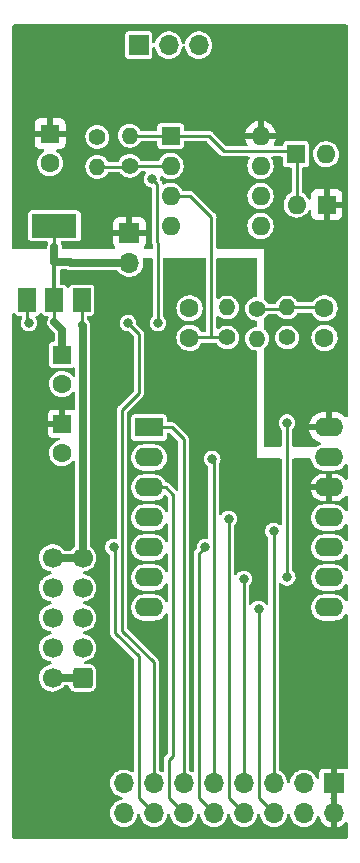
<source format=gtl>
%TF.GenerationSoftware,KiCad,Pcbnew,(6.0.1)*%
%TF.CreationDate,2022-10-15T09:01:03-04:00*%
%TF.ProjectId,SYNTH-VCO-DB-03,53594e54-482d-4564-934f-2d44422d3033,1*%
%TF.SameCoordinates,Original*%
%TF.FileFunction,Copper,L1,Top*%
%TF.FilePolarity,Positive*%
%FSLAX46Y46*%
G04 Gerber Fmt 4.6, Leading zero omitted, Abs format (unit mm)*
G04 Created by KiCad (PCBNEW (6.0.1)) date 2022-10-15 09:01:03*
%MOMM*%
%LPD*%
G01*
G04 APERTURE LIST*
G04 Aperture macros list*
%AMRoundRect*
0 Rectangle with rounded corners*
0 $1 Rounding radius*
0 $2 $3 $4 $5 $6 $7 $8 $9 X,Y pos of 4 corners*
0 Add a 4 corners polygon primitive as box body*
4,1,4,$2,$3,$4,$5,$6,$7,$8,$9,$2,$3,0*
0 Add four circle primitives for the rounded corners*
1,1,$1+$1,$2,$3*
1,1,$1+$1,$4,$5*
1,1,$1+$1,$6,$7*
1,1,$1+$1,$8,$9*
0 Add four rect primitives between the rounded corners*
20,1,$1+$1,$2,$3,$4,$5,0*
20,1,$1+$1,$4,$5,$6,$7,0*
20,1,$1+$1,$6,$7,$8,$9,0*
20,1,$1+$1,$8,$9,$2,$3,0*%
G04 Aperture macros list end*
%TA.AperFunction,ComponentPad*%
%ADD10R,1.700000X1.700000*%
%TD*%
%TA.AperFunction,ComponentPad*%
%ADD11O,1.700000X1.700000*%
%TD*%
%TA.AperFunction,ComponentPad*%
%ADD12R,1.600000X1.600000*%
%TD*%
%TA.AperFunction,ComponentPad*%
%ADD13C,1.600000*%
%TD*%
%TA.AperFunction,ComponentPad*%
%ADD14O,1.600000X1.600000*%
%TD*%
%TA.AperFunction,ComponentPad*%
%ADD15C,1.400000*%
%TD*%
%TA.AperFunction,ComponentPad*%
%ADD16O,1.400000X1.400000*%
%TD*%
%TA.AperFunction,ComponentPad*%
%ADD17RoundRect,0.250000X0.600000X0.600000X-0.600000X0.600000X-0.600000X-0.600000X0.600000X-0.600000X0*%
%TD*%
%TA.AperFunction,ComponentPad*%
%ADD18C,1.700000*%
%TD*%
%TA.AperFunction,ComponentPad*%
%ADD19R,2.400000X1.600000*%
%TD*%
%TA.AperFunction,ComponentPad*%
%ADD20O,2.400000X1.600000*%
%TD*%
%TA.AperFunction,SMDPad,CuDef*%
%ADD21R,1.500000X2.000000*%
%TD*%
%TA.AperFunction,SMDPad,CuDef*%
%ADD22R,3.800000X2.000000*%
%TD*%
%TA.AperFunction,ViaPad*%
%ADD23C,0.800000*%
%TD*%
%TA.AperFunction,Conductor*%
%ADD24C,0.250000*%
%TD*%
%TA.AperFunction,Conductor*%
%ADD25C,0.635000*%
%TD*%
%TA.AperFunction,Conductor*%
%ADD26C,0.304800*%
%TD*%
G04 APERTURE END LIST*
D10*
%TO.P,J2,1,Pin_1*%
%TO.N,GND*%
X86500000Y-42500000D03*
D11*
%TO.P,J2,2,Pin_2*%
X89040000Y-42500000D03*
%TO.P,J2,3,Pin_3*%
X91580000Y-42500000D03*
%TD*%
D12*
%TO.P,C11,1*%
%TO.N,+5V*%
X79000000Y-50000000D03*
D13*
%TO.P,C11,2*%
%TO.N,GND*%
X79000000Y-52500000D03*
%TD*%
D12*
%TO.P,C9,1*%
%TO.N,+3V3*%
X80022000Y-74552888D03*
D13*
%TO.P,C9,2*%
%TO.N,GND*%
X80022000Y-77052888D03*
%TD*%
D12*
%TO.P,D1,1,K*%
%TO.N,/AUD_OUT*%
X99824315Y-51750000D03*
D14*
%TO.P,D1,2,A*%
%TO.N,GND*%
X102364315Y-51750000D03*
%TD*%
D10*
%TO.P,J1,1,Pin_1*%
%TO.N,+3V3*%
X103000000Y-105000000D03*
D11*
%TO.P,J1,2,Pin_2*%
X103000000Y-107540000D03*
%TO.P,J1,3,Pin_3*%
%TO.N,unconnected-(J1-Pad3)*%
X100460000Y-105000000D03*
%TO.P,J1,4,Pin_4*%
%TO.N,/OCT_DN_PB*%
X100460000Y-107540000D03*
%TO.P,J1,5,Pin_5*%
%TO.N,/MOD_POT*%
X97920000Y-105000000D03*
%TO.P,J1,6,Pin_6*%
%TO.N,/OCT_UP_PB*%
X97920000Y-107540000D03*
%TO.P,J1,7,Pin_7*%
%TO.N,/GATE_CTL*%
X95380000Y-105000000D03*
%TO.P,J1,8,Pin_8*%
%TO.N,/MODE_UP_PB*%
X95380000Y-107540000D03*
%TO.P,J1,9,Pin_9*%
%TO.N,/FREQ_POT*%
X92840000Y-105000000D03*
%TO.P,J1,10,Pin_10*%
%TO.N,/MODE_DN_PB*%
X92840000Y-107540000D03*
%TO.P,J1,11,Pin_11*%
%TO.N,/VPEROCT_CV*%
X90300000Y-105000000D03*
%TO.P,J1,12,Pin_12*%
%TO.N,/MOD_CV*%
X90300000Y-107540000D03*
%TO.P,J1,13,Pin_13*%
%TO.N,/AUD_OUT*%
X87760000Y-105000000D03*
%TO.P,J1,14,Pin_14*%
%TO.N,/TIMBRE_PB*%
X87760000Y-107540000D03*
%TO.P,J1,15,Pin_15*%
%TO.N,GND*%
X85220000Y-105000000D03*
%TO.P,J1,16,Pin_16*%
X85220000Y-107540000D03*
%TD*%
D15*
%TO.P,R3,1*%
%TO.N,Net-(R2-Pad2)*%
X85750000Y-52720000D03*
D16*
%TO.P,R3,2*%
%TO.N,/AUD_OUT*%
X85750000Y-50180000D03*
%TD*%
D13*
%TO.P,C2,1*%
%TO.N,Net-(C2-Pad1)*%
X102235000Y-64789990D03*
%TO.P,C2,2*%
%TO.N,GND*%
X102235000Y-67289990D03*
%TD*%
D15*
%TO.P,R5,1*%
%TO.N,Net-(C2-Pad1)*%
X96520000Y-64820000D03*
D16*
%TO.P,R5,2*%
%TO.N,/PRE_FILT*%
X96520000Y-67360000D03*
%TD*%
D12*
%TO.P,D2,1,K*%
%TO.N,+5V*%
X102425686Y-56000000D03*
D14*
%TO.P,D2,2,A*%
%TO.N,/AUD_OUT*%
X99885686Y-56000000D03*
%TD*%
D12*
%TO.P,U1,1*%
%TO.N,/AUD_OUT*%
X89200000Y-50200000D03*
D14*
%TO.P,U1,2,-*%
%TO.N,Net-(R2-Pad2)*%
X89200000Y-52740000D03*
%TO.P,U1,3,+*%
%TO.N,/PRE_FILT*%
X89200000Y-55280000D03*
%TO.P,U1,4,V-*%
%TO.N,GND*%
X89200000Y-57820000D03*
%TO.P,U1,5,+*%
X96820000Y-57820000D03*
%TO.P,U1,6,-*%
%TO.N,unconnected-(U1-Pad6)*%
X96820000Y-55280000D03*
%TO.P,U1,7*%
%TO.N,unconnected-(U1-Pad7)*%
X96820000Y-52740000D03*
%TO.P,U1,8,V+*%
%TO.N,+5V*%
X96820000Y-50200000D03*
%TD*%
D13*
%TO.P,C3,1*%
%TO.N,/PRE_FILT*%
X90805000Y-67290010D03*
%TO.P,C3,2*%
%TO.N,GND*%
X90805000Y-64790010D03*
%TD*%
D17*
%TO.P,J5,1,Pin_1*%
%TO.N,-12V*%
X81752500Y-96080000D03*
D18*
%TO.P,J5,2,Pin_2*%
X79212500Y-96080000D03*
%TO.P,J5,3,Pin_3*%
%TO.N,GND*%
X81752500Y-93540000D03*
%TO.P,J5,4,Pin_4*%
X79212500Y-93540000D03*
%TO.P,J5,5,Pin_5*%
X81752500Y-91000000D03*
%TO.P,J5,6,Pin_6*%
X79212500Y-91000000D03*
%TO.P,J5,7,Pin_7*%
X81752500Y-88460000D03*
%TO.P,J5,8,Pin_8*%
X79212500Y-88460000D03*
%TO.P,J5,9,Pin_9*%
%TO.N,+12V*%
X81752500Y-85920000D03*
%TO.P,J5,10,Pin_10*%
X79212500Y-85920000D03*
%TD*%
D19*
%TO.P,U2,1,D0/P26*%
%TO.N,/VPEROCT_CV*%
X87380000Y-74880000D03*
D20*
%TO.P,U2,2,D1/P27*%
%TO.N,/FREQ_POT*%
X87380000Y-77420000D03*
%TO.P,U2,3,D2/P28*%
%TO.N,/MOD_CV*%
X87380000Y-79960000D03*
%TO.P,U2,4,D3/P29*%
%TO.N,/MOD_POT*%
X87380000Y-82500000D03*
%TO.P,U2,5,D4/SDA/P6*%
%TO.N,/TIMBRE_PB*%
X87380000Y-85040000D03*
%TO.P,U2,6,D5/SCL/P7*%
%TO.N,/GATE_CTL*%
X87380000Y-87580000D03*
%TO.P,U2,7,D6/TX/P0*%
%TO.N,/OCT_UP_PB*%
X87380000Y-90120000D03*
%TO.P,U2,8,D7/RX/P1*%
%TO.N,/OCT_DN_PB*%
X102620000Y-90120000D03*
%TO.P,U2,9,D8/SCK/P2*%
%TO.N,/WAV*%
X102620000Y-87580000D03*
%TO.P,U2,10,D9/MISO/P4*%
%TO.N,/MODE_DN_PB*%
X102620000Y-85040000D03*
%TO.P,U2,11,D10/MOSI/P3*%
%TO.N,/MODE_UP_PB*%
X102620000Y-82500000D03*
%TO.P,U2,12,3.3V*%
%TO.N,+3V3*%
X102620000Y-79960000D03*
%TO.P,U2,13,GND*%
%TO.N,GND*%
X102620000Y-77420000D03*
%TO.P,U2,14,5V*%
%TO.N,+5V*%
X102620000Y-74880000D03*
%TD*%
D10*
%TO.P,H1,1,Pin_1*%
%TO.N,+5V*%
X85725000Y-58415000D03*
D11*
%TO.P,H1,2,Pin_2*%
%TO.N,Net-(C10-Pad1)*%
X85725000Y-60955000D03*
%TD*%
D15*
%TO.P,R2,1*%
%TO.N,GND*%
X83000000Y-50280000D03*
D16*
%TO.P,R2,2*%
%TO.N,Net-(R2-Pad2)*%
X83000000Y-52820000D03*
%TD*%
D15*
%TO.P,R6,1*%
%TO.N,/PRE_FILT*%
X93980000Y-67260000D03*
D16*
%TO.P,R6,2*%
%TO.N,GND*%
X93980000Y-64720000D03*
%TD*%
D15*
%TO.P,R4,1*%
%TO.N,/WAV*%
X99060000Y-67260000D03*
D16*
%TO.P,R4,2*%
%TO.N,Net-(C2-Pad1)*%
X99060000Y-64720000D03*
%TD*%
D12*
%TO.P,C10,1*%
%TO.N,Net-(C10-Pad1)*%
X80022000Y-68710888D03*
D13*
%TO.P,C10,2*%
%TO.N,GND*%
X80022000Y-71210888D03*
%TD*%
D21*
%TO.P,U3,1,GND*%
%TO.N,GND*%
X77075000Y-64110000D03*
%TO.P,U3,2,VO*%
%TO.N,Net-(C10-Pad1)*%
X79375000Y-64110000D03*
%TO.P,U3,3,VIN*%
%TO.N,+12V*%
X81675000Y-64110000D03*
D22*
%TO.P,U3,4,VO*%
%TO.N,Net-(C10-Pad1)*%
X79375000Y-57810000D03*
%TD*%
D23*
%TO.N,GND*%
X77216000Y-66040000D03*
%TO.N,/GATE_CTL*%
X95389000Y-87696000D03*
%TO.N,/FREQ_POT*%
X92722000Y-77536000D03*
%TO.N,/MOD_POT*%
X97929000Y-83632000D03*
%TO.N,/AUD_OUT*%
X87630000Y-53848000D03*
X88138000Y-66040000D03*
X85598000Y-66040000D03*
%TO.N,/TIMBRE_PB*%
X84377500Y-85000000D03*
%TO.N,/MODE_UP_PB*%
X94119000Y-82616000D03*
%TO.N,/MODE_DN_PB*%
X92115500Y-85029000D03*
%TO.N,/OCT_UP_PB*%
X96659000Y-90236000D03*
%TO.N,/WAV*%
X99060000Y-74476000D03*
X99072000Y-87569000D03*
%TD*%
D24*
%TO.N,GND*%
X77075000Y-64110000D02*
X77075000Y-65899000D01*
X77075000Y-65899000D02*
X77216000Y-66040000D01*
%TO.N,/GATE_CTL*%
X95380000Y-105000000D02*
X95380000Y-87705000D01*
X95380000Y-87705000D02*
X95389000Y-87696000D01*
%TO.N,/FREQ_POT*%
X92840000Y-105000000D02*
X92840000Y-77654000D01*
X92840000Y-77654000D02*
X92722000Y-77536000D01*
%TO.N,/VPEROCT_CV*%
X89304000Y-74880000D02*
X87380000Y-74880000D01*
X90300000Y-75876000D02*
X89304000Y-74880000D01*
X90300000Y-105000000D02*
X90300000Y-75876000D01*
%TO.N,/MOD_POT*%
X97920000Y-105000000D02*
X97920000Y-83641000D01*
X97920000Y-83641000D02*
X97929000Y-83632000D01*
%TO.N,/MOD_CV*%
X89039000Y-103063000D02*
X89420000Y-102682000D01*
X90300000Y-107540000D02*
X89039000Y-106279000D01*
X89420000Y-102682000D02*
X89420000Y-80584000D01*
X88796000Y-79960000D02*
X87380000Y-79960000D01*
X89420000Y-80584000D02*
X88796000Y-79960000D01*
X89039000Y-106279000D02*
X89039000Y-103063000D01*
%TO.N,/PRE_FILT*%
X93980000Y-67260000D02*
X92660000Y-67260000D01*
X92660000Y-57100000D02*
X90840000Y-55280000D01*
X92660000Y-67260000D02*
X90835000Y-67260000D01*
X90840000Y-55280000D02*
X89200000Y-55280000D01*
X92660000Y-67260000D02*
X92660000Y-57100000D01*
%TO.N,/AUD_OUT*%
X87760000Y-105000000D02*
X87760000Y-94760000D01*
X85102000Y-73398000D02*
X86500000Y-72000000D01*
X88075489Y-54293489D02*
X87630000Y-53848000D01*
X88075489Y-59173489D02*
X88075489Y-54293489D01*
X99574315Y-51500000D02*
X93750000Y-51500000D01*
X92450000Y-50200000D02*
X89200000Y-50200000D01*
X87760000Y-94760000D02*
X85102000Y-92102000D01*
X93750000Y-51500000D02*
X92450000Y-50200000D01*
X89200000Y-50200000D02*
X85770000Y-50200000D01*
X86500000Y-72000000D02*
X86500000Y-66942000D01*
X85102000Y-92102000D02*
X85102000Y-73398000D01*
X88138000Y-59236000D02*
X88075489Y-59173489D01*
X99885686Y-56000000D02*
X99885686Y-51811371D01*
X88138000Y-66040000D02*
X88138000Y-59236000D01*
X86500000Y-66942000D02*
X85598000Y-66040000D01*
%TO.N,/TIMBRE_PB*%
X86500000Y-94245000D02*
X84500000Y-92245000D01*
X87760000Y-107540000D02*
X86500000Y-106280000D01*
X84500000Y-85122500D02*
X84377500Y-85000000D01*
X86500000Y-106280000D02*
X86500000Y-94245000D01*
X84500000Y-92245000D02*
X84500000Y-85122500D01*
%TO.N,/MODE_UP_PB*%
X95380000Y-107540000D02*
X94119000Y-106279000D01*
X94119000Y-106279000D02*
X94119000Y-82616000D01*
%TO.N,/MODE_DN_PB*%
X92840000Y-107540000D02*
X91579000Y-106279000D01*
X91579000Y-106279000D02*
X91579000Y-85565500D01*
X91579000Y-85565500D02*
X92115500Y-85029000D01*
D25*
%TO.N,+12V*%
X79212491Y-85919996D02*
X81752491Y-85919996D01*
X81752491Y-66252491D02*
X81675000Y-66175000D01*
D24*
X81675000Y-64110000D02*
X81675000Y-66175000D01*
D25*
X81752491Y-85919996D02*
X81752491Y-66252491D01*
D24*
%TO.N,/OCT_UP_PB*%
X97920000Y-107540000D02*
X96659000Y-106279000D01*
X96659000Y-106279000D02*
X96659000Y-90236000D01*
%TO.N,/WAV*%
X99060000Y-74476000D02*
X99060000Y-87557000D01*
X99060000Y-87557000D02*
X99072000Y-87569000D01*
D25*
%TO.N,-12V*%
X79212491Y-96079996D02*
X81752491Y-96079996D01*
D24*
%TO.N,Net-(R2-Pad2)*%
X83000000Y-52820000D02*
X85650000Y-52820000D01*
X89200000Y-52740000D02*
X85770000Y-52740000D01*
%TO.N,Net-(C2-Pad1)*%
X99060000Y-64720000D02*
X102165000Y-64720000D01*
X96520000Y-64820000D02*
X98960000Y-64820000D01*
%TO.N,Net-(C10-Pad1)*%
X79375000Y-59625000D02*
X79375000Y-62375000D01*
X79375000Y-59625000D02*
X79375000Y-57810000D01*
D25*
X79375000Y-60875000D02*
X79375000Y-59625000D01*
X79375000Y-65967000D02*
X80022000Y-66614000D01*
D26*
X79375000Y-62375000D02*
X79375000Y-64110006D01*
D25*
X80795004Y-60954996D02*
X80715008Y-60875000D01*
D24*
X79375000Y-64110000D02*
X79375000Y-65967000D01*
D25*
X85725000Y-60954996D02*
X80795004Y-60954996D01*
D26*
X79375000Y-60875012D02*
X79375000Y-62375000D01*
D25*
X80022000Y-66614000D02*
X80022000Y-68710888D01*
X80715008Y-60875000D02*
X79375000Y-60875000D01*
%TD*%
%TA.AperFunction,Conductor*%
%TO.N,+5V*%
G36*
X104137321Y-40776002D02*
G01*
X104183814Y-40829658D01*
X104195200Y-40882000D01*
X104195200Y-73901219D01*
X104175198Y-73969340D01*
X104121542Y-74015833D01*
X104051268Y-74025937D01*
X103986688Y-73996443D01*
X103980105Y-73990314D01*
X103867875Y-73878084D01*
X103859467Y-73871028D01*
X103681007Y-73746069D01*
X103671511Y-73740586D01*
X103474053Y-73648510D01*
X103463761Y-73644764D01*
X103253312Y-73588375D01*
X103242519Y-73586472D01*
X103079830Y-73572238D01*
X103074365Y-73572000D01*
X102892115Y-73572000D01*
X102876876Y-73576475D01*
X102875671Y-73577865D01*
X102874000Y-73585548D01*
X102874000Y-75008000D01*
X102853998Y-75076121D01*
X102800342Y-75122614D01*
X102748000Y-75134000D01*
X100952033Y-75134000D01*
X100938502Y-75137973D01*
X100937273Y-75146522D01*
X100984764Y-75323761D01*
X100988510Y-75334053D01*
X101080586Y-75531511D01*
X101086069Y-75541007D01*
X101211028Y-75719467D01*
X101218084Y-75727875D01*
X101372125Y-75881916D01*
X101380533Y-75888972D01*
X101558993Y-76013931D01*
X101568489Y-76019414D01*
X101765947Y-76111490D01*
X101776239Y-76115236D01*
X101846801Y-76134143D01*
X101907424Y-76171095D01*
X101938445Y-76234956D01*
X101930017Y-76305450D01*
X101884814Y-76360197D01*
X101849659Y-76376755D01*
X101807660Y-76389076D01*
X101802333Y-76391820D01*
X101802332Y-76391820D01*
X101704667Y-76442121D01*
X101620156Y-76485647D01*
X101618932Y-76483271D01*
X101561889Y-76500000D01*
X99616300Y-76500000D01*
X99548179Y-76479998D01*
X99501686Y-76426342D01*
X99490300Y-76374000D01*
X99490300Y-75094152D01*
X99510302Y-75026031D01*
X99534470Y-74998341D01*
X99577207Y-74961840D01*
X99577210Y-74961837D01*
X99582982Y-74956907D01*
X99682598Y-74818276D01*
X99687993Y-74804855D01*
X99743436Y-74666939D01*
X99743437Y-74666937D01*
X99746271Y-74659886D01*
X99753584Y-74608503D01*
X100938606Y-74608503D01*
X100938942Y-74622599D01*
X100946884Y-74626000D01*
X102347885Y-74626000D01*
X102363124Y-74621525D01*
X102364329Y-74620135D01*
X102366000Y-74612452D01*
X102366000Y-73590115D01*
X102361525Y-73574876D01*
X102360135Y-73573671D01*
X102352452Y-73572000D01*
X102165635Y-73572000D01*
X102160170Y-73572238D01*
X101997481Y-73586472D01*
X101986688Y-73588375D01*
X101776239Y-73644764D01*
X101765947Y-73648510D01*
X101568489Y-73740586D01*
X101558993Y-73746069D01*
X101380533Y-73871028D01*
X101372125Y-73878084D01*
X101218084Y-74032125D01*
X101211028Y-74040533D01*
X101086069Y-74218993D01*
X101080586Y-74228489D01*
X100988510Y-74425947D01*
X100984764Y-74436239D01*
X100938606Y-74608503D01*
X99753584Y-74608503D01*
X99770324Y-74490879D01*
X99770480Y-74476000D01*
X99749971Y-74306527D01*
X99689630Y-74146837D01*
X99685331Y-74140582D01*
X99685329Y-74140578D01*
X99597241Y-74012410D01*
X99597240Y-74012408D01*
X99592939Y-74006151D01*
X99586705Y-74000596D01*
X99471152Y-73897643D01*
X99465481Y-73892590D01*
X99457523Y-73888376D01*
X99321322Y-73816262D01*
X99321321Y-73816261D01*
X99314613Y-73812710D01*
X99149047Y-73771122D01*
X99141449Y-73771082D01*
X99141447Y-73771082D01*
X99067658Y-73770696D01*
X98978339Y-73770229D01*
X98970960Y-73772001D01*
X98970956Y-73772001D01*
X98819726Y-73808308D01*
X98819722Y-73808309D01*
X98812347Y-73810080D01*
X98660651Y-73888376D01*
X98654929Y-73893368D01*
X98654927Y-73893369D01*
X98537737Y-73995600D01*
X98532010Y-74000596D01*
X98433852Y-74140262D01*
X98431093Y-74147337D01*
X98431092Y-74147340D01*
X98399454Y-74228489D01*
X98371841Y-74299311D01*
X98370849Y-74306844D01*
X98370849Y-74306845D01*
X98351703Y-74452277D01*
X98349559Y-74468560D01*
X98356324Y-74529837D01*
X98366941Y-74626000D01*
X98368292Y-74638239D01*
X98370901Y-74645370D01*
X98370902Y-74645372D01*
X98378795Y-74666939D01*
X98426958Y-74798551D01*
X98522170Y-74940242D01*
X98540485Y-74956907D01*
X98588500Y-75000598D01*
X98625422Y-75061238D01*
X98629700Y-75093791D01*
X98629700Y-76374000D01*
X98609698Y-76442121D01*
X98556042Y-76488614D01*
X98503700Y-76500000D01*
X97198000Y-76500000D01*
X97129879Y-76479998D01*
X97083386Y-76426342D01*
X97072000Y-76374000D01*
X97072000Y-68265983D01*
X97092002Y-68197862D01*
X97120427Y-68166694D01*
X97211768Y-68095331D01*
X97211775Y-68095325D01*
X97216629Y-68091532D01*
X97345450Y-67942291D01*
X97389057Y-67865530D01*
X97439785Y-67776234D01*
X97439787Y-67776229D01*
X97442831Y-67770871D01*
X97505061Y-67583800D01*
X97529770Y-67388205D01*
X97530164Y-67360000D01*
X97518976Y-67245896D01*
X98049934Y-67245896D01*
X98066432Y-67442354D01*
X98068131Y-67448279D01*
X98098617Y-67554597D01*
X98120773Y-67631866D01*
X98123592Y-67637351D01*
X98208072Y-67801732D01*
X98208075Y-67801737D01*
X98210890Y-67807214D01*
X98333349Y-67961719D01*
X98338042Y-67965713D01*
X98338043Y-67965714D01*
X98385597Y-68006185D01*
X98483486Y-68089495D01*
X98655582Y-68185677D01*
X98843082Y-68246599D01*
X99038845Y-68269942D01*
X99044980Y-68269470D01*
X99044982Y-68269470D01*
X99229272Y-68255290D01*
X99229277Y-68255289D01*
X99235413Y-68254817D01*
X99241343Y-68253161D01*
X99241345Y-68253161D01*
X99385508Y-68212910D01*
X99425300Y-68201800D01*
X99453449Y-68187581D01*
X99595772Y-68115689D01*
X99595774Y-68115688D01*
X99601273Y-68112910D01*
X99756629Y-67991532D01*
X99885450Y-67842291D01*
X99971794Y-67690300D01*
X99979785Y-67676234D01*
X99979787Y-67676229D01*
X99982831Y-67670871D01*
X100045061Y-67483800D01*
X100069770Y-67288205D01*
X100069972Y-67273767D01*
X100070115Y-67263523D01*
X100070115Y-67263519D01*
X100070151Y-67260933D01*
X101125345Y-67260933D01*
X101138631Y-67463638D01*
X101140052Y-67469234D01*
X101140053Y-67469239D01*
X101170635Y-67589652D01*
X101188635Y-67660527D01*
X101273681Y-67845007D01*
X101390923Y-68010900D01*
X101395057Y-68014927D01*
X101474688Y-68092500D01*
X101536432Y-68152649D01*
X101541228Y-68155854D01*
X101541231Y-68155856D01*
X101626619Y-68212910D01*
X101705337Y-68265508D01*
X101710640Y-68267786D01*
X101710643Y-68267788D01*
X101799380Y-68305912D01*
X101891980Y-68345696D01*
X101964381Y-68362078D01*
X102084474Y-68389253D01*
X102084479Y-68389254D01*
X102090111Y-68390528D01*
X102095882Y-68390755D01*
X102095884Y-68390755D01*
X102154801Y-68393070D01*
X102293095Y-68398504D01*
X102411121Y-68381391D01*
X102488411Y-68370185D01*
X102488415Y-68370184D01*
X102494133Y-68369355D01*
X102499605Y-68367497D01*
X102499607Y-68367497D01*
X102681028Y-68305912D01*
X102681030Y-68305911D01*
X102686492Y-68304057D01*
X102863731Y-68204799D01*
X103019913Y-68074903D01*
X103149809Y-67918721D01*
X103249067Y-67741482D01*
X103274768Y-67665770D01*
X103312507Y-67554597D01*
X103312507Y-67554595D01*
X103314365Y-67549123D01*
X103315347Y-67542354D01*
X103338208Y-67384681D01*
X103343514Y-67348085D01*
X103345035Y-67289990D01*
X103326447Y-67087702D01*
X103319704Y-67063791D01*
X103272876Y-66897754D01*
X103271307Y-66892189D01*
X103181460Y-66709998D01*
X103059917Y-66547232D01*
X103036853Y-66525912D01*
X102914986Y-66413259D01*
X102914983Y-66413257D01*
X102910746Y-66409340D01*
X102864207Y-66379976D01*
X102743829Y-66304023D01*
X102743824Y-66304021D01*
X102738945Y-66300942D01*
X102550267Y-66225667D01*
X102351030Y-66186036D01*
X102345255Y-66185960D01*
X102345251Y-66185960D01*
X102243762Y-66184632D01*
X102147908Y-66183377D01*
X102142211Y-66184356D01*
X102142210Y-66184356D01*
X102003023Y-66208273D01*
X101947702Y-66217779D01*
X101757118Y-66288089D01*
X101752157Y-66291041D01*
X101752156Y-66291041D01*
X101598804Y-66382276D01*
X101582538Y-66391953D01*
X101429809Y-66525892D01*
X101304046Y-66685422D01*
X101301357Y-66690533D01*
X101301355Y-66690536D01*
X101292993Y-66706430D01*
X101209461Y-66865198D01*
X101149222Y-67059201D01*
X101125345Y-67260933D01*
X100070151Y-67260933D01*
X100070164Y-67260000D01*
X100050926Y-67063791D01*
X99993943Y-66875056D01*
X99952017Y-66796205D01*
X99904283Y-66706430D01*
X99904281Y-66706428D01*
X99901387Y-66700984D01*
X99776783Y-66548204D01*
X99624877Y-66422536D01*
X99619460Y-66419607D01*
X99619457Y-66419605D01*
X99456872Y-66331696D01*
X99456868Y-66331694D01*
X99451454Y-66328767D01*
X99445574Y-66326947D01*
X99445572Y-66326946D01*
X99320110Y-66288109D01*
X99263122Y-66270468D01*
X99257004Y-66269825D01*
X99256999Y-66269824D01*
X99073181Y-66250505D01*
X99073179Y-66250505D01*
X99067052Y-66249861D01*
X98984586Y-66257366D01*
X98876853Y-66267170D01*
X98876850Y-66267171D01*
X98870714Y-66267729D01*
X98864808Y-66269467D01*
X98864804Y-66269468D01*
X98723547Y-66311042D01*
X98681586Y-66323392D01*
X98506871Y-66414731D01*
X98502071Y-66418591D01*
X98502070Y-66418591D01*
X98489414Y-66428767D01*
X98353225Y-66538265D01*
X98226500Y-66689291D01*
X98223536Y-66694683D01*
X98223533Y-66694687D01*
X98193333Y-66749622D01*
X98131523Y-66862054D01*
X98129662Y-66867921D01*
X98129661Y-66867923D01*
X98095677Y-66975056D01*
X98071911Y-67049975D01*
X98049934Y-67245896D01*
X97518976Y-67245896D01*
X97510926Y-67163791D01*
X97453943Y-66975056D01*
X97409882Y-66892189D01*
X97364283Y-66806430D01*
X97364281Y-66806428D01*
X97361387Y-66800984D01*
X97279506Y-66700588D01*
X97240672Y-66652972D01*
X97240670Y-66652970D01*
X97236783Y-66648204D01*
X97232047Y-66644286D01*
X97232038Y-66644277D01*
X97117684Y-66549675D01*
X97077946Y-66490842D01*
X97072000Y-66452591D01*
X97072000Y-65725983D01*
X97092002Y-65657862D01*
X97120427Y-65626694D01*
X97211768Y-65555331D01*
X97211775Y-65555325D01*
X97216629Y-65551532D01*
X97292320Y-65463843D01*
X97341421Y-65406959D01*
X97341422Y-65406957D01*
X97345450Y-65402291D01*
X97395571Y-65314063D01*
X97446611Y-65264712D01*
X97505127Y-65250300D01*
X98136573Y-65250300D01*
X98204694Y-65270302D01*
X98235318Y-65298035D01*
X98317951Y-65402291D01*
X98333349Y-65421719D01*
X98338042Y-65425713D01*
X98338043Y-65425714D01*
X98444749Y-65516527D01*
X98483486Y-65549495D01*
X98655582Y-65645677D01*
X98843082Y-65706599D01*
X99038845Y-65729942D01*
X99044980Y-65729470D01*
X99044982Y-65729470D01*
X99229272Y-65715290D01*
X99229277Y-65715289D01*
X99235413Y-65714817D01*
X99241343Y-65713161D01*
X99241345Y-65713161D01*
X99385508Y-65672910D01*
X99425300Y-65661800D01*
X99433096Y-65657862D01*
X99595772Y-65575689D01*
X99595774Y-65575688D01*
X99601273Y-65572910D01*
X99756629Y-65451532D01*
X99885450Y-65302291D01*
X99935571Y-65214063D01*
X99986611Y-65164712D01*
X100045127Y-65150300D01*
X101103262Y-65150300D01*
X101171383Y-65170302D01*
X101217688Y-65223549D01*
X101246235Y-65285472D01*
X101273681Y-65345007D01*
X101390923Y-65510900D01*
X101436533Y-65555331D01*
X101531230Y-65647581D01*
X101536432Y-65652649D01*
X101541228Y-65655854D01*
X101541231Y-65655856D01*
X101639199Y-65721316D01*
X101705337Y-65765508D01*
X101710640Y-65767786D01*
X101710643Y-65767788D01*
X101838611Y-65822767D01*
X101891980Y-65845696D01*
X101964381Y-65862078D01*
X102084474Y-65889253D01*
X102084479Y-65889254D01*
X102090111Y-65890528D01*
X102095882Y-65890755D01*
X102095884Y-65890755D01*
X102154801Y-65893070D01*
X102293095Y-65898504D01*
X102411121Y-65881391D01*
X102488411Y-65870185D01*
X102488415Y-65870184D01*
X102494133Y-65869355D01*
X102499605Y-65867497D01*
X102499607Y-65867497D01*
X102681028Y-65805912D01*
X102681030Y-65805911D01*
X102686492Y-65804057D01*
X102818835Y-65729942D01*
X102858694Y-65707620D01*
X102858695Y-65707619D01*
X102863731Y-65704799D01*
X103019913Y-65574903D01*
X103099922Y-65478703D01*
X103146118Y-65423159D01*
X103149809Y-65418721D01*
X103153429Y-65412258D01*
X103196626Y-65335122D01*
X103249067Y-65241482D01*
X103314365Y-65049123D01*
X103343514Y-64848085D01*
X103345035Y-64789990D01*
X103326447Y-64587702D01*
X103271307Y-64392189D01*
X103181460Y-64209998D01*
X103105447Y-64108204D01*
X103063370Y-64051856D01*
X103063369Y-64051855D01*
X103059917Y-64047232D01*
X103036853Y-64025912D01*
X102914986Y-63913259D01*
X102914983Y-63913257D01*
X102910746Y-63909340D01*
X102851371Y-63871877D01*
X102743829Y-63804023D01*
X102743824Y-63804021D01*
X102738945Y-63800942D01*
X102550267Y-63725667D01*
X102351030Y-63686036D01*
X102345255Y-63685960D01*
X102345251Y-63685960D01*
X102243762Y-63684632D01*
X102147908Y-63683377D01*
X102142211Y-63684356D01*
X102142210Y-63684356D01*
X101953399Y-63716800D01*
X101947702Y-63717779D01*
X101757118Y-63788089D01*
X101752157Y-63791041D01*
X101752156Y-63791041D01*
X101591768Y-63886462D01*
X101582538Y-63891953D01*
X101429809Y-64025892D01*
X101426238Y-64030422D01*
X101336249Y-64144573D01*
X101304046Y-64185422D01*
X101301360Y-64190527D01*
X101301355Y-64190535D01*
X101284607Y-64222368D01*
X101235187Y-64273341D01*
X101173099Y-64289700D01*
X100045535Y-64289700D01*
X99977414Y-64269698D01*
X99934284Y-64222854D01*
X99904283Y-64166430D01*
X99904282Y-64166428D01*
X99901387Y-64160984D01*
X99808630Y-64047252D01*
X99780672Y-64012972D01*
X99780670Y-64012970D01*
X99776783Y-64008204D01*
X99624877Y-63882536D01*
X99619460Y-63879607D01*
X99619457Y-63879605D01*
X99456872Y-63791696D01*
X99456868Y-63791694D01*
X99451454Y-63788767D01*
X99445574Y-63786947D01*
X99445572Y-63786946D01*
X99357288Y-63759618D01*
X99263122Y-63730468D01*
X99257004Y-63729825D01*
X99256999Y-63729824D01*
X99073181Y-63710505D01*
X99073179Y-63710505D01*
X99067052Y-63709861D01*
X98990805Y-63716800D01*
X98876853Y-63727170D01*
X98876850Y-63727171D01*
X98870714Y-63727729D01*
X98864808Y-63729467D01*
X98864804Y-63729468D01*
X98723547Y-63771042D01*
X98681586Y-63783392D01*
X98506871Y-63874731D01*
X98502071Y-63878591D01*
X98502070Y-63878591D01*
X98489414Y-63888767D01*
X98353225Y-63998265D01*
X98226500Y-64149291D01*
X98223536Y-64154683D01*
X98223533Y-64154687D01*
X98131523Y-64322054D01*
X98129590Y-64320991D01*
X98090690Y-64368071D01*
X98020102Y-64389700D01*
X97505535Y-64389700D01*
X97437414Y-64369698D01*
X97394284Y-64322854D01*
X97393294Y-64320991D01*
X97376656Y-64289700D01*
X97364283Y-64266430D01*
X97364282Y-64266428D01*
X97361387Y-64260984D01*
X97236783Y-64108204D01*
X97232047Y-64104286D01*
X97232038Y-64104277D01*
X97117684Y-64009675D01*
X97077946Y-63950842D01*
X97072000Y-63912591D01*
X97072000Y-59756000D01*
X93216300Y-59756000D01*
X93148179Y-59735998D01*
X93101686Y-59682342D01*
X93090300Y-59630000D01*
X93090300Y-57790943D01*
X95710345Y-57790943D01*
X95723631Y-57993648D01*
X95725052Y-57999244D01*
X95725053Y-57999249D01*
X95746732Y-58084607D01*
X95773635Y-58190537D01*
X95858681Y-58375017D01*
X95975923Y-58540910D01*
X96121432Y-58682659D01*
X96126228Y-58685864D01*
X96126231Y-58685866D01*
X96264375Y-58778171D01*
X96290337Y-58795518D01*
X96295640Y-58797796D01*
X96295643Y-58797798D01*
X96468447Y-58872040D01*
X96476980Y-58875706D01*
X96502370Y-58881451D01*
X96669474Y-58919263D01*
X96669479Y-58919264D01*
X96675111Y-58920538D01*
X96680882Y-58920765D01*
X96680884Y-58920765D01*
X96739801Y-58923080D01*
X96878095Y-58928514D01*
X96996121Y-58911401D01*
X97073411Y-58900195D01*
X97073415Y-58900194D01*
X97079133Y-58899365D01*
X97084605Y-58897507D01*
X97084607Y-58897507D01*
X97266028Y-58835922D01*
X97266030Y-58835921D01*
X97271492Y-58834067D01*
X97448731Y-58734809D01*
X97604913Y-58604913D01*
X97734809Y-58448731D01*
X97834067Y-58271492D01*
X97873094Y-58156525D01*
X97897507Y-58084607D01*
X97897507Y-58084605D01*
X97899365Y-58079133D01*
X97928514Y-57878095D01*
X97930035Y-57820000D01*
X97911447Y-57617712D01*
X97856307Y-57422199D01*
X97766460Y-57240008D01*
X97667650Y-57107685D01*
X97648370Y-57081866D01*
X97648369Y-57081865D01*
X97644917Y-57077242D01*
X97640681Y-57073326D01*
X97499986Y-56943269D01*
X97499983Y-56943267D01*
X97495746Y-56939350D01*
X97374198Y-56862659D01*
X97328829Y-56834033D01*
X97328824Y-56834031D01*
X97323945Y-56830952D01*
X97135267Y-56755677D01*
X96936030Y-56716046D01*
X96930255Y-56715970D01*
X96930251Y-56715970D01*
X96828762Y-56714642D01*
X96732908Y-56713387D01*
X96727211Y-56714366D01*
X96727210Y-56714366D01*
X96589542Y-56738022D01*
X96532702Y-56747789D01*
X96342118Y-56818099D01*
X96337158Y-56821050D01*
X96337156Y-56821051D01*
X96188707Y-56909369D01*
X96167538Y-56921963D01*
X96014809Y-57055902D01*
X95889046Y-57215432D01*
X95886357Y-57220543D01*
X95886355Y-57220546D01*
X95876116Y-57240008D01*
X95794461Y-57395208D01*
X95734222Y-57589211D01*
X95710345Y-57790943D01*
X93090300Y-57790943D01*
X93090300Y-57133018D01*
X93091173Y-57118207D01*
X93092347Y-57108287D01*
X93094946Y-57086332D01*
X93084889Y-57031264D01*
X93084239Y-57027361D01*
X93077323Y-56981356D01*
X93077323Y-56981355D01*
X93075923Y-56972045D01*
X93072938Y-56965829D01*
X93071699Y-56959044D01*
X93067357Y-56950685D01*
X93045895Y-56909369D01*
X93044126Y-56905829D01*
X93042456Y-56902351D01*
X93019912Y-56855404D01*
X93015231Y-56850340D01*
X93012052Y-56844220D01*
X93007930Y-56839394D01*
X92972428Y-56803892D01*
X92968998Y-56800325D01*
X92932081Y-56760388D01*
X92925948Y-56756825D01*
X92920323Y-56751787D01*
X91419479Y-55250943D01*
X95710345Y-55250943D01*
X95723631Y-55453648D01*
X95725052Y-55459244D01*
X95725053Y-55459249D01*
X95772214Y-55644942D01*
X95773635Y-55650537D01*
X95858681Y-55835017D01*
X95975923Y-56000910D01*
X96121432Y-56142659D01*
X96126228Y-56145864D01*
X96126231Y-56145866D01*
X96264375Y-56238171D01*
X96290337Y-56255518D01*
X96295640Y-56257796D01*
X96295643Y-56257798D01*
X96471671Y-56333425D01*
X96476980Y-56335706D01*
X96549381Y-56352088D01*
X96669474Y-56379263D01*
X96669479Y-56379264D01*
X96675111Y-56380538D01*
X96680882Y-56380765D01*
X96680884Y-56380765D01*
X96739801Y-56383080D01*
X96878095Y-56388514D01*
X97002081Y-56370537D01*
X97073411Y-56360195D01*
X97073415Y-56360194D01*
X97079133Y-56359365D01*
X97084605Y-56357507D01*
X97084607Y-56357507D01*
X97266028Y-56295922D01*
X97266030Y-56295921D01*
X97271492Y-56294067D01*
X97448731Y-56194809D01*
X97604913Y-56064913D01*
X97734809Y-55908731D01*
X97834067Y-55731492D01*
X97835922Y-55726028D01*
X97897507Y-55544607D01*
X97897507Y-55544605D01*
X97899365Y-55539133D01*
X97928514Y-55338095D01*
X97930035Y-55280000D01*
X97911447Y-55077712D01*
X97856307Y-54882199D01*
X97766460Y-54700008D01*
X97644917Y-54537242D01*
X97626732Y-54520432D01*
X97499986Y-54403269D01*
X97499983Y-54403267D01*
X97495746Y-54399350D01*
X97449207Y-54369986D01*
X97328829Y-54294033D01*
X97328824Y-54294031D01*
X97323945Y-54290952D01*
X97135267Y-54215677D01*
X96936030Y-54176046D01*
X96930255Y-54175970D01*
X96930251Y-54175970D01*
X96828762Y-54174642D01*
X96732908Y-54173387D01*
X96727211Y-54174366D01*
X96727210Y-54174366D01*
X96538399Y-54206810D01*
X96532702Y-54207789D01*
X96342118Y-54278099D01*
X96337157Y-54281051D01*
X96337156Y-54281051D01*
X96276140Y-54317352D01*
X96167538Y-54381963D01*
X96014809Y-54515902D01*
X95889046Y-54675432D01*
X95886357Y-54680543D01*
X95886355Y-54680546D01*
X95838523Y-54771461D01*
X95794461Y-54855208D01*
X95734222Y-55049211D01*
X95710345Y-55250943D01*
X91419479Y-55250943D01*
X91167617Y-54999081D01*
X91157762Y-54987992D01*
X91143719Y-54970179D01*
X91137888Y-54962782D01*
X91091803Y-54930930D01*
X91088630Y-54928662D01*
X91051203Y-54901018D01*
X91043624Y-54895420D01*
X91037117Y-54893135D01*
X91031444Y-54889214D01*
X90978100Y-54872344D01*
X90974343Y-54871090D01*
X90930433Y-54855670D01*
X90930429Y-54855669D01*
X90921541Y-54852548D01*
X90914648Y-54852277D01*
X90908074Y-54850198D01*
X90901747Y-54849700D01*
X90851533Y-54849700D01*
X90846586Y-54849603D01*
X90792248Y-54847468D01*
X90785395Y-54849285D01*
X90777855Y-54849700D01*
X90298632Y-54849700D01*
X90230511Y-54829698D01*
X90185626Y-54779429D01*
X90146460Y-54700008D01*
X90024917Y-54537242D01*
X90006732Y-54520432D01*
X89879986Y-54403269D01*
X89879983Y-54403267D01*
X89875746Y-54399350D01*
X89829207Y-54369986D01*
X89708829Y-54294033D01*
X89708824Y-54294031D01*
X89703945Y-54290952D01*
X89515267Y-54215677D01*
X89316030Y-54176046D01*
X89310255Y-54175970D01*
X89310251Y-54175970D01*
X89208762Y-54174642D01*
X89112908Y-54173387D01*
X89107211Y-54174366D01*
X89107210Y-54174366D01*
X88918399Y-54206810D01*
X88912702Y-54207789D01*
X88722118Y-54278099D01*
X88717156Y-54281051D01*
X88717154Y-54281052D01*
X88687034Y-54298972D01*
X88618264Y-54316613D01*
X88550874Y-54294273D01*
X88506259Y-54239046D01*
X88498010Y-54209421D01*
X88492812Y-54174845D01*
X88492812Y-54174844D01*
X88491412Y-54165534D01*
X88488427Y-54159318D01*
X88487188Y-54152533D01*
X88461384Y-54102858D01*
X88459615Y-54099318D01*
X88435401Y-54048893D01*
X88430720Y-54043829D01*
X88427541Y-54037709D01*
X88423419Y-54032883D01*
X88387917Y-53997381D01*
X88384512Y-53993841D01*
X88370723Y-53978924D01*
X88339173Y-53915325D01*
X88338507Y-53875645D01*
X88340324Y-53862879D01*
X88340480Y-53848000D01*
X88339983Y-53843891D01*
X88326968Y-53736342D01*
X88338641Y-53666312D01*
X88386322Y-53613710D01*
X88454874Y-53595237D01*
X88522056Y-53616440D01*
X88670337Y-53715518D01*
X88675640Y-53717796D01*
X88675643Y-53717798D01*
X88778061Y-53761800D01*
X88856980Y-53795706D01*
X88929381Y-53812088D01*
X89049474Y-53839263D01*
X89049479Y-53839264D01*
X89055111Y-53840538D01*
X89060882Y-53840765D01*
X89060884Y-53840765D01*
X89119801Y-53843080D01*
X89258095Y-53848514D01*
X89376121Y-53831401D01*
X89453411Y-53820195D01*
X89453415Y-53820194D01*
X89459133Y-53819365D01*
X89464605Y-53817507D01*
X89464607Y-53817507D01*
X89646028Y-53755922D01*
X89646030Y-53755921D01*
X89651492Y-53754067D01*
X89796409Y-53672910D01*
X89823694Y-53657630D01*
X89823695Y-53657629D01*
X89828731Y-53654809D01*
X89984913Y-53524913D01*
X90114809Y-53368731D01*
X90118210Y-53362659D01*
X90164231Y-53280481D01*
X90214067Y-53191492D01*
X90262175Y-53049772D01*
X90277507Y-53004607D01*
X90277507Y-53004605D01*
X90279365Y-52999133D01*
X90308514Y-52798095D01*
X90310035Y-52740000D01*
X90291447Y-52537712D01*
X90236307Y-52342199D01*
X90146460Y-52160008D01*
X90036663Y-52012972D01*
X90028370Y-52001866D01*
X90028369Y-52001865D01*
X90024917Y-51997242D01*
X90020681Y-51993326D01*
X89879986Y-51863269D01*
X89879983Y-51863267D01*
X89875746Y-51859350D01*
X89808971Y-51817218D01*
X89708829Y-51754033D01*
X89708824Y-51754031D01*
X89703945Y-51750952D01*
X89515267Y-51675677D01*
X89316030Y-51636046D01*
X89310255Y-51635970D01*
X89310251Y-51635970D01*
X89208762Y-51634642D01*
X89112908Y-51633387D01*
X89107211Y-51634366D01*
X89107210Y-51634366D01*
X88918399Y-51666810D01*
X88912702Y-51667789D01*
X88722118Y-51738099D01*
X88717157Y-51741051D01*
X88717156Y-51741051D01*
X88563799Y-51832289D01*
X88547538Y-51841963D01*
X88394809Y-51975902D01*
X88269046Y-52135432D01*
X88266357Y-52140543D01*
X88266355Y-52140546D01*
X88212784Y-52242368D01*
X88163365Y-52293340D01*
X88101276Y-52309700D01*
X86746169Y-52309700D01*
X86678048Y-52289698D01*
X86634918Y-52242853D01*
X86594285Y-52166434D01*
X86594284Y-52166433D01*
X86591387Y-52160984D01*
X86520634Y-52074232D01*
X86470672Y-52012972D01*
X86470670Y-52012970D01*
X86466783Y-52008204D01*
X86314877Y-51882536D01*
X86309460Y-51879607D01*
X86309457Y-51879605D01*
X86146872Y-51791696D01*
X86146868Y-51791694D01*
X86141454Y-51788767D01*
X86135574Y-51786947D01*
X86135572Y-51786946D01*
X86039614Y-51757242D01*
X85953122Y-51730468D01*
X85947004Y-51729825D01*
X85946999Y-51729824D01*
X85763181Y-51710505D01*
X85763179Y-51710505D01*
X85757052Y-51709861D01*
X85674586Y-51717366D01*
X85566853Y-51727170D01*
X85566850Y-51727171D01*
X85560714Y-51727729D01*
X85554808Y-51729467D01*
X85554804Y-51729468D01*
X85413547Y-51771042D01*
X85371586Y-51783392D01*
X85196871Y-51874731D01*
X85192071Y-51878591D01*
X85192070Y-51878591D01*
X85175771Y-51891696D01*
X85043225Y-51998265D01*
X84916500Y-52149291D01*
X84913536Y-52154683D01*
X84913533Y-52154687D01*
X84821523Y-52322054D01*
X84819590Y-52320991D01*
X84780690Y-52368071D01*
X84710102Y-52389700D01*
X83985535Y-52389700D01*
X83917414Y-52369698D01*
X83874284Y-52322854D01*
X83873294Y-52320991D01*
X83848812Y-52274948D01*
X83844283Y-52266430D01*
X83844282Y-52266428D01*
X83841387Y-52260984D01*
X83746445Y-52144573D01*
X83720672Y-52112972D01*
X83720670Y-52112970D01*
X83716783Y-52108204D01*
X83710474Y-52102984D01*
X83603644Y-52014607D01*
X83564877Y-51982536D01*
X83559460Y-51979607D01*
X83559457Y-51979605D01*
X83396872Y-51891696D01*
X83396868Y-51891694D01*
X83391454Y-51888767D01*
X83385574Y-51886947D01*
X83385572Y-51886946D01*
X83270541Y-51851338D01*
X83203122Y-51830468D01*
X83197004Y-51829825D01*
X83196999Y-51829824D01*
X83013181Y-51810505D01*
X83013179Y-51810505D01*
X83007052Y-51809861D01*
X82924586Y-51817366D01*
X82816853Y-51827170D01*
X82816850Y-51827171D01*
X82810714Y-51827729D01*
X82804808Y-51829467D01*
X82804804Y-51829468D01*
X82663547Y-51871042D01*
X82621586Y-51883392D01*
X82446871Y-51974731D01*
X82442071Y-51978591D01*
X82442070Y-51978591D01*
X82423743Y-51993326D01*
X82293225Y-52098265D01*
X82166500Y-52249291D01*
X82163536Y-52254683D01*
X82163533Y-52254687D01*
X82112364Y-52347764D01*
X82071523Y-52422054D01*
X82069662Y-52427921D01*
X82069661Y-52427923D01*
X82016548Y-52595358D01*
X82011911Y-52609975D01*
X81989934Y-52805896D01*
X82006432Y-53002354D01*
X82008131Y-53008279D01*
X82058722Y-53184712D01*
X82060773Y-53191866D01*
X82063592Y-53197351D01*
X82148072Y-53361732D01*
X82148075Y-53361737D01*
X82150890Y-53367214D01*
X82273349Y-53521719D01*
X82278042Y-53525713D01*
X82278043Y-53525714D01*
X82381439Y-53613710D01*
X82423486Y-53649495D01*
X82595582Y-53745677D01*
X82783082Y-53806599D01*
X82978845Y-53829942D01*
X82984980Y-53829470D01*
X82984982Y-53829470D01*
X83169272Y-53815290D01*
X83169277Y-53815289D01*
X83175413Y-53814817D01*
X83181343Y-53813161D01*
X83181345Y-53813161D01*
X83270357Y-53788308D01*
X83365300Y-53761800D01*
X83380609Y-53754067D01*
X83535772Y-53675689D01*
X83535774Y-53675688D01*
X83541273Y-53672910D01*
X83696629Y-53551532D01*
X83825450Y-53402291D01*
X83875571Y-53314063D01*
X83926611Y-53264712D01*
X83985127Y-53250300D01*
X84826573Y-53250300D01*
X84894694Y-53270302D01*
X84925318Y-53298035D01*
X85007951Y-53402291D01*
X85023349Y-53421719D01*
X85028042Y-53425713D01*
X85028043Y-53425714D01*
X85139395Y-53520481D01*
X85173486Y-53549495D01*
X85345582Y-53645677D01*
X85533082Y-53706599D01*
X85728845Y-53729942D01*
X85734980Y-53729470D01*
X85734982Y-53729470D01*
X85919272Y-53715290D01*
X85919277Y-53715289D01*
X85925413Y-53714817D01*
X85931343Y-53713161D01*
X85931345Y-53713161D01*
X86055390Y-53678527D01*
X86115300Y-53661800D01*
X86120800Y-53659022D01*
X86285772Y-53575689D01*
X86285774Y-53575688D01*
X86291273Y-53572910D01*
X86446629Y-53451532D01*
X86575450Y-53302291D01*
X86614210Y-53234062D01*
X86665248Y-53184712D01*
X86723765Y-53170300D01*
X87002386Y-53170300D01*
X87070507Y-53190302D01*
X87117000Y-53243958D01*
X87127104Y-53314232D01*
X87100328Y-53371414D01*
X87102010Y-53372596D01*
X87003852Y-53512262D01*
X87001093Y-53519337D01*
X87001092Y-53519340D01*
X86944904Y-53663456D01*
X86941841Y-53671311D01*
X86940849Y-53678844D01*
X86940849Y-53678845D01*
X86920957Y-53829942D01*
X86919559Y-53840560D01*
X86923432Y-53875642D01*
X86936679Y-53995626D01*
X86938292Y-54010239D01*
X86940901Y-54017370D01*
X86940902Y-54017372D01*
X86971547Y-54101111D01*
X86996958Y-54170551D01*
X87092170Y-54312242D01*
X87097782Y-54317349D01*
X87097785Y-54317352D01*
X87212811Y-54422018D01*
X87212815Y-54422021D01*
X87218432Y-54427132D01*
X87368455Y-54508588D01*
X87413602Y-54520432D01*
X87526234Y-54549981D01*
X87526237Y-54549981D01*
X87533577Y-54551907D01*
X87537655Y-54551971D01*
X87601065Y-54580420D01*
X87639846Y-54639889D01*
X87645189Y-54676192D01*
X87645189Y-59140471D01*
X87644316Y-59155279D01*
X87640543Y-59187157D01*
X87642235Y-59196421D01*
X87642235Y-59196422D01*
X87650600Y-59242222D01*
X87651250Y-59246126D01*
X87659566Y-59301444D01*
X87662551Y-59307660D01*
X87663790Y-59314445D01*
X87668132Y-59322803D01*
X87689589Y-59364108D01*
X87691360Y-59367653D01*
X87695284Y-59375825D01*
X87707700Y-59430365D01*
X87707700Y-59630000D01*
X87687698Y-59698121D01*
X87634042Y-59744614D01*
X87581700Y-59756000D01*
X87093792Y-59756000D01*
X87025671Y-59735998D01*
X86979178Y-59682342D01*
X86969074Y-59612068D01*
X86992965Y-59554436D01*
X87019787Y-59518648D01*
X87028324Y-59503054D01*
X87073478Y-59382606D01*
X87077105Y-59367351D01*
X87082631Y-59316486D01*
X87083000Y-59309672D01*
X87083000Y-58687115D01*
X87078525Y-58671876D01*
X87077135Y-58670671D01*
X87069452Y-58669000D01*
X84385116Y-58669000D01*
X84369877Y-58673475D01*
X84368672Y-58674865D01*
X84367001Y-58682548D01*
X84367001Y-59309669D01*
X84367371Y-59316490D01*
X84372895Y-59367352D01*
X84376521Y-59382604D01*
X84421676Y-59503054D01*
X84430213Y-59518648D01*
X84457035Y-59554436D01*
X84481882Y-59620942D01*
X84466829Y-59690325D01*
X84416654Y-59740554D01*
X84356208Y-59756000D01*
X80123800Y-59756000D01*
X80055679Y-59735998D01*
X80009186Y-59682342D01*
X79997800Y-59630000D01*
X79997800Y-59585817D01*
X79983028Y-59468885D01*
X79953344Y-59393910D01*
X79928022Y-59329953D01*
X79928020Y-59329950D01*
X79925102Y-59322579D01*
X79920438Y-59316159D01*
X79919857Y-59315359D01*
X79919595Y-59314626D01*
X79916623Y-59309219D01*
X79917495Y-59308739D01*
X79895999Y-59248491D01*
X79912081Y-59179340D01*
X79962996Y-59129860D01*
X80021794Y-59115300D01*
X81320358Y-59115300D01*
X81331252Y-59114004D01*
X81337593Y-59113250D01*
X81337596Y-59113249D01*
X81346978Y-59112133D01*
X81450919Y-59065964D01*
X81508973Y-59007808D01*
X81523052Y-58993705D01*
X81523053Y-58993703D01*
X81531270Y-58985472D01*
X81577258Y-58881451D01*
X81580300Y-58855358D01*
X81580300Y-58142885D01*
X84367000Y-58142885D01*
X84371475Y-58158124D01*
X84372865Y-58159329D01*
X84380548Y-58161000D01*
X85452885Y-58161000D01*
X85468124Y-58156525D01*
X85469329Y-58155135D01*
X85471000Y-58147452D01*
X85471000Y-58142885D01*
X85979000Y-58142885D01*
X85983475Y-58158124D01*
X85984865Y-58159329D01*
X85992548Y-58161000D01*
X87064884Y-58161000D01*
X87080123Y-58156525D01*
X87081328Y-58155135D01*
X87082999Y-58147452D01*
X87082999Y-57520331D01*
X87082629Y-57513510D01*
X87077105Y-57462648D01*
X87073479Y-57447396D01*
X87028324Y-57326946D01*
X87019786Y-57311351D01*
X86943285Y-57209276D01*
X86930724Y-57196715D01*
X86828649Y-57120214D01*
X86813054Y-57111676D01*
X86692606Y-57066522D01*
X86677351Y-57062895D01*
X86626486Y-57057369D01*
X86619672Y-57057000D01*
X85997115Y-57057000D01*
X85981876Y-57061475D01*
X85980671Y-57062865D01*
X85979000Y-57070548D01*
X85979000Y-58142885D01*
X85471000Y-58142885D01*
X85471000Y-57075116D01*
X85466525Y-57059877D01*
X85465135Y-57058672D01*
X85457452Y-57057001D01*
X84830331Y-57057001D01*
X84823510Y-57057371D01*
X84772648Y-57062895D01*
X84757396Y-57066521D01*
X84636946Y-57111676D01*
X84621351Y-57120214D01*
X84519276Y-57196715D01*
X84506715Y-57209276D01*
X84430214Y-57311351D01*
X84421676Y-57326946D01*
X84376522Y-57447394D01*
X84372895Y-57462649D01*
X84367369Y-57513514D01*
X84367000Y-57520328D01*
X84367000Y-58142885D01*
X81580300Y-58142885D01*
X81580300Y-56764642D01*
X81578533Y-56749790D01*
X81578250Y-56747407D01*
X81578249Y-56747404D01*
X81577133Y-56738022D01*
X81530964Y-56634081D01*
X81490814Y-56594002D01*
X81458705Y-56561948D01*
X81458703Y-56561947D01*
X81450472Y-56553730D01*
X81346451Y-56507742D01*
X81320358Y-56504700D01*
X77429642Y-56504700D01*
X77418748Y-56505996D01*
X77412407Y-56506750D01*
X77412404Y-56506751D01*
X77403022Y-56507867D01*
X77299081Y-56554036D01*
X77259002Y-56594186D01*
X77226948Y-56626295D01*
X77226947Y-56626297D01*
X77218730Y-56634528D01*
X77172742Y-56738549D01*
X77169700Y-56764642D01*
X77169700Y-58855358D01*
X77170996Y-58866252D01*
X77171685Y-58872040D01*
X77172867Y-58881978D01*
X77219036Y-58985919D01*
X77259186Y-59025998D01*
X77291295Y-59058052D01*
X77291297Y-59058053D01*
X77299528Y-59066270D01*
X77403549Y-59112258D01*
X77429642Y-59115300D01*
X78731446Y-59115300D01*
X78799567Y-59135302D01*
X78846060Y-59188958D01*
X78856164Y-59259232D01*
X78841860Y-59302002D01*
X78797549Y-59382604D01*
X78791333Y-59393910D01*
X78752200Y-59546322D01*
X78752200Y-59630000D01*
X78732198Y-59698121D01*
X78678542Y-59744614D01*
X78626200Y-59756000D01*
X75930800Y-59756000D01*
X75862679Y-59735998D01*
X75816186Y-59682342D01*
X75804800Y-59630000D01*
X75804800Y-50844669D01*
X77692001Y-50844669D01*
X77692371Y-50851490D01*
X77697895Y-50902352D01*
X77701521Y-50917604D01*
X77746676Y-51038054D01*
X77755214Y-51053649D01*
X77831715Y-51155724D01*
X77844276Y-51168285D01*
X77946351Y-51244786D01*
X77961946Y-51253324D01*
X78082394Y-51298478D01*
X78097649Y-51302105D01*
X78148514Y-51307631D01*
X78155328Y-51308000D01*
X78383425Y-51308000D01*
X78451546Y-51328002D01*
X78498039Y-51381658D01*
X78508143Y-51451932D01*
X78478649Y-51516512D01*
X78447848Y-51542285D01*
X78347538Y-51601963D01*
X78194809Y-51735902D01*
X78069046Y-51895432D01*
X78066357Y-51900543D01*
X78066355Y-51900546D01*
X78025294Y-51978591D01*
X77974461Y-52075208D01*
X77949567Y-52155380D01*
X77916777Y-52260984D01*
X77914222Y-52269211D01*
X77890345Y-52470943D01*
X77903631Y-52673648D01*
X77905052Y-52679244D01*
X77905053Y-52679249D01*
X77952214Y-52864942D01*
X77953635Y-52870537D01*
X78038681Y-53055017D01*
X78155923Y-53220910D01*
X78160057Y-53224937D01*
X78244255Y-53306959D01*
X78301432Y-53362659D01*
X78306228Y-53365864D01*
X78306231Y-53365866D01*
X78440118Y-53455326D01*
X78470337Y-53475518D01*
X78475640Y-53477796D01*
X78475643Y-53477798D01*
X78633229Y-53545502D01*
X78656980Y-53555706D01*
X78729381Y-53572088D01*
X78849474Y-53599263D01*
X78849479Y-53599264D01*
X78855111Y-53600538D01*
X78860882Y-53600765D01*
X78860884Y-53600765D01*
X78919801Y-53603080D01*
X79058095Y-53608514D01*
X79176121Y-53591401D01*
X79253411Y-53580195D01*
X79253415Y-53580194D01*
X79259133Y-53579365D01*
X79264605Y-53577507D01*
X79264607Y-53577507D01*
X79446028Y-53515922D01*
X79446030Y-53515921D01*
X79451492Y-53514067D01*
X79628731Y-53414809D01*
X79680908Y-53371414D01*
X79780481Y-53288599D01*
X79784913Y-53284913D01*
X79914809Y-53128731D01*
X80014067Y-52951492D01*
X80015922Y-52946028D01*
X80077507Y-52764607D01*
X80077507Y-52764605D01*
X80079365Y-52759133D01*
X80083909Y-52727798D01*
X80099328Y-52621451D01*
X80108514Y-52558095D01*
X80110035Y-52500000D01*
X80091447Y-52297712D01*
X80036307Y-52102199D01*
X79946460Y-51920008D01*
X79843146Y-51781653D01*
X79828370Y-51761866D01*
X79828369Y-51761865D01*
X79824917Y-51757242D01*
X79817083Y-51750000D01*
X79679986Y-51623269D01*
X79679983Y-51623267D01*
X79675746Y-51619350D01*
X79571331Y-51553469D01*
X79550873Y-51540561D01*
X79503934Y-51487294D01*
X79493245Y-51417107D01*
X79522200Y-51352283D01*
X79581604Y-51313403D01*
X79618108Y-51307999D01*
X79844669Y-51307999D01*
X79851490Y-51307629D01*
X79902352Y-51302105D01*
X79917604Y-51298479D01*
X80038054Y-51253324D01*
X80053649Y-51244786D01*
X80155724Y-51168285D01*
X80168285Y-51155724D01*
X80244786Y-51053649D01*
X80253324Y-51038054D01*
X80298478Y-50917606D01*
X80302105Y-50902351D01*
X80307631Y-50851486D01*
X80308000Y-50844672D01*
X80308000Y-50272115D01*
X80306174Y-50265896D01*
X81989934Y-50265896D01*
X82006432Y-50462354D01*
X82008131Y-50468279D01*
X82058722Y-50644712D01*
X82060773Y-50651866D01*
X82063592Y-50657351D01*
X82148072Y-50821732D01*
X82148075Y-50821737D01*
X82150890Y-50827214D01*
X82273349Y-50981719D01*
X82278042Y-50985713D01*
X82278043Y-50985714D01*
X82388966Y-51080116D01*
X82423486Y-51109495D01*
X82595582Y-51205677D01*
X82783082Y-51266599D01*
X82978845Y-51289942D01*
X82984980Y-51289470D01*
X82984982Y-51289470D01*
X83169272Y-51275290D01*
X83169277Y-51275289D01*
X83175413Y-51274817D01*
X83181343Y-51273161D01*
X83181345Y-51273161D01*
X83282973Y-51244786D01*
X83365300Y-51221800D01*
X83393449Y-51207581D01*
X83535772Y-51135689D01*
X83535774Y-51135688D01*
X83541273Y-51132910D01*
X83696629Y-51011532D01*
X83790871Y-50902351D01*
X83821421Y-50866959D01*
X83821422Y-50866957D01*
X83825450Y-50862291D01*
X83879984Y-50766295D01*
X83919785Y-50696234D01*
X83919787Y-50696229D01*
X83922831Y-50690871D01*
X83985061Y-50503800D01*
X84009770Y-50308205D01*
X84010164Y-50280000D01*
X83998976Y-50165896D01*
X84739934Y-50165896D01*
X84740450Y-50172039D01*
X84747709Y-50258475D01*
X84756432Y-50362354D01*
X84810773Y-50551866D01*
X84813592Y-50557351D01*
X84898072Y-50721732D01*
X84898075Y-50721737D01*
X84900890Y-50727214D01*
X85023349Y-50881719D01*
X85028042Y-50885713D01*
X85028043Y-50885714D01*
X85157679Y-50996042D01*
X85173486Y-51009495D01*
X85345582Y-51105677D01*
X85533082Y-51166599D01*
X85728845Y-51189942D01*
X85734980Y-51189470D01*
X85734982Y-51189470D01*
X85919272Y-51175290D01*
X85919277Y-51175289D01*
X85925413Y-51174817D01*
X85931343Y-51173161D01*
X85931345Y-51173161D01*
X86046909Y-51140895D01*
X86115300Y-51121800D01*
X86143449Y-51107581D01*
X86285772Y-51035689D01*
X86285774Y-51035688D01*
X86291273Y-51032910D01*
X86446629Y-50911532D01*
X86555703Y-50785168D01*
X86571421Y-50766959D01*
X86571422Y-50766957D01*
X86575450Y-50762291D01*
X86614210Y-50694062D01*
X86665248Y-50644712D01*
X86723765Y-50630300D01*
X87968700Y-50630300D01*
X88036821Y-50650302D01*
X88083314Y-50703958D01*
X88094700Y-50756300D01*
X88094700Y-51045358D01*
X88095984Y-51056147D01*
X88096685Y-51062040D01*
X88097867Y-51071978D01*
X88144036Y-51175919D01*
X88157611Y-51189470D01*
X88216295Y-51248052D01*
X88216297Y-51248053D01*
X88224528Y-51256270D01*
X88328549Y-51302258D01*
X88354642Y-51305300D01*
X90045358Y-51305300D01*
X90056252Y-51304004D01*
X90062593Y-51303250D01*
X90062596Y-51303249D01*
X90071978Y-51302133D01*
X90175919Y-51255964D01*
X90229119Y-51202671D01*
X90248052Y-51183705D01*
X90248053Y-51183703D01*
X90256270Y-51175472D01*
X90302258Y-51071451D01*
X90305300Y-51045358D01*
X90305300Y-50756300D01*
X90325302Y-50688179D01*
X90378958Y-50641686D01*
X90431300Y-50630300D01*
X92219574Y-50630300D01*
X92287695Y-50650302D01*
X92308669Y-50667205D01*
X93422383Y-51780919D01*
X93432238Y-51792008D01*
X93452112Y-51817218D01*
X93498197Y-51849070D01*
X93501365Y-51851334D01*
X93546376Y-51884580D01*
X93552883Y-51886865D01*
X93558556Y-51890786D01*
X93573247Y-51895432D01*
X93611908Y-51907659D01*
X93615661Y-51908911D01*
X93659577Y-51924333D01*
X93659579Y-51924333D01*
X93668460Y-51927452D01*
X93675352Y-51927723D01*
X93681926Y-51929802D01*
X93688253Y-51930300D01*
X93738451Y-51930300D01*
X93743400Y-51930397D01*
X93797752Y-51932533D01*
X93804608Y-51930715D01*
X93812153Y-51930300D01*
X95790984Y-51930300D01*
X95859105Y-51950302D01*
X95905598Y-52003958D01*
X95915702Y-52074232D01*
X95893971Y-52124882D01*
X95895769Y-52126050D01*
X95892623Y-52130895D01*
X95889046Y-52135432D01*
X95886357Y-52140543D01*
X95886355Y-52140546D01*
X95876116Y-52160008D01*
X95794461Y-52315208D01*
X95734222Y-52509211D01*
X95710345Y-52710943D01*
X95723631Y-52913648D01*
X95725052Y-52919244D01*
X95725053Y-52919249D01*
X95760732Y-53059733D01*
X95773635Y-53110537D01*
X95776052Y-53115780D01*
X95784068Y-53133169D01*
X95858681Y-53295017D01*
X95975923Y-53460910D01*
X95993259Y-53477798D01*
X96093747Y-53575689D01*
X96121432Y-53602659D01*
X96126228Y-53605864D01*
X96126231Y-53605866D01*
X96224177Y-53671311D01*
X96290337Y-53715518D01*
X96295640Y-53717796D01*
X96295643Y-53717798D01*
X96398061Y-53761800D01*
X96476980Y-53795706D01*
X96549381Y-53812088D01*
X96669474Y-53839263D01*
X96669479Y-53839264D01*
X96675111Y-53840538D01*
X96680882Y-53840765D01*
X96680884Y-53840765D01*
X96739801Y-53843080D01*
X96878095Y-53848514D01*
X96996121Y-53831401D01*
X97073411Y-53820195D01*
X97073415Y-53820194D01*
X97079133Y-53819365D01*
X97084605Y-53817507D01*
X97084607Y-53817507D01*
X97266028Y-53755922D01*
X97266030Y-53755921D01*
X97271492Y-53754067D01*
X97416409Y-53672910D01*
X97443694Y-53657630D01*
X97443695Y-53657629D01*
X97448731Y-53654809D01*
X97604913Y-53524913D01*
X97734809Y-53368731D01*
X97738210Y-53362659D01*
X97784231Y-53280481D01*
X97834067Y-53191492D01*
X97882175Y-53049772D01*
X97897507Y-53004607D01*
X97897507Y-53004605D01*
X97899365Y-52999133D01*
X97928514Y-52798095D01*
X97930035Y-52740000D01*
X97911447Y-52537712D01*
X97856307Y-52342199D01*
X97766460Y-52160008D01*
X97745313Y-52131688D01*
X97720581Y-52065140D01*
X97735755Y-51995784D01*
X97786017Y-51945641D01*
X97846271Y-51930300D01*
X98593015Y-51930300D01*
X98661136Y-51950302D01*
X98707629Y-52003958D01*
X98719015Y-52056300D01*
X98719015Y-52595358D01*
X98720056Y-52604104D01*
X98721000Y-52612040D01*
X98722182Y-52621978D01*
X98768351Y-52725919D01*
X98795891Y-52753411D01*
X98840610Y-52798052D01*
X98840612Y-52798053D01*
X98848843Y-52806270D01*
X98952864Y-52852258D01*
X98978957Y-52855300D01*
X99329386Y-52855300D01*
X99397507Y-52875302D01*
X99444000Y-52928958D01*
X99455386Y-52981300D01*
X99455386Y-54898140D01*
X99435384Y-54966261D01*
X99393809Y-55006425D01*
X99264310Y-55083469D01*
X99233224Y-55101963D01*
X99080495Y-55235902D01*
X98954732Y-55395432D01*
X98952043Y-55400543D01*
X98952041Y-55400546D01*
X98941802Y-55420008D01*
X98860147Y-55575208D01*
X98799908Y-55769211D01*
X98776031Y-55970943D01*
X98789317Y-56173648D01*
X98790738Y-56179244D01*
X98790739Y-56179249D01*
X98829896Y-56333425D01*
X98839321Y-56370537D01*
X98841738Y-56375780D01*
X98902067Y-56506645D01*
X98924367Y-56555017D01*
X99041609Y-56720910D01*
X99082789Y-56761026D01*
X99179671Y-56855404D01*
X99187118Y-56862659D01*
X99191914Y-56865864D01*
X99191917Y-56865866D01*
X99297281Y-56936268D01*
X99356023Y-56975518D01*
X99361326Y-56977796D01*
X99361329Y-56977798D01*
X99534266Y-57052097D01*
X99542666Y-57055706D01*
X99608259Y-57070548D01*
X99735160Y-57099263D01*
X99735165Y-57099264D01*
X99740797Y-57100538D01*
X99746568Y-57100765D01*
X99746570Y-57100765D01*
X99805487Y-57103080D01*
X99943781Y-57108514D01*
X100061807Y-57091401D01*
X100139097Y-57080195D01*
X100139101Y-57080194D01*
X100144819Y-57079365D01*
X100150291Y-57077507D01*
X100150293Y-57077507D01*
X100331714Y-57015922D01*
X100331716Y-57015921D01*
X100337178Y-57014067D01*
X100501643Y-56921963D01*
X100509380Y-56917630D01*
X100509381Y-56917629D01*
X100514417Y-56914809D01*
X100670599Y-56784913D01*
X100800495Y-56628731D01*
X100837895Y-56561948D01*
X100881752Y-56483636D01*
X100932489Y-56433974D01*
X101002021Y-56419627D01*
X101068272Y-56445148D01*
X101110207Y-56502436D01*
X101117687Y-56545202D01*
X101117687Y-56844669D01*
X101118057Y-56851490D01*
X101123581Y-56902352D01*
X101127207Y-56917604D01*
X101172362Y-57038054D01*
X101180900Y-57053649D01*
X101257401Y-57155724D01*
X101269962Y-57168285D01*
X101372037Y-57244786D01*
X101387632Y-57253324D01*
X101508080Y-57298478D01*
X101523335Y-57302105D01*
X101574200Y-57307631D01*
X101581014Y-57308000D01*
X102153571Y-57308000D01*
X102168810Y-57303525D01*
X102170015Y-57302135D01*
X102171686Y-57294452D01*
X102171686Y-57289884D01*
X102679686Y-57289884D01*
X102684161Y-57305123D01*
X102685551Y-57306328D01*
X102693234Y-57307999D01*
X103270355Y-57307999D01*
X103277176Y-57307629D01*
X103328038Y-57302105D01*
X103343290Y-57298479D01*
X103463740Y-57253324D01*
X103479335Y-57244786D01*
X103581410Y-57168285D01*
X103593971Y-57155724D01*
X103670472Y-57053649D01*
X103679010Y-57038054D01*
X103724164Y-56917606D01*
X103727791Y-56902351D01*
X103733317Y-56851486D01*
X103733686Y-56844672D01*
X103733686Y-56272115D01*
X103729211Y-56256876D01*
X103727821Y-56255671D01*
X103720138Y-56254000D01*
X102697801Y-56254000D01*
X102682562Y-56258475D01*
X102681357Y-56259865D01*
X102679686Y-56267548D01*
X102679686Y-57289884D01*
X102171686Y-57289884D01*
X102171686Y-55727885D01*
X102679686Y-55727885D01*
X102684161Y-55743124D01*
X102685551Y-55744329D01*
X102693234Y-55746000D01*
X103715570Y-55746000D01*
X103730809Y-55741525D01*
X103732014Y-55740135D01*
X103733685Y-55732452D01*
X103733685Y-55155331D01*
X103733315Y-55148510D01*
X103727791Y-55097648D01*
X103724165Y-55082396D01*
X103679010Y-54961946D01*
X103670472Y-54946351D01*
X103593971Y-54844276D01*
X103581410Y-54831715D01*
X103479335Y-54755214D01*
X103463740Y-54746676D01*
X103343292Y-54701522D01*
X103328037Y-54697895D01*
X103277172Y-54692369D01*
X103270358Y-54692000D01*
X102697801Y-54692000D01*
X102682562Y-54696475D01*
X102681357Y-54697865D01*
X102679686Y-54705548D01*
X102679686Y-55727885D01*
X102171686Y-55727885D01*
X102171686Y-54710115D01*
X102167211Y-54694877D01*
X102165821Y-54693672D01*
X102158138Y-54692001D01*
X101581017Y-54692001D01*
X101574196Y-54692371D01*
X101523334Y-54697895D01*
X101508082Y-54701521D01*
X101387632Y-54746676D01*
X101372037Y-54755214D01*
X101269962Y-54831715D01*
X101257401Y-54844276D01*
X101180900Y-54946351D01*
X101172362Y-54961946D01*
X101127208Y-55082394D01*
X101123581Y-55097649D01*
X101118055Y-55148514D01*
X101117686Y-55155328D01*
X101117686Y-55458641D01*
X101097684Y-55526762D01*
X101044028Y-55573255D01*
X100973754Y-55583359D01*
X100909174Y-55553865D01*
X100878680Y-55514369D01*
X100834702Y-55425191D01*
X100832146Y-55420008D01*
X100710603Y-55257242D01*
X100692418Y-55240432D01*
X100565672Y-55123269D01*
X100565669Y-55123267D01*
X100561432Y-55119350D01*
X100389631Y-55010952D01*
X100384678Y-55008976D01*
X100333167Y-54960325D01*
X100315986Y-54896808D01*
X100315986Y-52981300D01*
X100335988Y-52913179D01*
X100389644Y-52866686D01*
X100441986Y-52855300D01*
X100669673Y-52855300D01*
X100680567Y-52854004D01*
X100686908Y-52853250D01*
X100686911Y-52853249D01*
X100696293Y-52852133D01*
X100800234Y-52805964D01*
X100862385Y-52743704D01*
X100872367Y-52733705D01*
X100872368Y-52733703D01*
X100880585Y-52725472D01*
X100926573Y-52621451D01*
X100929615Y-52595358D01*
X100929615Y-51720943D01*
X101254660Y-51720943D01*
X101267946Y-51923648D01*
X101269367Y-51929244D01*
X101269368Y-51929249D01*
X101313293Y-52102199D01*
X101317950Y-52120537D01*
X101320367Y-52125780D01*
X101322725Y-52130895D01*
X101402996Y-52305017D01*
X101520238Y-52470910D01*
X101665747Y-52612659D01*
X101670543Y-52615864D01*
X101670546Y-52615866D01*
X101748392Y-52667881D01*
X101834652Y-52725518D01*
X101839955Y-52727796D01*
X101839958Y-52727798D01*
X101924377Y-52764067D01*
X102021295Y-52805706D01*
X102093696Y-52822088D01*
X102213789Y-52849263D01*
X102213794Y-52849264D01*
X102219426Y-52850538D01*
X102225197Y-52850765D01*
X102225199Y-52850765D01*
X102284116Y-52853080D01*
X102422410Y-52858514D01*
X102540436Y-52841401D01*
X102617726Y-52830195D01*
X102617730Y-52830194D01*
X102623448Y-52829365D01*
X102628920Y-52827507D01*
X102628922Y-52827507D01*
X102810343Y-52765922D01*
X102810345Y-52765921D01*
X102815807Y-52764067D01*
X102940029Y-52694500D01*
X102988009Y-52667630D01*
X102988010Y-52667629D01*
X102993046Y-52664809D01*
X103149228Y-52534913D01*
X103279124Y-52378731D01*
X103378382Y-52201492D01*
X103394035Y-52155380D01*
X103441822Y-52014607D01*
X103441822Y-52014605D01*
X103443680Y-52009133D01*
X103445816Y-51994406D01*
X103460166Y-51895432D01*
X103472829Y-51808095D01*
X103474350Y-51750000D01*
X103455762Y-51547712D01*
X103400622Y-51352199D01*
X103310775Y-51170008D01*
X103214959Y-51041695D01*
X103192685Y-51011866D01*
X103192684Y-51011865D01*
X103189232Y-51007242D01*
X103171047Y-50990432D01*
X103044301Y-50873269D01*
X103044298Y-50873267D01*
X103040061Y-50869350D01*
X102964591Y-50821732D01*
X102873144Y-50764033D01*
X102873139Y-50764031D01*
X102868260Y-50760952D01*
X102679582Y-50685677D01*
X102480345Y-50646046D01*
X102474570Y-50645970D01*
X102474566Y-50645970D01*
X102373077Y-50644642D01*
X102277223Y-50643387D01*
X102271526Y-50644366D01*
X102271525Y-50644366D01*
X102082714Y-50676810D01*
X102077017Y-50677789D01*
X101886433Y-50748099D01*
X101881472Y-50751051D01*
X101881471Y-50751051D01*
X101824126Y-50785168D01*
X101711853Y-50851963D01*
X101559124Y-50985902D01*
X101433361Y-51145432D01*
X101430672Y-51150543D01*
X101430670Y-51150546D01*
X101410191Y-51189470D01*
X101338776Y-51325208D01*
X101278537Y-51519211D01*
X101254660Y-51720943D01*
X100929615Y-51720943D01*
X100929615Y-50904642D01*
X100928319Y-50893748D01*
X100927565Y-50887407D01*
X100927564Y-50887404D01*
X100926448Y-50878022D01*
X100880279Y-50774081D01*
X100810033Y-50703958D01*
X100808020Y-50701948D01*
X100808018Y-50701947D01*
X100799787Y-50693730D01*
X100695766Y-50647742D01*
X100669673Y-50644700D01*
X98978957Y-50644700D01*
X98968543Y-50645939D01*
X98961722Y-50646750D01*
X98961719Y-50646751D01*
X98952337Y-50647867D01*
X98848396Y-50694036D01*
X98820749Y-50721732D01*
X98776263Y-50766295D01*
X98776262Y-50766297D01*
X98768045Y-50774528D01*
X98722057Y-50878549D01*
X98719015Y-50904642D01*
X98719015Y-50943700D01*
X98699013Y-51011821D01*
X98645357Y-51058314D01*
X98593015Y-51069700D01*
X98049846Y-51069700D01*
X97981725Y-51049698D01*
X97935232Y-50996042D01*
X97925128Y-50925768D01*
X97946633Y-50871428D01*
X97953935Y-50861000D01*
X97959414Y-50851511D01*
X98051490Y-50654053D01*
X98055236Y-50643761D01*
X98101394Y-50471497D01*
X98101058Y-50457401D01*
X98093116Y-50454000D01*
X95552033Y-50454000D01*
X95538502Y-50457973D01*
X95537273Y-50466522D01*
X95584764Y-50643761D01*
X95588510Y-50654053D01*
X95680586Y-50851511D01*
X95686065Y-50861000D01*
X95693367Y-50871428D01*
X95716055Y-50938702D01*
X95698771Y-51007563D01*
X95647001Y-51056147D01*
X95590154Y-51069700D01*
X93980426Y-51069700D01*
X93912305Y-51049698D01*
X93891331Y-51032795D01*
X92787039Y-49928503D01*
X95538606Y-49928503D01*
X95538942Y-49942599D01*
X95546884Y-49946000D01*
X96547885Y-49946000D01*
X96563124Y-49941525D01*
X96564329Y-49940135D01*
X96566000Y-49932452D01*
X96566000Y-49927885D01*
X97074000Y-49927885D01*
X97078475Y-49943124D01*
X97079865Y-49944329D01*
X97087548Y-49946000D01*
X98087967Y-49946000D01*
X98101498Y-49942027D01*
X98102727Y-49933478D01*
X98055236Y-49756239D01*
X98051490Y-49745947D01*
X97959414Y-49548489D01*
X97953931Y-49538993D01*
X97828972Y-49360533D01*
X97821916Y-49352125D01*
X97667875Y-49198084D01*
X97659467Y-49191028D01*
X97481007Y-49066069D01*
X97471511Y-49060586D01*
X97274053Y-48968510D01*
X97263761Y-48964764D01*
X97091497Y-48918606D01*
X97077401Y-48918942D01*
X97074000Y-48926884D01*
X97074000Y-49927885D01*
X96566000Y-49927885D01*
X96566000Y-48932033D01*
X96562027Y-48918502D01*
X96553478Y-48917273D01*
X96376239Y-48964764D01*
X96365947Y-48968510D01*
X96168489Y-49060586D01*
X96158993Y-49066069D01*
X95980533Y-49191028D01*
X95972125Y-49198084D01*
X95818084Y-49352125D01*
X95811028Y-49360533D01*
X95686069Y-49538993D01*
X95680586Y-49548489D01*
X95588510Y-49745947D01*
X95584764Y-49756239D01*
X95538606Y-49928503D01*
X92787039Y-49928503D01*
X92777617Y-49919081D01*
X92767762Y-49907992D01*
X92753719Y-49890179D01*
X92747888Y-49882782D01*
X92701803Y-49850930D01*
X92698630Y-49848662D01*
X92661203Y-49821018D01*
X92653624Y-49815420D01*
X92647117Y-49813135D01*
X92641444Y-49809214D01*
X92588100Y-49792344D01*
X92584343Y-49791090D01*
X92540433Y-49775670D01*
X92540429Y-49775669D01*
X92531541Y-49772548D01*
X92524648Y-49772277D01*
X92518074Y-49770198D01*
X92511747Y-49769700D01*
X92461533Y-49769700D01*
X92456586Y-49769603D01*
X92402248Y-49767468D01*
X92395395Y-49769285D01*
X92387855Y-49769700D01*
X90431300Y-49769700D01*
X90363179Y-49749698D01*
X90316686Y-49696042D01*
X90305300Y-49643700D01*
X90305300Y-49354642D01*
X90303511Y-49339605D01*
X90303250Y-49337407D01*
X90303249Y-49337404D01*
X90302133Y-49328022D01*
X90255964Y-49224081D01*
X90201649Y-49169861D01*
X90183705Y-49151948D01*
X90183703Y-49151947D01*
X90175472Y-49143730D01*
X90071451Y-49097742D01*
X90045358Y-49094700D01*
X88354642Y-49094700D01*
X88343748Y-49095996D01*
X88337407Y-49096750D01*
X88337404Y-49096751D01*
X88328022Y-49097867D01*
X88224081Y-49144036D01*
X88184002Y-49184186D01*
X88151948Y-49216295D01*
X88151947Y-49216297D01*
X88143730Y-49224528D01*
X88097742Y-49328549D01*
X88094700Y-49354642D01*
X88094700Y-49643700D01*
X88074698Y-49711821D01*
X88021042Y-49758314D01*
X87968700Y-49769700D01*
X86746169Y-49769700D01*
X86678048Y-49749698D01*
X86634918Y-49702853D01*
X86594285Y-49626434D01*
X86594284Y-49626433D01*
X86591387Y-49620984D01*
X86466783Y-49468204D01*
X86314877Y-49342536D01*
X86309460Y-49339607D01*
X86309457Y-49339605D01*
X86146872Y-49251696D01*
X86146868Y-49251694D01*
X86141454Y-49248767D01*
X86135574Y-49246947D01*
X86135572Y-49246946D01*
X85977725Y-49198084D01*
X85953122Y-49190468D01*
X85947004Y-49189825D01*
X85946999Y-49189824D01*
X85763181Y-49170505D01*
X85763179Y-49170505D01*
X85757052Y-49169861D01*
X85674586Y-49177366D01*
X85566853Y-49187170D01*
X85566850Y-49187171D01*
X85560714Y-49187729D01*
X85554808Y-49189467D01*
X85554804Y-49189468D01*
X85435681Y-49224528D01*
X85371586Y-49243392D01*
X85196871Y-49334731D01*
X85192071Y-49338591D01*
X85192070Y-49338591D01*
X85179414Y-49348767D01*
X85043225Y-49458265D01*
X84916500Y-49609291D01*
X84913536Y-49614683D01*
X84913533Y-49614687D01*
X84848792Y-49732452D01*
X84821523Y-49782054D01*
X84819662Y-49787921D01*
X84819661Y-49787923D01*
X84770429Y-49943124D01*
X84761911Y-49969975D01*
X84739934Y-50165896D01*
X83998976Y-50165896D01*
X83990926Y-50083791D01*
X83933943Y-49895056D01*
X83894576Y-49821018D01*
X83844283Y-49726430D01*
X83844281Y-49726428D01*
X83841387Y-49720984D01*
X83716783Y-49568204D01*
X83564877Y-49442536D01*
X83559460Y-49439607D01*
X83559457Y-49439605D01*
X83396872Y-49351696D01*
X83396868Y-49351694D01*
X83391454Y-49348767D01*
X83385574Y-49346947D01*
X83385572Y-49346946D01*
X83296527Y-49319382D01*
X83203122Y-49290468D01*
X83197004Y-49289825D01*
X83196999Y-49289824D01*
X83013181Y-49270505D01*
X83013179Y-49270505D01*
X83007052Y-49269861D01*
X82924586Y-49277366D01*
X82816853Y-49287170D01*
X82816850Y-49287171D01*
X82810714Y-49287729D01*
X82804808Y-49289467D01*
X82804804Y-49289468D01*
X82663547Y-49331042D01*
X82621586Y-49343392D01*
X82446871Y-49434731D01*
X82442071Y-49438591D01*
X82442070Y-49438591D01*
X82422400Y-49454406D01*
X82293225Y-49558265D01*
X82166500Y-49709291D01*
X82163536Y-49714683D01*
X82163533Y-49714687D01*
X82109411Y-49813135D01*
X82071523Y-49882054D01*
X82069662Y-49887921D01*
X82069661Y-49887923D01*
X82041692Y-49976094D01*
X82011911Y-50069975D01*
X81989934Y-50265896D01*
X80306174Y-50265896D01*
X80303525Y-50256876D01*
X80302135Y-50255671D01*
X80294452Y-50254000D01*
X77710116Y-50254000D01*
X77694877Y-50258475D01*
X77693672Y-50259865D01*
X77692001Y-50267548D01*
X77692001Y-50844669D01*
X75804800Y-50844669D01*
X75804800Y-49727885D01*
X77692000Y-49727885D01*
X77696475Y-49743124D01*
X77697865Y-49744329D01*
X77705548Y-49746000D01*
X78727885Y-49746000D01*
X78743124Y-49741525D01*
X78744329Y-49740135D01*
X78746000Y-49732452D01*
X78746000Y-49727885D01*
X79254000Y-49727885D01*
X79258475Y-49743124D01*
X79259865Y-49744329D01*
X79267548Y-49746000D01*
X80289884Y-49746000D01*
X80305123Y-49741525D01*
X80306328Y-49740135D01*
X80307999Y-49732452D01*
X80307999Y-49155331D01*
X80307629Y-49148510D01*
X80302105Y-49097648D01*
X80298479Y-49082396D01*
X80253324Y-48961946D01*
X80244786Y-48946351D01*
X80168285Y-48844276D01*
X80155724Y-48831715D01*
X80053649Y-48755214D01*
X80038054Y-48746676D01*
X79917606Y-48701522D01*
X79902351Y-48697895D01*
X79851486Y-48692369D01*
X79844672Y-48692000D01*
X79272115Y-48692000D01*
X79256876Y-48696475D01*
X79255671Y-48697865D01*
X79254000Y-48705548D01*
X79254000Y-49727885D01*
X78746000Y-49727885D01*
X78746000Y-48710116D01*
X78741525Y-48694877D01*
X78740135Y-48693672D01*
X78732452Y-48692001D01*
X78155331Y-48692001D01*
X78148510Y-48692371D01*
X78097648Y-48697895D01*
X78082396Y-48701521D01*
X77961946Y-48746676D01*
X77946351Y-48755214D01*
X77844276Y-48831715D01*
X77831715Y-48844276D01*
X77755214Y-48946351D01*
X77746676Y-48961946D01*
X77701522Y-49082394D01*
X77697895Y-49097649D01*
X77692369Y-49148514D01*
X77692000Y-49155328D01*
X77692000Y-49727885D01*
X75804800Y-49727885D01*
X75804800Y-43395358D01*
X85344700Y-43395358D01*
X85345834Y-43404890D01*
X85346685Y-43412040D01*
X85347867Y-43421978D01*
X85394036Y-43525919D01*
X85425292Y-43557120D01*
X85466295Y-43598052D01*
X85466297Y-43598053D01*
X85474528Y-43606270D01*
X85578549Y-43652258D01*
X85604642Y-43655300D01*
X87395358Y-43655300D01*
X87406252Y-43654004D01*
X87412593Y-43653250D01*
X87412596Y-43653249D01*
X87421978Y-43652133D01*
X87525919Y-43605964D01*
X87571862Y-43559940D01*
X87598052Y-43533705D01*
X87598053Y-43533703D01*
X87606270Y-43525472D01*
X87652258Y-43421451D01*
X87655300Y-43395358D01*
X87655300Y-42749480D01*
X87675302Y-42681359D01*
X87728958Y-42634866D01*
X87799232Y-42624762D01*
X87863812Y-42654256D01*
X87903423Y-42718465D01*
X87946301Y-42887299D01*
X88035195Y-43080124D01*
X88157740Y-43253521D01*
X88309832Y-43401683D01*
X88314628Y-43404888D01*
X88314631Y-43404890D01*
X88353136Y-43430618D01*
X88486377Y-43519647D01*
X88491685Y-43521928D01*
X88491686Y-43521928D01*
X88676160Y-43601184D01*
X88676163Y-43601185D01*
X88681463Y-43603462D01*
X88687092Y-43604736D01*
X88687093Y-43604736D01*
X88882921Y-43649048D01*
X88882924Y-43649048D01*
X88888557Y-43650323D01*
X88894328Y-43650550D01*
X88894330Y-43650550D01*
X88959086Y-43653094D01*
X89100723Y-43658659D01*
X89205789Y-43643425D01*
X89305141Y-43629020D01*
X89305146Y-43629019D01*
X89310855Y-43628191D01*
X89316319Y-43626336D01*
X89316324Y-43626335D01*
X89506448Y-43561796D01*
X89511916Y-43559940D01*
X89697172Y-43456192D01*
X89738944Y-43421451D01*
X89855982Y-43324111D01*
X89860420Y-43320420D01*
X89996192Y-43157172D01*
X90099940Y-42971916D01*
X90168191Y-42770855D01*
X90169019Y-42765146D01*
X90169020Y-42765141D01*
X90180334Y-42687105D01*
X90183287Y-42666738D01*
X90212857Y-42602193D01*
X90272628Y-42563881D01*
X90343625Y-42563965D01*
X90403305Y-42602420D01*
X90432722Y-42667036D01*
X90433565Y-42675147D01*
X90433658Y-42675733D01*
X90434036Y-42681503D01*
X90486301Y-42887299D01*
X90575195Y-43080124D01*
X90697740Y-43253521D01*
X90849832Y-43401683D01*
X90854628Y-43404888D01*
X90854631Y-43404890D01*
X90893136Y-43430618D01*
X91026377Y-43519647D01*
X91031685Y-43521928D01*
X91031686Y-43521928D01*
X91216160Y-43601184D01*
X91216163Y-43601185D01*
X91221463Y-43603462D01*
X91227092Y-43604736D01*
X91227093Y-43604736D01*
X91422921Y-43649048D01*
X91422924Y-43649048D01*
X91428557Y-43650323D01*
X91434328Y-43650550D01*
X91434330Y-43650550D01*
X91499086Y-43653094D01*
X91640723Y-43658659D01*
X91745789Y-43643425D01*
X91845141Y-43629020D01*
X91845146Y-43629019D01*
X91850855Y-43628191D01*
X91856319Y-43626336D01*
X91856324Y-43626335D01*
X92046448Y-43561796D01*
X92051916Y-43559940D01*
X92237172Y-43456192D01*
X92278944Y-43421451D01*
X92395982Y-43324111D01*
X92400420Y-43320420D01*
X92536192Y-43157172D01*
X92639940Y-42971916D01*
X92708191Y-42770855D01*
X92709019Y-42765146D01*
X92709020Y-42765141D01*
X92738126Y-42564397D01*
X92738659Y-42560723D01*
X92740249Y-42500000D01*
X92725092Y-42335041D01*
X92721350Y-42294315D01*
X92721349Y-42294312D01*
X92720821Y-42288561D01*
X92663186Y-42084204D01*
X92569275Y-41893772D01*
X92442233Y-41723642D01*
X92317462Y-41608305D01*
X92290555Y-41583432D01*
X92290552Y-41583430D01*
X92286315Y-41579513D01*
X92106742Y-41466211D01*
X92073068Y-41452776D01*
X92046096Y-41442015D01*
X91909529Y-41387530D01*
X91903861Y-41386403D01*
X91903859Y-41386402D01*
X91706946Y-41347234D01*
X91706944Y-41347234D01*
X91701279Y-41346107D01*
X91695504Y-41346031D01*
X91695500Y-41346031D01*
X91589283Y-41344641D01*
X91488968Y-41343328D01*
X91483271Y-41344307D01*
X91483270Y-41344307D01*
X91285395Y-41378308D01*
X91285392Y-41378309D01*
X91279705Y-41379286D01*
X91080500Y-41452776D01*
X90898023Y-41561339D01*
X90738385Y-41701337D01*
X90734818Y-41705862D01*
X90734813Y-41705867D01*
X90610507Y-41863549D01*
X90606933Y-41868083D01*
X90604245Y-41873192D01*
X90510759Y-42050880D01*
X90510757Y-42050885D01*
X90508070Y-42055992D01*
X90445105Y-42258771D01*
X90444426Y-42264510D01*
X90435690Y-42338321D01*
X90407820Y-42403619D01*
X90349072Y-42443483D01*
X90278097Y-42445258D01*
X90217430Y-42408379D01*
X90186333Y-42344555D01*
X90185092Y-42335041D01*
X90181350Y-42294315D01*
X90181349Y-42294312D01*
X90180821Y-42288561D01*
X90123186Y-42084204D01*
X90029275Y-41893772D01*
X89902233Y-41723642D01*
X89777462Y-41608305D01*
X89750555Y-41583432D01*
X89750552Y-41583430D01*
X89746315Y-41579513D01*
X89566742Y-41466211D01*
X89533068Y-41452776D01*
X89506096Y-41442015D01*
X89369529Y-41387530D01*
X89363861Y-41386403D01*
X89363859Y-41386402D01*
X89166946Y-41347234D01*
X89166944Y-41347234D01*
X89161279Y-41346107D01*
X89155504Y-41346031D01*
X89155500Y-41346031D01*
X89049283Y-41344641D01*
X88948968Y-41343328D01*
X88943271Y-41344307D01*
X88943270Y-41344307D01*
X88745395Y-41378308D01*
X88745392Y-41378309D01*
X88739705Y-41379286D01*
X88540500Y-41452776D01*
X88358023Y-41561339D01*
X88198385Y-41701337D01*
X88194818Y-41705862D01*
X88194813Y-41705867D01*
X88070507Y-41863549D01*
X88066933Y-41868083D01*
X88064245Y-41873192D01*
X87970759Y-42050880D01*
X87970757Y-42050885D01*
X87968070Y-42055992D01*
X87905105Y-42258771D01*
X87904478Y-42264072D01*
X87870815Y-42326417D01*
X87808664Y-42360736D01*
X87737825Y-42356005D01*
X87680789Y-42313727D01*
X87655665Y-42247325D01*
X87655300Y-42237743D01*
X87655300Y-41604642D01*
X87654004Y-41593748D01*
X87653250Y-41587407D01*
X87653249Y-41587404D01*
X87652133Y-41578022D01*
X87605964Y-41474081D01*
X87565814Y-41434002D01*
X87533705Y-41401948D01*
X87533703Y-41401947D01*
X87525472Y-41393730D01*
X87421451Y-41347742D01*
X87395358Y-41344700D01*
X85604642Y-41344700D01*
X85593748Y-41345996D01*
X85587407Y-41346750D01*
X85587404Y-41346751D01*
X85578022Y-41347867D01*
X85509490Y-41378308D01*
X85491268Y-41386402D01*
X85474081Y-41394036D01*
X85434002Y-41434186D01*
X85401948Y-41466295D01*
X85401947Y-41466297D01*
X85393730Y-41474528D01*
X85347742Y-41578549D01*
X85344700Y-41604642D01*
X85344700Y-43395358D01*
X75804800Y-43395358D01*
X75804800Y-40882000D01*
X75824802Y-40813879D01*
X75878458Y-40767386D01*
X75930800Y-40756000D01*
X104069200Y-40756000D01*
X104137321Y-40776002D01*
G37*
%TD.AperFunction*%
%TD*%
%TA.AperFunction,Conductor*%
%TO.N,+3V3*%
G36*
X87581809Y-60510328D02*
G01*
X87649911Y-60530388D01*
X87696358Y-60584084D01*
X87707700Y-60636328D01*
X87707700Y-65422087D01*
X87687698Y-65490208D01*
X87664529Y-65517036D01*
X87610010Y-65564596D01*
X87511852Y-65704262D01*
X87509093Y-65711337D01*
X87509092Y-65711340D01*
X87453558Y-65853778D01*
X87449841Y-65863311D01*
X87448849Y-65870844D01*
X87448849Y-65870845D01*
X87431427Y-66003182D01*
X87427559Y-66032560D01*
X87435472Y-66104237D01*
X87444630Y-66187183D01*
X87446292Y-66202239D01*
X87448901Y-66209370D01*
X87448902Y-66209372D01*
X87499880Y-66348674D01*
X87504958Y-66362551D01*
X87600170Y-66504242D01*
X87605782Y-66509349D01*
X87605785Y-66509352D01*
X87720811Y-66614018D01*
X87720815Y-66614021D01*
X87726432Y-66619132D01*
X87733109Y-66622757D01*
X87733110Y-66622758D01*
X87768052Y-66641730D01*
X87876455Y-66700588D01*
X88041577Y-66743907D01*
X88128592Y-66745274D01*
X88204666Y-66746469D01*
X88204669Y-66746469D01*
X88212265Y-66746588D01*
X88219669Y-66744892D01*
X88219671Y-66744892D01*
X88281992Y-66730619D01*
X88378667Y-66708477D01*
X88531174Y-66631774D01*
X88536945Y-66626845D01*
X88536948Y-66626843D01*
X88655210Y-66525837D01*
X88655211Y-66525836D01*
X88660982Y-66520907D01*
X88760598Y-66382276D01*
X88767668Y-66364690D01*
X88821436Y-66230939D01*
X88821437Y-66230937D01*
X88824271Y-66223886D01*
X88839636Y-66115923D01*
X88847743Y-66058962D01*
X88847743Y-66058961D01*
X88848324Y-66054879D01*
X88848396Y-66047971D01*
X88848437Y-66044134D01*
X88848437Y-66044129D01*
X88848480Y-66040000D01*
X88832769Y-65910175D01*
X88828884Y-65878070D01*
X88828884Y-65878069D01*
X88827971Y-65870527D01*
X88803563Y-65805932D01*
X88770315Y-65717942D01*
X88770314Y-65717940D01*
X88767630Y-65710837D01*
X88763331Y-65704582D01*
X88763329Y-65704578D01*
X88675241Y-65576410D01*
X88675240Y-65576408D01*
X88670939Y-65570151D01*
X88664705Y-65564596D01*
X88610481Y-65516285D01*
X88572925Y-65456035D01*
X88568300Y-65422209D01*
X88568300Y-64760953D01*
X89695345Y-64760953D01*
X89708631Y-64963658D01*
X89710052Y-64969254D01*
X89710053Y-64969259D01*
X89731732Y-65054617D01*
X89758635Y-65160547D01*
X89761052Y-65165790D01*
X89839096Y-65335082D01*
X89843681Y-65345027D01*
X89960923Y-65510920D01*
X89992109Y-65541300D01*
X90099255Y-65645677D01*
X90106432Y-65652669D01*
X90111228Y-65655874D01*
X90111231Y-65655876D01*
X90241129Y-65742671D01*
X90275337Y-65765528D01*
X90280640Y-65767806D01*
X90280643Y-65767808D01*
X90423580Y-65829218D01*
X90461980Y-65845716D01*
X90534381Y-65862098D01*
X90654474Y-65889273D01*
X90654479Y-65889274D01*
X90660111Y-65890548D01*
X90665882Y-65890775D01*
X90665884Y-65890775D01*
X90724801Y-65893090D01*
X90863095Y-65898524D01*
X90981121Y-65881411D01*
X91058411Y-65870205D01*
X91058415Y-65870204D01*
X91064133Y-65869375D01*
X91069605Y-65867517D01*
X91069607Y-65867517D01*
X91251028Y-65805932D01*
X91251030Y-65805931D01*
X91256492Y-65804077D01*
X91433731Y-65704819D01*
X91589913Y-65574923D01*
X91706035Y-65435302D01*
X91716118Y-65423179D01*
X91719809Y-65418741D01*
X91729022Y-65402291D01*
X91766145Y-65336001D01*
X91819067Y-65241502D01*
X91827393Y-65216974D01*
X91882507Y-65054617D01*
X91882507Y-65054615D01*
X91884365Y-65049143D01*
X91913514Y-64848105D01*
X91915035Y-64790010D01*
X91896447Y-64587722D01*
X91841307Y-64392209D01*
X91751460Y-64210018D01*
X91629917Y-64047252D01*
X91611732Y-64030442D01*
X91484986Y-63913279D01*
X91484983Y-63913277D01*
X91480746Y-63909360D01*
X91421339Y-63871877D01*
X91313829Y-63804043D01*
X91313824Y-63804041D01*
X91308945Y-63800962D01*
X91120267Y-63725687D01*
X90921030Y-63686056D01*
X90915255Y-63685980D01*
X90915251Y-63685980D01*
X90813762Y-63684652D01*
X90717908Y-63683397D01*
X90712211Y-63684376D01*
X90712210Y-63684376D01*
X90560150Y-63710505D01*
X90517702Y-63717799D01*
X90327118Y-63788109D01*
X90322157Y-63791061D01*
X90322156Y-63791061D01*
X90257600Y-63829468D01*
X90152538Y-63891973D01*
X89999809Y-64025912D01*
X89874046Y-64185442D01*
X89871357Y-64190553D01*
X89871355Y-64190556D01*
X89840453Y-64249291D01*
X89779461Y-64365218D01*
X89719222Y-64559221D01*
X89695345Y-64760953D01*
X88568300Y-64760953D01*
X88568300Y-60637280D01*
X88588302Y-60569159D01*
X88641958Y-60522666D01*
X88694408Y-60511280D01*
X92103808Y-60514194D01*
X92171911Y-60534254D01*
X92218358Y-60587950D01*
X92229700Y-60640194D01*
X92229700Y-66703700D01*
X92209698Y-66771821D01*
X92156042Y-66818314D01*
X92103700Y-66829700D01*
X91888833Y-66829700D01*
X91820712Y-66809698D01*
X91775827Y-66759429D01*
X91754014Y-66715197D01*
X91751460Y-66710018D01*
X91629917Y-66547252D01*
X91620195Y-66538265D01*
X91484986Y-66413279D01*
X91484983Y-66413277D01*
X91480746Y-66409360D01*
X91434207Y-66379996D01*
X91313829Y-66304043D01*
X91313824Y-66304041D01*
X91308945Y-66300962D01*
X91120267Y-66225687D01*
X90921030Y-66186056D01*
X90915255Y-66185980D01*
X90915251Y-66185980D01*
X90813762Y-66184652D01*
X90717908Y-66183397D01*
X90712211Y-66184376D01*
X90712210Y-66184376D01*
X90526367Y-66216310D01*
X90517702Y-66217799D01*
X90327118Y-66288109D01*
X90322157Y-66291061D01*
X90322156Y-66291061D01*
X90190366Y-66369468D01*
X90152538Y-66391973D01*
X89999809Y-66525912D01*
X89874046Y-66685442D01*
X89871357Y-66690553D01*
X89871355Y-66690556D01*
X89840279Y-66749622D01*
X89779461Y-66865218D01*
X89719222Y-67059221D01*
X89695345Y-67260953D01*
X89708631Y-67463658D01*
X89710052Y-67469254D01*
X89710053Y-67469259D01*
X89746456Y-67612593D01*
X89758635Y-67660547D01*
X89761052Y-67665790D01*
X89779161Y-67705072D01*
X89843681Y-67845027D01*
X89960923Y-68010920D01*
X90106432Y-68152669D01*
X90111228Y-68155874D01*
X90111231Y-68155876D01*
X90196589Y-68212910D01*
X90275337Y-68265528D01*
X90280640Y-68267806D01*
X90280643Y-68267808D01*
X90365062Y-68304077D01*
X90461980Y-68345716D01*
X90526782Y-68360379D01*
X90654474Y-68389273D01*
X90654479Y-68389274D01*
X90660111Y-68390548D01*
X90665882Y-68390775D01*
X90665884Y-68390775D01*
X90724801Y-68393090D01*
X90863095Y-68398524D01*
X90981121Y-68381411D01*
X91058411Y-68370205D01*
X91058415Y-68370204D01*
X91064133Y-68369375D01*
X91069605Y-68367517D01*
X91069607Y-68367517D01*
X91251028Y-68305932D01*
X91251030Y-68305931D01*
X91256492Y-68304077D01*
X91380714Y-68234510D01*
X91428694Y-68207640D01*
X91428695Y-68207639D01*
X91433731Y-68204819D01*
X91589913Y-68074923D01*
X91719809Y-67918741D01*
X91723559Y-67912045D01*
X91811657Y-67754734D01*
X91862394Y-67705072D01*
X91921592Y-67690300D01*
X92596264Y-67690300D01*
X92607244Y-67691556D01*
X92607291Y-67690953D01*
X92616680Y-67691692D01*
X92625858Y-67693819D01*
X92671109Y-67690615D01*
X92680006Y-67690300D01*
X92993894Y-67690300D01*
X93062015Y-67710302D01*
X93105959Y-67758704D01*
X93130890Y-67807214D01*
X93253349Y-67961719D01*
X93258042Y-67965713D01*
X93258043Y-67965714D01*
X93282896Y-67986865D01*
X93403486Y-68089495D01*
X93575582Y-68185677D01*
X93763082Y-68246599D01*
X93958845Y-68269942D01*
X93964980Y-68269470D01*
X93964982Y-68269470D01*
X94149272Y-68255290D01*
X94149277Y-68255289D01*
X94155413Y-68254817D01*
X94161343Y-68253161D01*
X94161345Y-68253161D01*
X94324383Y-68207640D01*
X94345300Y-68201800D01*
X94373449Y-68187581D01*
X94515772Y-68115689D01*
X94515774Y-68115688D01*
X94521273Y-68112910D01*
X94676629Y-67991532D01*
X94785391Y-67865530D01*
X94801421Y-67846959D01*
X94801422Y-67846957D01*
X94805450Y-67842291D01*
X94890173Y-67693153D01*
X94899785Y-67676234D01*
X94899787Y-67676229D01*
X94902831Y-67670871D01*
X94965061Y-67483800D01*
X94989770Y-67288205D01*
X94990164Y-67260000D01*
X94970926Y-67063791D01*
X94913943Y-66875056D01*
X94905992Y-66860102D01*
X94824283Y-66706430D01*
X94824281Y-66706428D01*
X94821387Y-66700984D01*
X94737406Y-66598013D01*
X94700672Y-66552972D01*
X94700670Y-66552970D01*
X94696783Y-66548204D01*
X94544877Y-66422536D01*
X94539460Y-66419607D01*
X94539457Y-66419605D01*
X94376872Y-66331696D01*
X94376868Y-66331694D01*
X94371454Y-66328767D01*
X94365574Y-66326947D01*
X94365572Y-66326946D01*
X94274718Y-66298822D01*
X94183122Y-66270468D01*
X94177004Y-66269825D01*
X94176999Y-66269824D01*
X93993181Y-66250505D01*
X93993179Y-66250505D01*
X93987052Y-66249861D01*
X93904586Y-66257366D01*
X93796853Y-66267170D01*
X93796850Y-66267171D01*
X93790714Y-66267729D01*
X93784808Y-66269467D01*
X93784804Y-66269468D01*
X93643547Y-66311042D01*
X93601586Y-66323392D01*
X93426871Y-66414731D01*
X93422071Y-66418591D01*
X93422070Y-66418591D01*
X93409414Y-66428767D01*
X93301169Y-66515798D01*
X93295252Y-66520555D01*
X93229629Y-66547651D01*
X93159775Y-66534968D01*
X93107867Y-66486531D01*
X93090300Y-66422358D01*
X93090300Y-65555642D01*
X93110302Y-65487521D01*
X93163958Y-65441028D01*
X93234232Y-65430924D01*
X93297962Y-65459688D01*
X93403486Y-65549495D01*
X93575582Y-65645677D01*
X93763082Y-65706599D01*
X93958845Y-65729942D01*
X93964980Y-65729470D01*
X93964982Y-65729470D01*
X94149272Y-65715290D01*
X94149277Y-65715289D01*
X94155413Y-65714817D01*
X94161343Y-65713161D01*
X94161345Y-65713161D01*
X94250356Y-65688309D01*
X94345300Y-65661800D01*
X94350800Y-65659022D01*
X94515772Y-65575689D01*
X94515774Y-65575688D01*
X94521273Y-65572910D01*
X94676629Y-65451532D01*
X94773089Y-65339782D01*
X94801421Y-65306959D01*
X94801422Y-65306957D01*
X94805450Y-65302291D01*
X94869314Y-65189871D01*
X94899785Y-65136234D01*
X94899787Y-65136229D01*
X94902831Y-65130871D01*
X94965061Y-64943800D01*
X94989770Y-64748205D01*
X94990164Y-64720000D01*
X94970926Y-64523791D01*
X94913943Y-64335056D01*
X94871210Y-64254687D01*
X94824283Y-64166430D01*
X94824281Y-64166428D01*
X94821387Y-64160984D01*
X94728630Y-64047252D01*
X94700672Y-64012972D01*
X94700670Y-64012970D01*
X94696783Y-64008204D01*
X94544877Y-63882536D01*
X94539460Y-63879607D01*
X94539457Y-63879605D01*
X94376872Y-63791696D01*
X94376868Y-63791694D01*
X94371454Y-63788767D01*
X94365574Y-63786947D01*
X94365572Y-63786946D01*
X94277288Y-63759618D01*
X94183122Y-63730468D01*
X94177004Y-63729825D01*
X94176999Y-63729824D01*
X93993181Y-63710505D01*
X93993179Y-63710505D01*
X93987052Y-63709861D01*
X93910585Y-63716820D01*
X93796853Y-63727170D01*
X93796850Y-63727171D01*
X93790714Y-63727729D01*
X93784808Y-63729467D01*
X93784804Y-63729468D01*
X93675643Y-63761596D01*
X93601586Y-63783392D01*
X93426871Y-63874731D01*
X93422071Y-63878591D01*
X93422070Y-63878591D01*
X93295252Y-63980555D01*
X93229629Y-64007651D01*
X93159775Y-63994968D01*
X93107867Y-63946531D01*
X93090300Y-63882358D01*
X93090300Y-60641145D01*
X93110302Y-60573024D01*
X93163958Y-60526531D01*
X93216408Y-60515145D01*
X96429692Y-60517892D01*
X96497795Y-60537952D01*
X96544242Y-60591648D01*
X96555583Y-60644307D01*
X96545528Y-63693541D01*
X96525302Y-63761596D01*
X96471493Y-63807912D01*
X96430949Y-63818607D01*
X96336853Y-63827170D01*
X96336850Y-63827171D01*
X96330714Y-63827729D01*
X96324808Y-63829467D01*
X96324804Y-63829468D01*
X96183547Y-63871042D01*
X96141586Y-63883392D01*
X95966871Y-63974731D01*
X95813225Y-64098265D01*
X95686500Y-64249291D01*
X95683536Y-64254683D01*
X95683533Y-64254687D01*
X95639350Y-64335056D01*
X95591523Y-64422054D01*
X95589662Y-64427921D01*
X95589661Y-64427923D01*
X95537144Y-64593479D01*
X95531911Y-64609975D01*
X95509934Y-64805896D01*
X95526432Y-65002354D01*
X95528131Y-65008279D01*
X95577938Y-65181978D01*
X95580773Y-65191866D01*
X95583592Y-65197351D01*
X95668072Y-65361732D01*
X95668075Y-65361737D01*
X95670890Y-65367214D01*
X95793349Y-65521719D01*
X95798042Y-65525713D01*
X95798043Y-65525714D01*
X95899579Y-65612127D01*
X95943486Y-65649495D01*
X96115582Y-65745677D01*
X96303082Y-65806599D01*
X96427017Y-65821377D01*
X96492290Y-65849304D01*
X96532103Y-65908087D01*
X96538097Y-65946907D01*
X96537149Y-66234304D01*
X96516923Y-66302358D01*
X96463114Y-66348674D01*
X96422570Y-66359369D01*
X96336853Y-66367170D01*
X96336850Y-66367171D01*
X96330714Y-66367729D01*
X96324808Y-66369467D01*
X96324804Y-66369468D01*
X96258376Y-66389019D01*
X96141586Y-66423392D01*
X95966871Y-66514731D01*
X95962071Y-66518591D01*
X95962070Y-66518591D01*
X95957697Y-66522107D01*
X95813225Y-66638265D01*
X95686500Y-66789291D01*
X95683536Y-66794683D01*
X95683533Y-66794687D01*
X95627077Y-66897381D01*
X95591523Y-66962054D01*
X95589662Y-66967921D01*
X95589661Y-66967923D01*
X95541345Y-67120236D01*
X95531911Y-67149975D01*
X95509934Y-67345896D01*
X95513487Y-67388205D01*
X95525557Y-67531930D01*
X95526432Y-67542354D01*
X95528131Y-67548279D01*
X95574590Y-67710302D01*
X95580773Y-67731866D01*
X95583592Y-67737351D01*
X95668072Y-67901732D01*
X95668075Y-67901737D01*
X95670890Y-67907214D01*
X95793349Y-68061719D01*
X95798042Y-68065713D01*
X95798043Y-68065714D01*
X95903984Y-68155876D01*
X95943486Y-68189495D01*
X96115582Y-68285677D01*
X96303082Y-68346599D01*
X96367855Y-68354323D01*
X96418645Y-68360379D01*
X96483918Y-68388306D01*
X96523731Y-68447090D01*
X96529725Y-68485908D01*
X96500000Y-77500000D01*
X98503700Y-77500000D01*
X98571821Y-77520002D01*
X98618314Y-77573658D01*
X98629700Y-77626000D01*
X98629700Y-83030603D01*
X98609698Y-83098724D01*
X98556042Y-83145217D01*
X98485768Y-83155321D01*
X98419881Y-83124679D01*
X98340152Y-83053642D01*
X98340149Y-83053640D01*
X98334481Y-83048590D01*
X98326846Y-83044547D01*
X98190322Y-82972262D01*
X98190321Y-82972261D01*
X98183613Y-82968710D01*
X98018047Y-82927122D01*
X98010449Y-82927082D01*
X98010447Y-82927082D01*
X97936658Y-82926696D01*
X97847339Y-82926229D01*
X97839960Y-82928001D01*
X97839956Y-82928001D01*
X97688726Y-82964308D01*
X97688722Y-82964309D01*
X97681347Y-82966080D01*
X97529651Y-83044376D01*
X97523929Y-83049368D01*
X97523927Y-83049369D01*
X97437597Y-83124679D01*
X97401010Y-83156596D01*
X97302852Y-83296262D01*
X97300093Y-83303337D01*
X97300092Y-83303340D01*
X97247942Y-83437099D01*
X97240841Y-83455311D01*
X97239849Y-83462844D01*
X97239849Y-83462845D01*
X97221095Y-83605300D01*
X97218559Y-83624560D01*
X97237292Y-83794239D01*
X97239901Y-83801370D01*
X97239902Y-83801372D01*
X97288793Y-83934971D01*
X97295958Y-83954551D01*
X97391170Y-84096242D01*
X97415124Y-84118038D01*
X97448500Y-84148409D01*
X97485422Y-84209050D01*
X97489700Y-84241602D01*
X97489700Y-89793609D01*
X97469698Y-89861730D01*
X97416042Y-89908223D01*
X97345768Y-89918327D01*
X97281188Y-89888833D01*
X97259860Y-89864977D01*
X97191939Y-89766151D01*
X97185705Y-89760596D01*
X97076681Y-89663460D01*
X97064481Y-89652590D01*
X97056523Y-89648376D01*
X96920322Y-89576262D01*
X96920321Y-89576261D01*
X96913613Y-89572710D01*
X96748047Y-89531122D01*
X96740449Y-89531082D01*
X96740447Y-89531082D01*
X96666658Y-89530696D01*
X96577339Y-89530229D01*
X96569960Y-89532001D01*
X96569956Y-89532001D01*
X96418726Y-89568308D01*
X96418722Y-89568309D01*
X96411347Y-89570080D01*
X96259651Y-89648376D01*
X96253929Y-89653368D01*
X96253927Y-89653369D01*
X96136737Y-89755600D01*
X96131010Y-89760596D01*
X96040885Y-89888833D01*
X96039387Y-89890964D01*
X95983853Y-89935196D01*
X95913221Y-89942382D01*
X95849917Y-89910241D01*
X95814038Y-89848977D01*
X95810300Y-89818514D01*
X95810300Y-88321839D01*
X95830302Y-88253718D01*
X95854469Y-88226028D01*
X95906210Y-88181837D01*
X95906211Y-88181836D01*
X95911982Y-88176907D01*
X96011598Y-88038276D01*
X96018337Y-88021513D01*
X96072436Y-87886939D01*
X96072437Y-87886937D01*
X96075271Y-87879886D01*
X96099324Y-87710879D01*
X96099480Y-87696000D01*
X96098544Y-87688266D01*
X96079884Y-87534070D01*
X96079884Y-87534069D01*
X96078971Y-87526527D01*
X96057378Y-87469381D01*
X96021315Y-87373942D01*
X96021314Y-87373940D01*
X96018630Y-87366837D01*
X96014331Y-87360582D01*
X96014329Y-87360578D01*
X95926241Y-87232410D01*
X95926240Y-87232408D01*
X95921939Y-87226151D01*
X95915705Y-87220596D01*
X95806681Y-87123460D01*
X95794481Y-87112590D01*
X95786523Y-87108376D01*
X95650322Y-87036262D01*
X95650321Y-87036261D01*
X95643613Y-87032710D01*
X95478047Y-86991122D01*
X95470449Y-86991082D01*
X95470447Y-86991082D01*
X95396658Y-86990696D01*
X95307339Y-86990229D01*
X95299960Y-86992001D01*
X95299956Y-86992001D01*
X95148726Y-87028308D01*
X95148722Y-87028309D01*
X95141347Y-87030080D01*
X95049122Y-87077681D01*
X95005403Y-87100246D01*
X94989651Y-87108376D01*
X94983929Y-87113368D01*
X94983927Y-87113369D01*
X94866737Y-87215600D01*
X94861010Y-87220596D01*
X94789063Y-87322968D01*
X94778387Y-87338158D01*
X94722853Y-87382390D01*
X94652221Y-87389576D01*
X94588916Y-87357435D01*
X94553038Y-87296171D01*
X94549300Y-87265708D01*
X94549300Y-83234152D01*
X94569302Y-83166031D01*
X94593470Y-83138341D01*
X94636207Y-83101840D01*
X94636210Y-83101837D01*
X94641982Y-83096907D01*
X94741598Y-82958276D01*
X94744431Y-82951229D01*
X94802436Y-82806939D01*
X94802437Y-82806937D01*
X94805271Y-82799886D01*
X94829324Y-82630879D01*
X94829480Y-82616000D01*
X94808971Y-82446527D01*
X94748630Y-82286837D01*
X94744331Y-82280582D01*
X94744329Y-82280578D01*
X94656241Y-82152410D01*
X94656240Y-82152408D01*
X94651939Y-82146151D01*
X94645705Y-82140596D01*
X94536681Y-82043460D01*
X94524481Y-82032590D01*
X94516523Y-82028376D01*
X94380322Y-81956262D01*
X94380321Y-81956261D01*
X94373613Y-81952710D01*
X94208047Y-81911122D01*
X94200449Y-81911082D01*
X94200447Y-81911082D01*
X94126658Y-81910696D01*
X94037339Y-81910229D01*
X94029960Y-81912001D01*
X94029956Y-81912001D01*
X93878726Y-81948308D01*
X93878722Y-81948309D01*
X93871347Y-81950080D01*
X93719651Y-82028376D01*
X93713929Y-82033368D01*
X93713927Y-82033369D01*
X93596737Y-82135600D01*
X93591010Y-82140596D01*
X93519063Y-82242968D01*
X93499387Y-82270964D01*
X93443853Y-82315196D01*
X93373221Y-82322382D01*
X93309917Y-82290241D01*
X93274038Y-82228977D01*
X93270300Y-82198514D01*
X93270300Y-78022249D01*
X93293977Y-77948723D01*
X93340167Y-77884442D01*
X93344598Y-77878276D01*
X93349993Y-77864855D01*
X93405436Y-77726939D01*
X93405437Y-77726937D01*
X93408271Y-77719886D01*
X93432324Y-77550879D01*
X93432480Y-77536000D01*
X93429501Y-77511386D01*
X93412884Y-77374070D01*
X93412884Y-77374069D01*
X93411971Y-77366527D01*
X93359074Y-77226536D01*
X93354315Y-77213942D01*
X93354314Y-77213940D01*
X93351630Y-77206837D01*
X93347331Y-77200582D01*
X93347329Y-77200578D01*
X93259241Y-77072410D01*
X93259240Y-77072408D01*
X93254939Y-77066151D01*
X93248705Y-77060596D01*
X93139681Y-76963460D01*
X93127481Y-76952590D01*
X93119523Y-76948376D01*
X92983322Y-76876262D01*
X92983321Y-76876261D01*
X92976613Y-76872710D01*
X92811047Y-76831122D01*
X92803449Y-76831082D01*
X92803447Y-76831082D01*
X92729658Y-76830696D01*
X92640339Y-76830229D01*
X92632960Y-76832001D01*
X92632956Y-76832001D01*
X92481726Y-76868308D01*
X92481722Y-76868309D01*
X92474347Y-76870080D01*
X92322651Y-76948376D01*
X92316929Y-76953368D01*
X92316927Y-76953369D01*
X92229545Y-77029597D01*
X92194010Y-77060596D01*
X92095852Y-77200262D01*
X92093093Y-77207337D01*
X92093092Y-77207340D01*
X92052279Y-77312021D01*
X92033841Y-77359311D01*
X92032849Y-77366844D01*
X92032849Y-77366845D01*
X92012686Y-77520002D01*
X92011559Y-77528560D01*
X92019740Y-77602660D01*
X92027951Y-77677032D01*
X92030292Y-77698239D01*
X92032901Y-77705370D01*
X92032902Y-77705372D01*
X92081365Y-77837801D01*
X92088958Y-77858551D01*
X92184170Y-78000242D01*
X92189782Y-78005349D01*
X92189785Y-78005352D01*
X92304811Y-78110018D01*
X92304815Y-78110021D01*
X92310432Y-78115132D01*
X92317106Y-78118755D01*
X92317112Y-78118760D01*
X92343821Y-78133261D01*
X92394143Y-78183343D01*
X92409700Y-78243992D01*
X92409700Y-84214090D01*
X92389698Y-84282211D01*
X92336042Y-84328704D01*
X92265768Y-84338808D01*
X92253012Y-84336296D01*
X92204547Y-84324122D01*
X92196949Y-84324082D01*
X92196947Y-84324082D01*
X92123158Y-84323696D01*
X92033839Y-84323229D01*
X92026460Y-84325001D01*
X92026456Y-84325001D01*
X91875226Y-84361308D01*
X91875222Y-84361309D01*
X91867847Y-84363080D01*
X91716151Y-84441376D01*
X91710429Y-84446368D01*
X91710427Y-84446369D01*
X91613626Y-84530814D01*
X91587510Y-84553596D01*
X91489352Y-84693262D01*
X91486593Y-84700337D01*
X91486592Y-84700340D01*
X91438648Y-84823311D01*
X91427341Y-84852311D01*
X91426349Y-84859844D01*
X91426349Y-84859845D01*
X91407446Y-85003432D01*
X91405059Y-85021560D01*
X91405893Y-85029111D01*
X91409291Y-85059896D01*
X91396885Y-85129800D01*
X91373147Y-85162817D01*
X91298081Y-85237883D01*
X91286992Y-85247738D01*
X91261782Y-85267612D01*
X91229930Y-85313697D01*
X91227666Y-85316865D01*
X91194420Y-85361876D01*
X91192135Y-85368383D01*
X91188214Y-85374056D01*
X91185374Y-85383037D01*
X91171344Y-85427400D01*
X91170090Y-85431157D01*
X91154670Y-85475067D01*
X91154669Y-85475071D01*
X91151548Y-85483959D01*
X91151277Y-85490852D01*
X91149198Y-85497426D01*
X91148700Y-85503753D01*
X91148700Y-85553967D01*
X91148603Y-85558914D01*
X91146468Y-85613252D01*
X91148285Y-85620105D01*
X91148700Y-85627645D01*
X91148700Y-103940867D01*
X91128698Y-104008988D01*
X91075042Y-104055481D01*
X91004768Y-104065585D01*
X90955465Y-104047429D01*
X90831625Y-103969292D01*
X90826742Y-103966211D01*
X90809611Y-103959376D01*
X90753752Y-103915557D01*
X90730300Y-103842346D01*
X90730300Y-75909018D01*
X90731173Y-75894207D01*
X90734946Y-75862332D01*
X90724889Y-75807264D01*
X90724239Y-75803361D01*
X90717323Y-75757356D01*
X90717323Y-75757355D01*
X90715923Y-75748045D01*
X90712938Y-75741829D01*
X90711699Y-75735044D01*
X90707357Y-75726685D01*
X90685895Y-75685369D01*
X90684126Y-75681829D01*
X90673642Y-75659997D01*
X90659912Y-75631404D01*
X90655231Y-75626340D01*
X90652052Y-75620220D01*
X90647930Y-75615394D01*
X90612428Y-75579892D01*
X90608998Y-75576325D01*
X90572081Y-75536388D01*
X90565948Y-75532825D01*
X90560323Y-75527787D01*
X89631617Y-74599081D01*
X89621762Y-74587992D01*
X89607719Y-74570179D01*
X89601888Y-74562782D01*
X89555803Y-74530930D01*
X89552630Y-74528662D01*
X89515203Y-74501018D01*
X89507624Y-74495420D01*
X89501117Y-74493135D01*
X89495444Y-74489214D01*
X89442100Y-74472344D01*
X89438343Y-74471090D01*
X89394433Y-74455670D01*
X89394429Y-74455669D01*
X89385541Y-74452548D01*
X89378648Y-74452277D01*
X89372074Y-74450198D01*
X89365747Y-74449700D01*
X89315533Y-74449700D01*
X89310586Y-74449603D01*
X89256248Y-74447468D01*
X89249395Y-74449285D01*
X89241855Y-74449700D01*
X89011300Y-74449700D01*
X88943179Y-74429698D01*
X88896686Y-74376042D01*
X88885300Y-74323700D01*
X88885300Y-74034642D01*
X88884004Y-74023748D01*
X88883250Y-74017407D01*
X88883249Y-74017404D01*
X88882133Y-74008022D01*
X88835964Y-73904081D01*
X88795814Y-73864002D01*
X88763705Y-73831948D01*
X88763703Y-73831947D01*
X88755472Y-73823730D01*
X88651451Y-73777742D01*
X88625358Y-73774700D01*
X86134642Y-73774700D01*
X86123748Y-73775996D01*
X86117407Y-73776750D01*
X86117404Y-73776751D01*
X86108022Y-73777867D01*
X86004081Y-73824036D01*
X85979085Y-73849076D01*
X85931948Y-73896295D01*
X85931947Y-73896297D01*
X85923730Y-73904528D01*
X85877742Y-74008549D01*
X85874700Y-74034642D01*
X85874700Y-75725358D01*
X85875852Y-75735044D01*
X85876685Y-75742040D01*
X85877867Y-75751978D01*
X85924036Y-75855919D01*
X85957039Y-75888864D01*
X85996295Y-75928052D01*
X85996297Y-75928053D01*
X86004528Y-75936270D01*
X86108549Y-75982258D01*
X86134642Y-75985300D01*
X88625358Y-75985300D01*
X88636252Y-75984004D01*
X88642593Y-75983250D01*
X88642596Y-75983249D01*
X88651978Y-75982133D01*
X88755919Y-75935964D01*
X88797603Y-75894207D01*
X88828052Y-75863705D01*
X88828053Y-75863703D01*
X88836270Y-75855472D01*
X88882258Y-75751451D01*
X88885300Y-75725358D01*
X88885300Y-75436300D01*
X88905302Y-75368179D01*
X88958958Y-75321686D01*
X89011300Y-75310300D01*
X89073574Y-75310300D01*
X89141695Y-75330302D01*
X89162669Y-75347205D01*
X89832795Y-76017331D01*
X89866821Y-76079643D01*
X89869700Y-76106426D01*
X89869700Y-80120972D01*
X89849698Y-80189093D01*
X89796042Y-80235586D01*
X89725768Y-80245690D01*
X89661188Y-80216196D01*
X89654605Y-80210068D01*
X89123613Y-79679077D01*
X89113758Y-79667987D01*
X89099719Y-79650179D01*
X89093888Y-79642782D01*
X89047803Y-79610930D01*
X89044630Y-79608662D01*
X89007203Y-79581018D01*
X88999624Y-79575420D01*
X88993117Y-79573135D01*
X88987444Y-79569214D01*
X88934100Y-79552344D01*
X88930343Y-79551090D01*
X88886433Y-79535670D01*
X88886429Y-79535669D01*
X88877541Y-79532548D01*
X88870648Y-79532277D01*
X88864074Y-79530198D01*
X88857747Y-79529700D01*
X88857250Y-79529700D01*
X88856578Y-79529569D01*
X88793538Y-79496911D01*
X88765969Y-79458045D01*
X88745020Y-79411970D01*
X88742540Y-79406515D01*
X88620513Y-79234489D01*
X88468158Y-79088641D01*
X88290973Y-78974234D01*
X88185730Y-78931820D01*
X88100919Y-78897640D01*
X88100916Y-78897639D01*
X88095350Y-78895396D01*
X87963791Y-78869704D01*
X87892795Y-78855839D01*
X87892792Y-78855839D01*
X87888349Y-78854971D01*
X87882808Y-78854700D01*
X86927301Y-78854700D01*
X86770042Y-78869704D01*
X86567660Y-78929076D01*
X86562333Y-78931820D01*
X86562332Y-78931820D01*
X86385487Y-79022901D01*
X86385484Y-79022903D01*
X86380156Y-79025647D01*
X86214296Y-79155932D01*
X86210364Y-79160463D01*
X86210361Y-79160466D01*
X86126538Y-79257064D01*
X86076065Y-79315229D01*
X86073065Y-79320415D01*
X86073062Y-79320419D01*
X85993444Y-79458045D01*
X85970450Y-79497792D01*
X85901262Y-79697032D01*
X85900402Y-79702965D01*
X85900401Y-79702968D01*
X85871859Y-79899821D01*
X85870998Y-79905761D01*
X85880749Y-80116447D01*
X85882153Y-80122272D01*
X85918332Y-80272390D01*
X85930164Y-80321487D01*
X85932646Y-80326945D01*
X85932647Y-80326949D01*
X85985425Y-80443029D01*
X86017460Y-80513485D01*
X86139487Y-80685511D01*
X86143814Y-80689653D01*
X86274154Y-80814426D01*
X86291842Y-80831359D01*
X86469027Y-80945766D01*
X86474593Y-80948009D01*
X86659081Y-81022360D01*
X86659084Y-81022361D01*
X86664650Y-81024604D01*
X86768326Y-81044851D01*
X86867205Y-81064161D01*
X86867208Y-81064161D01*
X86871651Y-81065029D01*
X86877192Y-81065300D01*
X87832699Y-81065300D01*
X87989958Y-81050296D01*
X88192340Y-80990924D01*
X88197668Y-80988180D01*
X88374513Y-80897099D01*
X88374516Y-80897097D01*
X88379844Y-80894353D01*
X88545704Y-80764068D01*
X88664203Y-80627510D01*
X88723954Y-80589171D01*
X88794950Y-80589221D01*
X88848461Y-80620997D01*
X88952795Y-80725331D01*
X88986821Y-80787643D01*
X88989700Y-80814426D01*
X88989700Y-81908570D01*
X88969698Y-81976691D01*
X88916042Y-82023184D01*
X88845768Y-82033288D01*
X88781188Y-82003794D01*
X88748999Y-81960721D01*
X88746972Y-81956262D01*
X88742540Y-81946515D01*
X88620513Y-81774489D01*
X88468158Y-81628641D01*
X88290973Y-81514234D01*
X88185730Y-81471820D01*
X88100919Y-81437640D01*
X88100916Y-81437639D01*
X88095350Y-81435396D01*
X87963791Y-81409704D01*
X87892795Y-81395839D01*
X87892792Y-81395839D01*
X87888349Y-81394971D01*
X87882808Y-81394700D01*
X86927301Y-81394700D01*
X86770042Y-81409704D01*
X86567660Y-81469076D01*
X86562333Y-81471820D01*
X86562332Y-81471820D01*
X86385487Y-81562901D01*
X86385484Y-81562903D01*
X86380156Y-81565647D01*
X86214296Y-81695932D01*
X86210364Y-81700463D01*
X86210361Y-81700466D01*
X86141888Y-81779375D01*
X86076065Y-81855229D01*
X86073065Y-81860415D01*
X86073062Y-81860419D01*
X85973459Y-82032590D01*
X85970450Y-82037792D01*
X85901262Y-82237032D01*
X85900402Y-82242965D01*
X85900401Y-82242968D01*
X85871859Y-82439821D01*
X85870998Y-82445761D01*
X85880749Y-82656447D01*
X85930164Y-82861487D01*
X85932646Y-82866945D01*
X85932647Y-82866949D01*
X85978915Y-82968710D01*
X86017460Y-83053485D01*
X86139487Y-83225511D01*
X86291842Y-83371359D01*
X86469027Y-83485766D01*
X86474593Y-83488009D01*
X86659081Y-83562360D01*
X86659084Y-83562361D01*
X86664650Y-83564604D01*
X86768326Y-83584851D01*
X86867205Y-83604161D01*
X86867208Y-83604161D01*
X86871651Y-83605029D01*
X86877192Y-83605300D01*
X87832699Y-83605300D01*
X87989958Y-83590296D01*
X88192340Y-83530924D01*
X88286336Y-83482513D01*
X88374513Y-83437099D01*
X88374516Y-83437097D01*
X88379844Y-83434353D01*
X88545704Y-83304068D01*
X88549636Y-83299537D01*
X88549639Y-83299534D01*
X88680004Y-83149301D01*
X88683935Y-83144771D01*
X88686935Y-83139585D01*
X88686938Y-83139581D01*
X88744030Y-83040893D01*
X88754636Y-83022559D01*
X88806061Y-82973611D01*
X88875786Y-82960235D01*
X88941674Y-82986679D01*
X88982806Y-83044547D01*
X88989700Y-83085654D01*
X88989700Y-84448570D01*
X88969698Y-84516691D01*
X88916042Y-84563184D01*
X88845768Y-84573288D01*
X88781188Y-84543794D01*
X88748999Y-84500721D01*
X88745020Y-84491970D01*
X88742540Y-84486515D01*
X88633153Y-84332308D01*
X88623979Y-84319375D01*
X88623978Y-84319374D01*
X88620513Y-84314489D01*
X88468158Y-84168641D01*
X88290973Y-84054234D01*
X88185730Y-84011820D01*
X88100919Y-83977640D01*
X88100916Y-83977639D01*
X88095350Y-83975396D01*
X87963791Y-83949704D01*
X87892795Y-83935839D01*
X87892792Y-83935839D01*
X87888349Y-83934971D01*
X87882808Y-83934700D01*
X86927301Y-83934700D01*
X86770042Y-83949704D01*
X86567660Y-84009076D01*
X86562333Y-84011820D01*
X86562332Y-84011820D01*
X86385487Y-84102901D01*
X86385484Y-84102903D01*
X86380156Y-84105647D01*
X86214296Y-84235932D01*
X86210364Y-84240463D01*
X86210361Y-84240466D01*
X86101680Y-84365710D01*
X86076065Y-84395229D01*
X86073065Y-84400415D01*
X86073062Y-84400419D01*
X85997627Y-84530814D01*
X85970450Y-84577792D01*
X85901262Y-84777032D01*
X85900402Y-84782965D01*
X85900401Y-84782968D01*
X85885817Y-84883553D01*
X85870998Y-84985761D01*
X85880749Y-85196447D01*
X85882153Y-85202272D01*
X85925718Y-85383037D01*
X85930164Y-85401487D01*
X85932646Y-85406945D01*
X85932647Y-85406949D01*
X85970796Y-85490852D01*
X86017460Y-85593485D01*
X86139487Y-85765511D01*
X86291842Y-85911359D01*
X86469027Y-86025766D01*
X86474593Y-86028009D01*
X86659081Y-86102360D01*
X86659084Y-86102361D01*
X86664650Y-86104604D01*
X86768326Y-86124851D01*
X86867205Y-86144161D01*
X86867208Y-86144161D01*
X86871651Y-86145029D01*
X86877192Y-86145300D01*
X87832699Y-86145300D01*
X87989958Y-86130296D01*
X88192340Y-86070924D01*
X88286336Y-86022513D01*
X88374513Y-85977099D01*
X88374516Y-85977097D01*
X88379844Y-85974353D01*
X88545704Y-85844068D01*
X88549636Y-85839537D01*
X88549639Y-85839534D01*
X88680004Y-85689301D01*
X88683935Y-85684771D01*
X88686935Y-85679585D01*
X88686938Y-85679581D01*
X88748007Y-85574018D01*
X88754636Y-85562559D01*
X88806061Y-85513611D01*
X88875786Y-85500235D01*
X88941674Y-85526679D01*
X88982806Y-85584547D01*
X88989700Y-85625654D01*
X88989700Y-86988570D01*
X88969698Y-87056691D01*
X88916042Y-87103184D01*
X88845768Y-87113288D01*
X88781188Y-87083794D01*
X88748999Y-87040721D01*
X88746213Y-87034593D01*
X88742540Y-87026515D01*
X88620513Y-86854489D01*
X88509492Y-86748209D01*
X88472488Y-86712786D01*
X88468158Y-86708641D01*
X88290973Y-86594234D01*
X88185730Y-86551820D01*
X88100919Y-86517640D01*
X88100916Y-86517639D01*
X88095350Y-86515396D01*
X87963791Y-86489704D01*
X87892795Y-86475839D01*
X87892792Y-86475839D01*
X87888349Y-86474971D01*
X87882808Y-86474700D01*
X86927301Y-86474700D01*
X86770042Y-86489704D01*
X86567660Y-86549076D01*
X86562333Y-86551820D01*
X86562332Y-86551820D01*
X86385487Y-86642901D01*
X86385484Y-86642903D01*
X86380156Y-86645647D01*
X86214296Y-86775932D01*
X86210364Y-86780463D01*
X86210361Y-86780466D01*
X86092577Y-86916201D01*
X86076065Y-86935229D01*
X86073065Y-86940415D01*
X86073062Y-86940419D01*
X85974891Y-87110115D01*
X85970450Y-87117792D01*
X85901262Y-87317032D01*
X85900402Y-87322965D01*
X85900401Y-87322968D01*
X85871859Y-87519821D01*
X85870998Y-87525761D01*
X85880749Y-87736447D01*
X85882153Y-87742272D01*
X85909025Y-87853772D01*
X85930164Y-87941487D01*
X85932646Y-87946945D01*
X85932647Y-87946949D01*
X85974171Y-88038276D01*
X86017460Y-88133485D01*
X86139487Y-88305511D01*
X86291842Y-88451359D01*
X86469027Y-88565766D01*
X86474593Y-88568009D01*
X86659081Y-88642360D01*
X86659084Y-88642361D01*
X86664650Y-88644604D01*
X86768326Y-88664851D01*
X86867205Y-88684161D01*
X86867208Y-88684161D01*
X86871651Y-88685029D01*
X86877192Y-88685300D01*
X87832699Y-88685300D01*
X87989958Y-88670296D01*
X88192340Y-88610924D01*
X88286336Y-88562513D01*
X88374513Y-88517099D01*
X88374516Y-88517097D01*
X88379844Y-88514353D01*
X88545704Y-88384068D01*
X88549636Y-88379537D01*
X88549639Y-88379534D01*
X88680004Y-88229301D01*
X88683935Y-88224771D01*
X88686935Y-88219585D01*
X88686938Y-88219581D01*
X88741916Y-88124547D01*
X88754636Y-88102559D01*
X88806061Y-88053611D01*
X88875786Y-88040235D01*
X88941674Y-88066679D01*
X88982806Y-88124547D01*
X88989700Y-88165654D01*
X88989700Y-89528570D01*
X88969698Y-89596691D01*
X88916042Y-89643184D01*
X88845768Y-89653288D01*
X88781188Y-89623794D01*
X88748999Y-89580721D01*
X88746972Y-89576262D01*
X88742540Y-89566515D01*
X88620513Y-89394489D01*
X88509492Y-89288209D01*
X88472488Y-89252786D01*
X88468158Y-89248641D01*
X88290973Y-89134234D01*
X88185730Y-89091820D01*
X88100919Y-89057640D01*
X88100916Y-89057639D01*
X88095350Y-89055396D01*
X87963791Y-89029704D01*
X87892795Y-89015839D01*
X87892792Y-89015839D01*
X87888349Y-89014971D01*
X87882808Y-89014700D01*
X86927301Y-89014700D01*
X86770042Y-89029704D01*
X86567660Y-89089076D01*
X86562333Y-89091820D01*
X86562332Y-89091820D01*
X86385487Y-89182901D01*
X86385484Y-89182903D01*
X86380156Y-89185647D01*
X86214296Y-89315932D01*
X86210364Y-89320463D01*
X86210361Y-89320466D01*
X86092577Y-89456201D01*
X86076065Y-89475229D01*
X86073065Y-89480415D01*
X86073062Y-89480419D01*
X85973459Y-89652590D01*
X85970450Y-89657792D01*
X85901262Y-89857032D01*
X85900402Y-89862965D01*
X85900401Y-89862968D01*
X85885817Y-89963553D01*
X85870998Y-90065761D01*
X85880749Y-90276447D01*
X85882153Y-90282272D01*
X85909025Y-90393772D01*
X85930164Y-90481487D01*
X85932646Y-90486945D01*
X85932647Y-90486949D01*
X85974171Y-90578276D01*
X86017460Y-90673485D01*
X86139487Y-90845511D01*
X86291842Y-90991359D01*
X86469027Y-91105766D01*
X86474593Y-91108009D01*
X86659081Y-91182360D01*
X86659084Y-91182361D01*
X86664650Y-91184604D01*
X86768326Y-91204851D01*
X86867205Y-91224161D01*
X86867208Y-91224161D01*
X86871651Y-91225029D01*
X86877192Y-91225300D01*
X87832699Y-91225300D01*
X87989958Y-91210296D01*
X88192340Y-91150924D01*
X88286336Y-91102513D01*
X88374513Y-91057099D01*
X88374516Y-91057097D01*
X88379844Y-91054353D01*
X88545704Y-90924068D01*
X88549636Y-90919537D01*
X88549639Y-90919534D01*
X88680004Y-90769301D01*
X88683935Y-90764771D01*
X88686935Y-90759585D01*
X88686938Y-90759581D01*
X88741916Y-90664547D01*
X88754636Y-90642559D01*
X88806061Y-90593611D01*
X88875786Y-90580235D01*
X88941674Y-90606679D01*
X88982806Y-90664547D01*
X88989700Y-90705654D01*
X88989700Y-102451572D01*
X88969698Y-102519693D01*
X88952796Y-102540667D01*
X88758073Y-102735391D01*
X88746990Y-102745240D01*
X88721782Y-102765112D01*
X88689930Y-102811197D01*
X88687666Y-102814365D01*
X88654420Y-102859376D01*
X88652135Y-102865883D01*
X88648214Y-102871556D01*
X88645374Y-102880537D01*
X88631344Y-102924900D01*
X88630090Y-102928657D01*
X88614670Y-102972567D01*
X88614669Y-102972571D01*
X88611548Y-102981459D01*
X88611277Y-102988352D01*
X88609198Y-102994926D01*
X88608700Y-103001253D01*
X88608700Y-103051467D01*
X88608603Y-103056414D01*
X88606468Y-103110752D01*
X88608285Y-103117605D01*
X88608700Y-103125145D01*
X88608700Y-103940867D01*
X88588698Y-104008988D01*
X88535042Y-104055481D01*
X88464768Y-104065585D01*
X88415465Y-104047429D01*
X88291625Y-103969292D01*
X88286742Y-103966211D01*
X88269611Y-103959376D01*
X88213752Y-103915557D01*
X88190300Y-103842346D01*
X88190300Y-94793018D01*
X88191173Y-94778207D01*
X88193839Y-94755683D01*
X88194946Y-94746332D01*
X88184889Y-94691264D01*
X88184239Y-94687361D01*
X88177323Y-94641356D01*
X88177323Y-94641355D01*
X88175923Y-94632045D01*
X88172938Y-94625829D01*
X88171699Y-94619044D01*
X88167357Y-94610685D01*
X88145895Y-94569369D01*
X88144126Y-94565829D01*
X88139616Y-94556437D01*
X88119912Y-94515404D01*
X88115231Y-94510340D01*
X88112052Y-94504220D01*
X88107930Y-94499394D01*
X88072428Y-94463892D01*
X88068998Y-94460325D01*
X88054730Y-94444890D01*
X88032081Y-94420388D01*
X88025948Y-94416825D01*
X88020323Y-94411787D01*
X85569205Y-91960669D01*
X85535179Y-91898357D01*
X85532300Y-91871574D01*
X85532300Y-77365761D01*
X85870998Y-77365761D01*
X85880749Y-77576447D01*
X85889467Y-77612621D01*
X85927175Y-77769083D01*
X85930164Y-77781487D01*
X85932646Y-77786945D01*
X85932647Y-77786949D01*
X85953753Y-77833369D01*
X86017460Y-77973485D01*
X86139487Y-78145511D01*
X86291842Y-78291359D01*
X86469027Y-78405766D01*
X86474593Y-78408009D01*
X86659081Y-78482360D01*
X86659084Y-78482361D01*
X86664650Y-78484604D01*
X86768326Y-78504851D01*
X86867205Y-78524161D01*
X86867208Y-78524161D01*
X86871651Y-78525029D01*
X86877192Y-78525300D01*
X87832699Y-78525300D01*
X87989958Y-78510296D01*
X88192340Y-78450924D01*
X88286336Y-78402513D01*
X88374513Y-78357099D01*
X88374516Y-78357097D01*
X88379844Y-78354353D01*
X88545704Y-78224068D01*
X88549636Y-78219537D01*
X88549639Y-78219534D01*
X88680004Y-78069301D01*
X88683935Y-78064771D01*
X88686935Y-78059585D01*
X88686938Y-78059581D01*
X88786544Y-77887404D01*
X88789550Y-77882208D01*
X88858738Y-77682968D01*
X88859653Y-77676661D01*
X88888141Y-77480179D01*
X88888141Y-77480176D01*
X88889002Y-77474239D01*
X88879251Y-77263553D01*
X88865583Y-77206837D01*
X88831242Y-77064346D01*
X88831241Y-77064344D01*
X88829836Y-77058513D01*
X88815681Y-77027379D01*
X88774575Y-76936971D01*
X88742540Y-76866515D01*
X88620513Y-76694489D01*
X88468158Y-76548641D01*
X88290973Y-76434234D01*
X88185730Y-76391820D01*
X88100919Y-76357640D01*
X88100916Y-76357639D01*
X88095350Y-76355396D01*
X87963791Y-76329704D01*
X87892795Y-76315839D01*
X87892792Y-76315839D01*
X87888349Y-76314971D01*
X87882808Y-76314700D01*
X86927301Y-76314700D01*
X86770042Y-76329704D01*
X86567660Y-76389076D01*
X86562333Y-76391820D01*
X86562332Y-76391820D01*
X86385487Y-76482901D01*
X86385484Y-76482903D01*
X86380156Y-76485647D01*
X86214296Y-76615932D01*
X86210364Y-76620463D01*
X86210361Y-76620466D01*
X86141888Y-76699375D01*
X86076065Y-76775229D01*
X86073065Y-76780415D01*
X86073062Y-76780419D01*
X85973459Y-76952590D01*
X85970450Y-76957792D01*
X85901262Y-77157032D01*
X85900402Y-77162965D01*
X85900401Y-77162968D01*
X85871859Y-77359821D01*
X85870998Y-77365761D01*
X85532300Y-77365761D01*
X85532300Y-73628426D01*
X85552302Y-73560305D01*
X85569205Y-73539331D01*
X86780919Y-72327617D01*
X86792008Y-72317762D01*
X86809821Y-72303719D01*
X86817218Y-72297888D01*
X86849070Y-72251803D01*
X86851338Y-72248630D01*
X86867455Y-72226810D01*
X86884580Y-72203624D01*
X86886865Y-72197117D01*
X86890786Y-72191444D01*
X86907659Y-72138092D01*
X86908911Y-72134339D01*
X86924333Y-72090423D01*
X86924333Y-72090421D01*
X86927452Y-72081540D01*
X86927723Y-72074648D01*
X86929802Y-72068074D01*
X86930300Y-72061747D01*
X86930300Y-72011549D01*
X86930397Y-72006601D01*
X86932163Y-71961657D01*
X86932533Y-71952248D01*
X86930715Y-71945392D01*
X86930300Y-71937847D01*
X86930300Y-66975018D01*
X86931173Y-66960207D01*
X86933839Y-66937683D01*
X86934946Y-66928332D01*
X86924889Y-66873264D01*
X86924239Y-66869361D01*
X86917323Y-66823356D01*
X86917323Y-66823355D01*
X86915923Y-66814045D01*
X86912938Y-66807829D01*
X86911699Y-66801044D01*
X86903143Y-66784573D01*
X86885895Y-66751369D01*
X86884126Y-66747829D01*
X86881317Y-66741979D01*
X86859912Y-66697404D01*
X86855231Y-66692340D01*
X86852052Y-66686220D01*
X86847930Y-66681394D01*
X86812428Y-66645892D01*
X86808998Y-66642325D01*
X86799245Y-66631774D01*
X86772081Y-66602388D01*
X86765948Y-66598825D01*
X86760323Y-66593787D01*
X86342015Y-66175479D01*
X86307989Y-66113167D01*
X86306367Y-66068631D01*
X86307743Y-66058964D01*
X86307743Y-66058958D01*
X86308324Y-66054879D01*
X86308396Y-66048041D01*
X86308437Y-66044134D01*
X86308437Y-66044129D01*
X86308480Y-66040000D01*
X86292769Y-65910175D01*
X86288884Y-65878070D01*
X86288884Y-65878069D01*
X86287971Y-65870527D01*
X86263563Y-65805932D01*
X86230315Y-65717942D01*
X86230314Y-65717940D01*
X86227630Y-65710837D01*
X86223331Y-65704582D01*
X86223329Y-65704578D01*
X86135241Y-65576410D01*
X86135240Y-65576408D01*
X86130939Y-65570151D01*
X86124705Y-65564596D01*
X86009152Y-65461643D01*
X86003481Y-65456590D01*
X85995523Y-65452376D01*
X85859322Y-65380262D01*
X85859321Y-65380261D01*
X85852613Y-65376710D01*
X85687047Y-65335122D01*
X85679449Y-65335082D01*
X85679447Y-65335082D01*
X85605658Y-65334696D01*
X85516339Y-65334229D01*
X85508960Y-65336001D01*
X85508956Y-65336001D01*
X85357726Y-65372308D01*
X85357722Y-65372309D01*
X85350347Y-65374080D01*
X85263818Y-65418741D01*
X85240214Y-65430924D01*
X85198651Y-65452376D01*
X85192929Y-65457368D01*
X85192927Y-65457369D01*
X85096715Y-65541300D01*
X85070010Y-65564596D01*
X84971852Y-65704262D01*
X84969093Y-65711337D01*
X84969092Y-65711340D01*
X84913558Y-65853778D01*
X84909841Y-65863311D01*
X84908849Y-65870844D01*
X84908849Y-65870845D01*
X84891427Y-66003182D01*
X84887559Y-66032560D01*
X84895472Y-66104237D01*
X84904630Y-66187183D01*
X84906292Y-66202239D01*
X84908901Y-66209370D01*
X84908902Y-66209372D01*
X84959880Y-66348674D01*
X84964958Y-66362551D01*
X85060170Y-66504242D01*
X85065782Y-66509349D01*
X85065785Y-66509352D01*
X85180811Y-66614018D01*
X85180815Y-66614021D01*
X85186432Y-66619132D01*
X85193109Y-66622757D01*
X85193110Y-66622758D01*
X85228052Y-66641730D01*
X85336455Y-66700588D01*
X85501577Y-66743907D01*
X85645403Y-66746166D01*
X85713201Y-66767235D01*
X85732519Y-66783055D01*
X86032795Y-67083331D01*
X86066821Y-67145643D01*
X86069700Y-67172426D01*
X86069700Y-71769574D01*
X86049698Y-71837695D01*
X86032795Y-71858669D01*
X84821081Y-73070383D01*
X84809992Y-73080238D01*
X84784782Y-73100112D01*
X84752930Y-73146197D01*
X84750666Y-73149365D01*
X84717420Y-73194376D01*
X84715135Y-73200883D01*
X84711214Y-73206556D01*
X84708374Y-73215537D01*
X84694344Y-73259900D01*
X84693090Y-73263657D01*
X84677670Y-73307567D01*
X84677669Y-73307571D01*
X84674548Y-73316459D01*
X84674277Y-73323352D01*
X84672198Y-73329926D01*
X84671700Y-73336253D01*
X84671700Y-73386467D01*
X84671603Y-73391414D01*
X84669468Y-73445752D01*
X84671285Y-73452605D01*
X84671700Y-73460145D01*
X84671700Y-84185090D01*
X84651698Y-84253211D01*
X84598042Y-84299704D01*
X84527768Y-84309808D01*
X84515012Y-84307296D01*
X84466547Y-84295122D01*
X84458949Y-84295082D01*
X84458947Y-84295082D01*
X84385158Y-84294696D01*
X84295839Y-84294229D01*
X84288460Y-84296001D01*
X84288456Y-84296001D01*
X84137226Y-84332308D01*
X84137222Y-84332309D01*
X84129847Y-84334080D01*
X83978151Y-84412376D01*
X83972429Y-84417368D01*
X83972427Y-84417369D01*
X83871380Y-84505518D01*
X83849510Y-84524596D01*
X83751352Y-84664262D01*
X83748593Y-84671337D01*
X83748592Y-84671340D01*
X83694659Y-84809672D01*
X83689341Y-84823311D01*
X83688349Y-84830844D01*
X83688349Y-84830845D01*
X83669142Y-84976739D01*
X83667059Y-84992560D01*
X83674493Y-85059896D01*
X83683739Y-85143642D01*
X83685792Y-85162239D01*
X83688401Y-85169370D01*
X83688402Y-85169372D01*
X83741797Y-85315279D01*
X83744458Y-85322551D01*
X83839670Y-85464242D01*
X83845282Y-85469349D01*
X83845285Y-85469352D01*
X83960311Y-85574018D01*
X83960315Y-85574021D01*
X83965932Y-85579132D01*
X83972610Y-85582758D01*
X83972613Y-85582760D01*
X84003823Y-85599706D01*
X84054144Y-85649789D01*
X84069700Y-85710436D01*
X84069700Y-92211982D01*
X84068827Y-92226790D01*
X84065054Y-92258668D01*
X84066746Y-92267932D01*
X84066746Y-92267933D01*
X84075111Y-92313733D01*
X84075761Y-92317639D01*
X84082073Y-92359622D01*
X84084077Y-92372955D01*
X84087062Y-92379171D01*
X84088301Y-92385956D01*
X84105107Y-92418308D01*
X84114100Y-92435619D01*
X84115869Y-92439159D01*
X84140088Y-92489596D01*
X84144771Y-92494662D01*
X84147949Y-92500780D01*
X84152070Y-92505606D01*
X84187572Y-92541108D01*
X84191001Y-92544674D01*
X84227919Y-92584612D01*
X84234052Y-92588175D01*
X84239677Y-92593213D01*
X86032795Y-94386331D01*
X86066821Y-94448643D01*
X86069700Y-94475426D01*
X86069700Y-103941498D01*
X86049698Y-104009619D01*
X85996042Y-104056112D01*
X85925768Y-104066216D01*
X85876465Y-104048060D01*
X85815540Y-104009619D01*
X85746742Y-103966211D01*
X85715394Y-103953704D01*
X85668637Y-103935050D01*
X85549529Y-103887530D01*
X85543861Y-103886403D01*
X85543859Y-103886402D01*
X85346946Y-103847234D01*
X85346944Y-103847234D01*
X85341279Y-103846107D01*
X85335504Y-103846031D01*
X85335500Y-103846031D01*
X85229283Y-103844641D01*
X85128968Y-103843328D01*
X85123271Y-103844307D01*
X85123270Y-103844307D01*
X84925395Y-103878308D01*
X84925392Y-103878309D01*
X84919705Y-103879286D01*
X84720500Y-103952776D01*
X84626017Y-104008988D01*
X84558212Y-104049328D01*
X84538023Y-104061339D01*
X84378385Y-104201337D01*
X84374818Y-104205862D01*
X84374813Y-104205867D01*
X84250507Y-104363549D01*
X84246933Y-104368083D01*
X84244245Y-104373192D01*
X84150759Y-104550880D01*
X84150757Y-104550885D01*
X84148070Y-104555992D01*
X84085105Y-104758771D01*
X84060149Y-104969628D01*
X84074036Y-105181503D01*
X84126301Y-105387299D01*
X84215195Y-105580124D01*
X84337740Y-105753521D01*
X84489832Y-105901683D01*
X84494628Y-105904888D01*
X84494631Y-105904890D01*
X84575370Y-105958838D01*
X84666377Y-106019647D01*
X84671685Y-106021928D01*
X84671686Y-106021928D01*
X84856160Y-106101184D01*
X84856163Y-106101185D01*
X84861463Y-106103462D01*
X84867092Y-106104736D01*
X84867093Y-106104736D01*
X85062087Y-106148859D01*
X85124114Y-106183402D01*
X85157618Y-106245996D01*
X85151964Y-106316767D01*
X85108945Y-106373246D01*
X85055617Y-106395932D01*
X84925395Y-106418308D01*
X84925392Y-106418309D01*
X84919705Y-106419286D01*
X84720500Y-106492776D01*
X84538023Y-106601339D01*
X84378385Y-106741337D01*
X84374818Y-106745862D01*
X84374813Y-106745867D01*
X84250507Y-106903549D01*
X84246933Y-106908083D01*
X84244245Y-106913192D01*
X84150759Y-107090880D01*
X84150757Y-107090885D01*
X84148070Y-107095992D01*
X84085105Y-107298771D01*
X84060149Y-107509628D01*
X84074036Y-107721503D01*
X84126301Y-107927299D01*
X84215195Y-108120124D01*
X84337740Y-108293521D01*
X84489832Y-108441683D01*
X84494628Y-108444888D01*
X84494631Y-108444890D01*
X84551230Y-108482708D01*
X84666377Y-108559647D01*
X84671685Y-108561928D01*
X84671686Y-108561928D01*
X84856160Y-108641184D01*
X84856163Y-108641185D01*
X84861463Y-108643462D01*
X84867092Y-108644736D01*
X84867093Y-108644736D01*
X85062921Y-108689048D01*
X85062924Y-108689048D01*
X85068557Y-108690323D01*
X85074328Y-108690550D01*
X85074330Y-108690550D01*
X85139086Y-108693094D01*
X85280723Y-108698659D01*
X85385789Y-108683425D01*
X85485141Y-108669020D01*
X85485146Y-108669019D01*
X85490855Y-108668191D01*
X85496319Y-108666336D01*
X85496324Y-108666335D01*
X85654998Y-108612472D01*
X85691916Y-108599940D01*
X85877172Y-108496192D01*
X86040420Y-108360420D01*
X86176192Y-108197172D01*
X86279940Y-108011916D01*
X86332014Y-107858511D01*
X86346335Y-107816324D01*
X86346336Y-107816319D01*
X86348191Y-107810855D01*
X86349019Y-107805146D01*
X86349020Y-107805141D01*
X86360334Y-107727105D01*
X86363287Y-107706738D01*
X86392857Y-107642193D01*
X86452628Y-107603881D01*
X86523625Y-107603965D01*
X86583305Y-107642420D01*
X86612722Y-107707036D01*
X86613565Y-107715147D01*
X86613658Y-107715733D01*
X86614036Y-107721503D01*
X86666301Y-107927299D01*
X86755195Y-108120124D01*
X86877740Y-108293521D01*
X87029832Y-108441683D01*
X87034628Y-108444888D01*
X87034631Y-108444890D01*
X87091230Y-108482708D01*
X87206377Y-108559647D01*
X87211685Y-108561928D01*
X87211686Y-108561928D01*
X87396160Y-108641184D01*
X87396163Y-108641185D01*
X87401463Y-108643462D01*
X87407092Y-108644736D01*
X87407093Y-108644736D01*
X87602921Y-108689048D01*
X87602924Y-108689048D01*
X87608557Y-108690323D01*
X87614328Y-108690550D01*
X87614330Y-108690550D01*
X87679086Y-108693094D01*
X87820723Y-108698659D01*
X87925789Y-108683425D01*
X88025141Y-108669020D01*
X88025146Y-108669019D01*
X88030855Y-108668191D01*
X88036319Y-108666336D01*
X88036324Y-108666335D01*
X88194998Y-108612472D01*
X88231916Y-108599940D01*
X88417172Y-108496192D01*
X88580420Y-108360420D01*
X88716192Y-108197172D01*
X88819940Y-108011916D01*
X88872014Y-107858511D01*
X88886335Y-107816324D01*
X88886336Y-107816319D01*
X88888191Y-107810855D01*
X88889019Y-107805146D01*
X88889020Y-107805141D01*
X88900334Y-107727105D01*
X88903287Y-107706738D01*
X88932857Y-107642193D01*
X88992628Y-107603881D01*
X89063625Y-107603965D01*
X89123305Y-107642420D01*
X89152722Y-107707036D01*
X89153565Y-107715147D01*
X89153658Y-107715733D01*
X89154036Y-107721503D01*
X89206301Y-107927299D01*
X89295195Y-108120124D01*
X89417740Y-108293521D01*
X89569832Y-108441683D01*
X89574628Y-108444888D01*
X89574631Y-108444890D01*
X89631230Y-108482708D01*
X89746377Y-108559647D01*
X89751685Y-108561928D01*
X89751686Y-108561928D01*
X89936160Y-108641184D01*
X89936163Y-108641185D01*
X89941463Y-108643462D01*
X89947092Y-108644736D01*
X89947093Y-108644736D01*
X90142921Y-108689048D01*
X90142924Y-108689048D01*
X90148557Y-108690323D01*
X90154328Y-108690550D01*
X90154330Y-108690550D01*
X90219086Y-108693094D01*
X90360723Y-108698659D01*
X90465789Y-108683425D01*
X90565141Y-108669020D01*
X90565146Y-108669019D01*
X90570855Y-108668191D01*
X90576319Y-108666336D01*
X90576324Y-108666335D01*
X90734998Y-108612472D01*
X90771916Y-108599940D01*
X90957172Y-108496192D01*
X91120420Y-108360420D01*
X91256192Y-108197172D01*
X91359940Y-108011916D01*
X91412014Y-107858511D01*
X91426335Y-107816324D01*
X91426336Y-107816319D01*
X91428191Y-107810855D01*
X91429019Y-107805146D01*
X91429020Y-107805141D01*
X91440334Y-107727105D01*
X91443287Y-107706738D01*
X91472857Y-107642193D01*
X91532628Y-107603881D01*
X91603625Y-107603965D01*
X91663305Y-107642420D01*
X91692722Y-107707036D01*
X91693565Y-107715147D01*
X91693658Y-107715733D01*
X91694036Y-107721503D01*
X91746301Y-107927299D01*
X91835195Y-108120124D01*
X91957740Y-108293521D01*
X92109832Y-108441683D01*
X92114628Y-108444888D01*
X92114631Y-108444890D01*
X92171230Y-108482708D01*
X92286377Y-108559647D01*
X92291685Y-108561928D01*
X92291686Y-108561928D01*
X92476160Y-108641184D01*
X92476163Y-108641185D01*
X92481463Y-108643462D01*
X92487092Y-108644736D01*
X92487093Y-108644736D01*
X92682921Y-108689048D01*
X92682924Y-108689048D01*
X92688557Y-108690323D01*
X92694328Y-108690550D01*
X92694330Y-108690550D01*
X92759086Y-108693094D01*
X92900723Y-108698659D01*
X93005789Y-108683425D01*
X93105141Y-108669020D01*
X93105146Y-108669019D01*
X93110855Y-108668191D01*
X93116319Y-108666336D01*
X93116324Y-108666335D01*
X93274998Y-108612472D01*
X93311916Y-108599940D01*
X93497172Y-108496192D01*
X93660420Y-108360420D01*
X93796192Y-108197172D01*
X93899940Y-108011916D01*
X93952014Y-107858511D01*
X93966335Y-107816324D01*
X93966336Y-107816319D01*
X93968191Y-107810855D01*
X93969019Y-107805146D01*
X93969020Y-107805141D01*
X93980334Y-107727105D01*
X93983287Y-107706738D01*
X94012857Y-107642193D01*
X94072628Y-107603881D01*
X94143625Y-107603965D01*
X94203305Y-107642420D01*
X94232722Y-107707036D01*
X94233565Y-107715147D01*
X94233658Y-107715733D01*
X94234036Y-107721503D01*
X94286301Y-107927299D01*
X94375195Y-108120124D01*
X94497740Y-108293521D01*
X94649832Y-108441683D01*
X94654628Y-108444888D01*
X94654631Y-108444890D01*
X94711230Y-108482708D01*
X94826377Y-108559647D01*
X94831685Y-108561928D01*
X94831686Y-108561928D01*
X95016160Y-108641184D01*
X95016163Y-108641185D01*
X95021463Y-108643462D01*
X95027092Y-108644736D01*
X95027093Y-108644736D01*
X95222921Y-108689048D01*
X95222924Y-108689048D01*
X95228557Y-108690323D01*
X95234328Y-108690550D01*
X95234330Y-108690550D01*
X95299086Y-108693094D01*
X95440723Y-108698659D01*
X95545789Y-108683425D01*
X95645141Y-108669020D01*
X95645146Y-108669019D01*
X95650855Y-108668191D01*
X95656319Y-108666336D01*
X95656324Y-108666335D01*
X95814998Y-108612472D01*
X95851916Y-108599940D01*
X96037172Y-108496192D01*
X96200420Y-108360420D01*
X96336192Y-108197172D01*
X96439940Y-108011916D01*
X96492014Y-107858511D01*
X96506335Y-107816324D01*
X96506336Y-107816319D01*
X96508191Y-107810855D01*
X96509019Y-107805146D01*
X96509020Y-107805141D01*
X96520334Y-107727105D01*
X96523287Y-107706738D01*
X96552857Y-107642193D01*
X96612628Y-107603881D01*
X96683625Y-107603965D01*
X96743305Y-107642420D01*
X96772722Y-107707036D01*
X96773565Y-107715147D01*
X96773658Y-107715733D01*
X96774036Y-107721503D01*
X96826301Y-107927299D01*
X96915195Y-108120124D01*
X97037740Y-108293521D01*
X97189832Y-108441683D01*
X97194628Y-108444888D01*
X97194631Y-108444890D01*
X97251230Y-108482708D01*
X97366377Y-108559647D01*
X97371685Y-108561928D01*
X97371686Y-108561928D01*
X97556160Y-108641184D01*
X97556163Y-108641185D01*
X97561463Y-108643462D01*
X97567092Y-108644736D01*
X97567093Y-108644736D01*
X97762921Y-108689048D01*
X97762924Y-108689048D01*
X97768557Y-108690323D01*
X97774328Y-108690550D01*
X97774330Y-108690550D01*
X97839086Y-108693094D01*
X97980723Y-108698659D01*
X98085789Y-108683425D01*
X98185141Y-108669020D01*
X98185146Y-108669019D01*
X98190855Y-108668191D01*
X98196319Y-108666336D01*
X98196324Y-108666335D01*
X98354998Y-108612472D01*
X98391916Y-108599940D01*
X98577172Y-108496192D01*
X98740420Y-108360420D01*
X98876192Y-108197172D01*
X98979940Y-108011916D01*
X99032014Y-107858511D01*
X99046335Y-107816324D01*
X99046336Y-107816319D01*
X99048191Y-107810855D01*
X99049019Y-107805146D01*
X99049020Y-107805141D01*
X99060334Y-107727105D01*
X99063287Y-107706738D01*
X99092857Y-107642193D01*
X99152628Y-107603881D01*
X99223625Y-107603965D01*
X99283305Y-107642420D01*
X99312722Y-107707036D01*
X99313565Y-107715147D01*
X99313658Y-107715733D01*
X99314036Y-107721503D01*
X99366301Y-107927299D01*
X99455195Y-108120124D01*
X99577740Y-108293521D01*
X99729832Y-108441683D01*
X99734628Y-108444888D01*
X99734631Y-108444890D01*
X99791230Y-108482708D01*
X99906377Y-108559647D01*
X99911685Y-108561928D01*
X99911686Y-108561928D01*
X100096160Y-108641184D01*
X100096163Y-108641185D01*
X100101463Y-108643462D01*
X100107092Y-108644736D01*
X100107093Y-108644736D01*
X100302921Y-108689048D01*
X100302924Y-108689048D01*
X100308557Y-108690323D01*
X100314328Y-108690550D01*
X100314330Y-108690550D01*
X100379086Y-108693094D01*
X100520723Y-108698659D01*
X100625789Y-108683425D01*
X100725141Y-108669020D01*
X100725146Y-108669019D01*
X100730855Y-108668191D01*
X100736319Y-108666336D01*
X100736324Y-108666335D01*
X100894998Y-108612472D01*
X100931916Y-108599940D01*
X101117172Y-108496192D01*
X101280420Y-108360420D01*
X101416192Y-108197172D01*
X101519940Y-108011916D01*
X101572014Y-107858511D01*
X101612851Y-107800434D01*
X101678604Y-107773656D01*
X101748396Y-107786677D01*
X101800069Y-107835364D01*
X101813034Y-107866401D01*
X101837397Y-107957325D01*
X101841143Y-107967617D01*
X101927528Y-108152870D01*
X101933006Y-108162356D01*
X102050238Y-108329782D01*
X102057292Y-108338189D01*
X102201811Y-108482708D01*
X102210218Y-108489762D01*
X102377644Y-108606994D01*
X102387130Y-108612472D01*
X102572383Y-108698857D01*
X102582675Y-108702603D01*
X102728503Y-108741678D01*
X102742599Y-108741342D01*
X102746000Y-108733400D01*
X102746000Y-106351748D01*
X102737193Y-106321753D01*
X102737193Y-106250757D01*
X102739789Y-106246002D01*
X102746000Y-106217452D01*
X102746000Y-103787115D01*
X102741525Y-103771876D01*
X102740135Y-103770671D01*
X102732452Y-103769000D01*
X102118496Y-103769000D01*
X102109336Y-103769670D01*
X102048687Y-103778598D01*
X102030213Y-103784339D01*
X101934493Y-103831335D01*
X101917788Y-103843295D01*
X101842891Y-103918322D01*
X101830959Y-103935050D01*
X101784127Y-104030860D01*
X101778419Y-104049328D01*
X101769660Y-104109364D01*
X101769000Y-104118463D01*
X101769000Y-104501724D01*
X101748998Y-104569845D01*
X101695342Y-104616338D01*
X101625068Y-104626442D01*
X101560488Y-104596948D01*
X101529994Y-104557453D01*
X101451829Y-104398951D01*
X101449275Y-104393772D01*
X101322233Y-104223642D01*
X101166315Y-104079513D01*
X100986742Y-103966211D01*
X100955394Y-103953704D01*
X100908637Y-103935050D01*
X100789529Y-103887530D01*
X100783861Y-103886403D01*
X100783859Y-103886402D01*
X100586946Y-103847234D01*
X100586944Y-103847234D01*
X100581279Y-103846107D01*
X100575504Y-103846031D01*
X100575500Y-103846031D01*
X100469283Y-103844641D01*
X100368968Y-103843328D01*
X100363271Y-103844307D01*
X100363270Y-103844307D01*
X100165395Y-103878308D01*
X100165392Y-103878309D01*
X100159705Y-103879286D01*
X99960500Y-103952776D01*
X99866017Y-104008988D01*
X99798212Y-104049328D01*
X99778023Y-104061339D01*
X99618385Y-104201337D01*
X99614818Y-104205862D01*
X99614813Y-104205867D01*
X99490507Y-104363549D01*
X99486933Y-104368083D01*
X99484245Y-104373192D01*
X99390759Y-104550880D01*
X99390757Y-104550885D01*
X99388070Y-104555992D01*
X99325105Y-104758771D01*
X99324426Y-104764510D01*
X99315690Y-104838321D01*
X99287820Y-104903619D01*
X99229072Y-104943483D01*
X99158097Y-104945258D01*
X99097430Y-104908379D01*
X99066333Y-104844555D01*
X99065092Y-104835041D01*
X99061350Y-104794315D01*
X99061349Y-104794312D01*
X99060821Y-104788561D01*
X99003186Y-104584204D01*
X98909275Y-104393772D01*
X98782233Y-104223642D01*
X98626315Y-104079513D01*
X98446742Y-103966211D01*
X98429611Y-103959376D01*
X98373752Y-103915557D01*
X98350300Y-103842346D01*
X98350300Y-88150940D01*
X98370302Y-88082819D01*
X98423958Y-88036326D01*
X98494232Y-88026222D01*
X98561099Y-88057746D01*
X98588654Y-88082819D01*
X98660432Y-88148132D01*
X98667109Y-88151757D01*
X98667110Y-88151758D01*
X98686333Y-88162195D01*
X98810455Y-88229588D01*
X98975577Y-88272907D01*
X99062592Y-88274274D01*
X99138666Y-88275469D01*
X99138669Y-88275469D01*
X99146265Y-88275588D01*
X99153669Y-88273892D01*
X99153671Y-88273892D01*
X99239148Y-88254315D01*
X99312667Y-88237477D01*
X99465174Y-88160774D01*
X99470945Y-88155845D01*
X99470948Y-88155843D01*
X99589210Y-88054837D01*
X99589211Y-88054836D01*
X99594982Y-88049907D01*
X99694598Y-87911276D01*
X99697431Y-87904229D01*
X99755436Y-87759939D01*
X99755437Y-87759937D01*
X99758271Y-87752886D01*
X99782324Y-87583879D01*
X99782480Y-87569000D01*
X99765200Y-87426211D01*
X99762884Y-87407070D01*
X99762884Y-87407069D01*
X99761971Y-87399527D01*
X99701630Y-87239837D01*
X99697331Y-87233582D01*
X99697329Y-87233578D01*
X99609241Y-87105410D01*
X99609240Y-87105408D01*
X99604939Y-87099151D01*
X99598705Y-87093596D01*
X99532481Y-87034593D01*
X99494925Y-86974343D01*
X99490300Y-86940517D01*
X99490300Y-80232721D01*
X101068468Y-80232721D01*
X101073377Y-80261287D01*
X101076352Y-80272390D01*
X101147482Y-80465196D01*
X101152432Y-80475574D01*
X101257502Y-80652181D01*
X101264267Y-80661493D01*
X101399763Y-80815997D01*
X101408106Y-80823914D01*
X101569486Y-80951136D01*
X101579143Y-80957407D01*
X101760997Y-81053085D01*
X101771631Y-81057490D01*
X101967887Y-81118429D01*
X101979141Y-81120821D01*
X102145945Y-81140564D01*
X102153348Y-81141000D01*
X102347885Y-81141000D01*
X102363124Y-81136525D01*
X102364329Y-81135135D01*
X102366000Y-81127452D01*
X102366000Y-80232115D01*
X102361525Y-80216876D01*
X102360135Y-80215671D01*
X102352452Y-80214000D01*
X101083366Y-80214000D01*
X101070404Y-80217806D01*
X101068468Y-80232721D01*
X99490300Y-80232721D01*
X99490300Y-79688230D01*
X101069835Y-79688230D01*
X101070987Y-79701106D01*
X101086143Y-79706000D01*
X102347885Y-79706000D01*
X102363124Y-79701525D01*
X102364329Y-79700135D01*
X102366000Y-79692452D01*
X102366000Y-78797115D01*
X102361525Y-78781876D01*
X102360135Y-78780671D01*
X102352452Y-78779000D01*
X102167831Y-78779000D01*
X102162042Y-78779266D01*
X102009615Y-78793272D01*
X101998294Y-78795370D01*
X101800518Y-78851149D01*
X101789771Y-78855274D01*
X101605466Y-78946163D01*
X101595658Y-78952173D01*
X101431001Y-79075129D01*
X101422447Y-79082831D01*
X101282959Y-79233727D01*
X101275952Y-79242859D01*
X101166294Y-79416656D01*
X101161073Y-79426904D01*
X101084924Y-79617772D01*
X101081655Y-79628809D01*
X101069835Y-79688230D01*
X99490300Y-79688230D01*
X99490300Y-77626000D01*
X99510302Y-77557879D01*
X99563958Y-77511386D01*
X99616300Y-77500000D01*
X101003084Y-77500000D01*
X101071205Y-77520002D01*
X101117698Y-77573658D01*
X101125576Y-77596477D01*
X101144901Y-77676661D01*
X101167175Y-77769083D01*
X101170164Y-77781487D01*
X101172646Y-77786945D01*
X101172647Y-77786949D01*
X101193753Y-77833369D01*
X101257460Y-77973485D01*
X101379487Y-78145511D01*
X101531842Y-78291359D01*
X101709027Y-78405766D01*
X101714593Y-78408009D01*
X101899081Y-78482360D01*
X101899084Y-78482361D01*
X101904650Y-78484604D01*
X102008326Y-78504851D01*
X102107205Y-78524161D01*
X102107208Y-78524161D01*
X102111651Y-78525029D01*
X102117192Y-78525300D01*
X103072699Y-78525300D01*
X103229958Y-78510296D01*
X103432340Y-78450924D01*
X103526336Y-78402513D01*
X103614513Y-78357099D01*
X103614516Y-78357097D01*
X103619844Y-78354353D01*
X103785704Y-78224068D01*
X103789636Y-78219537D01*
X103789639Y-78219534D01*
X103920004Y-78069301D01*
X103923935Y-78064771D01*
X103926935Y-78059585D01*
X103926938Y-78059581D01*
X103960136Y-78002195D01*
X104011561Y-77953246D01*
X104081286Y-77939871D01*
X104147174Y-77966315D01*
X104188306Y-78024183D01*
X104195200Y-78065290D01*
X104195200Y-79173986D01*
X104175198Y-79242107D01*
X104121542Y-79288600D01*
X104051268Y-79298704D01*
X103986688Y-79269210D01*
X103974468Y-79257064D01*
X103840237Y-79104003D01*
X103831894Y-79096086D01*
X103670514Y-78968864D01*
X103660857Y-78962593D01*
X103479003Y-78866915D01*
X103468369Y-78862510D01*
X103272113Y-78801571D01*
X103260859Y-78799179D01*
X103094055Y-78779436D01*
X103086652Y-78779000D01*
X102892115Y-78779000D01*
X102876876Y-78783475D01*
X102875671Y-78784865D01*
X102874000Y-78792548D01*
X102874000Y-81122885D01*
X102878475Y-81138124D01*
X102879865Y-81139329D01*
X102887548Y-81141000D01*
X103072169Y-81141000D01*
X103077958Y-81140734D01*
X103230385Y-81126728D01*
X103241706Y-81124630D01*
X103439482Y-81068851D01*
X103450229Y-81064726D01*
X103634534Y-80973837D01*
X103644342Y-80967827D01*
X103808999Y-80844871D01*
X103817553Y-80837169D01*
X103957041Y-80686273D01*
X103967566Y-80672557D01*
X103969070Y-80673711D01*
X104015896Y-80632441D01*
X104086082Y-80621747D01*
X104150909Y-80650696D01*
X104189793Y-80710098D01*
X104195200Y-80746611D01*
X104195200Y-81850904D01*
X104175198Y-81919025D01*
X104121542Y-81965518D01*
X104051268Y-81975622D01*
X103986688Y-81946128D01*
X103966430Y-81923804D01*
X103863979Y-81779375D01*
X103863978Y-81779374D01*
X103860513Y-81774489D01*
X103708158Y-81628641D01*
X103530973Y-81514234D01*
X103425730Y-81471820D01*
X103340919Y-81437640D01*
X103340916Y-81437639D01*
X103335350Y-81435396D01*
X103203791Y-81409704D01*
X103132795Y-81395839D01*
X103132792Y-81395839D01*
X103128349Y-81394971D01*
X103122808Y-81394700D01*
X102167301Y-81394700D01*
X102010042Y-81409704D01*
X101807660Y-81469076D01*
X101802333Y-81471820D01*
X101802332Y-81471820D01*
X101625487Y-81562901D01*
X101625484Y-81562903D01*
X101620156Y-81565647D01*
X101454296Y-81695932D01*
X101450364Y-81700463D01*
X101450361Y-81700466D01*
X101381888Y-81779375D01*
X101316065Y-81855229D01*
X101313065Y-81860415D01*
X101313062Y-81860419D01*
X101213459Y-82032590D01*
X101210450Y-82037792D01*
X101141262Y-82237032D01*
X101140402Y-82242965D01*
X101140401Y-82242968D01*
X101111859Y-82439821D01*
X101110998Y-82445761D01*
X101120749Y-82656447D01*
X101170164Y-82861487D01*
X101172646Y-82866945D01*
X101172647Y-82866949D01*
X101218915Y-82968710D01*
X101257460Y-83053485D01*
X101379487Y-83225511D01*
X101531842Y-83371359D01*
X101709027Y-83485766D01*
X101714593Y-83488009D01*
X101899081Y-83562360D01*
X101899084Y-83562361D01*
X101904650Y-83564604D01*
X102008326Y-83584851D01*
X102107205Y-83604161D01*
X102107208Y-83604161D01*
X102111651Y-83605029D01*
X102117192Y-83605300D01*
X103072699Y-83605300D01*
X103229958Y-83590296D01*
X103432340Y-83530924D01*
X103526336Y-83482513D01*
X103614513Y-83437099D01*
X103614516Y-83437097D01*
X103619844Y-83434353D01*
X103785704Y-83304068D01*
X103789636Y-83299537D01*
X103789639Y-83299534D01*
X103920004Y-83149301D01*
X103923935Y-83144771D01*
X103926935Y-83139585D01*
X103926938Y-83139581D01*
X103960136Y-83082195D01*
X104011561Y-83033246D01*
X104081286Y-83019871D01*
X104147174Y-83046315D01*
X104188306Y-83104183D01*
X104195200Y-83145290D01*
X104195200Y-84390904D01*
X104175198Y-84459025D01*
X104121542Y-84505518D01*
X104051268Y-84515622D01*
X103986688Y-84486128D01*
X103966430Y-84463804D01*
X103863979Y-84319375D01*
X103863978Y-84319374D01*
X103860513Y-84314489D01*
X103708158Y-84168641D01*
X103530973Y-84054234D01*
X103425730Y-84011820D01*
X103340919Y-83977640D01*
X103340916Y-83977639D01*
X103335350Y-83975396D01*
X103203791Y-83949704D01*
X103132795Y-83935839D01*
X103132792Y-83935839D01*
X103128349Y-83934971D01*
X103122808Y-83934700D01*
X102167301Y-83934700D01*
X102010042Y-83949704D01*
X101807660Y-84009076D01*
X101802333Y-84011820D01*
X101802332Y-84011820D01*
X101625487Y-84102901D01*
X101625484Y-84102903D01*
X101620156Y-84105647D01*
X101454296Y-84235932D01*
X101450364Y-84240463D01*
X101450361Y-84240466D01*
X101341680Y-84365710D01*
X101316065Y-84395229D01*
X101313065Y-84400415D01*
X101313062Y-84400419D01*
X101237627Y-84530814D01*
X101210450Y-84577792D01*
X101141262Y-84777032D01*
X101140402Y-84782965D01*
X101140401Y-84782968D01*
X101125817Y-84883553D01*
X101110998Y-84985761D01*
X101120749Y-85196447D01*
X101122153Y-85202272D01*
X101165718Y-85383037D01*
X101170164Y-85401487D01*
X101172646Y-85406945D01*
X101172647Y-85406949D01*
X101210796Y-85490852D01*
X101257460Y-85593485D01*
X101379487Y-85765511D01*
X101531842Y-85911359D01*
X101709027Y-86025766D01*
X101714593Y-86028009D01*
X101899081Y-86102360D01*
X101899084Y-86102361D01*
X101904650Y-86104604D01*
X102008326Y-86124851D01*
X102107205Y-86144161D01*
X102107208Y-86144161D01*
X102111651Y-86145029D01*
X102117192Y-86145300D01*
X103072699Y-86145300D01*
X103229958Y-86130296D01*
X103432340Y-86070924D01*
X103526336Y-86022513D01*
X103614513Y-85977099D01*
X103614516Y-85977097D01*
X103619844Y-85974353D01*
X103785704Y-85844068D01*
X103789636Y-85839537D01*
X103789639Y-85839534D01*
X103920004Y-85689301D01*
X103923935Y-85684771D01*
X103926935Y-85679585D01*
X103926938Y-85679581D01*
X103960136Y-85622195D01*
X104011561Y-85573246D01*
X104081286Y-85559871D01*
X104147174Y-85586315D01*
X104188306Y-85644183D01*
X104195200Y-85685290D01*
X104195200Y-86930904D01*
X104175198Y-86999025D01*
X104121542Y-87045518D01*
X104051268Y-87055622D01*
X103986688Y-87026128D01*
X103966430Y-87003804D01*
X103863979Y-86859375D01*
X103863978Y-86859374D01*
X103860513Y-86854489D01*
X103749492Y-86748209D01*
X103712488Y-86712786D01*
X103708158Y-86708641D01*
X103530973Y-86594234D01*
X103425730Y-86551820D01*
X103340919Y-86517640D01*
X103340916Y-86517639D01*
X103335350Y-86515396D01*
X103203791Y-86489704D01*
X103132795Y-86475839D01*
X103132792Y-86475839D01*
X103128349Y-86474971D01*
X103122808Y-86474700D01*
X102167301Y-86474700D01*
X102010042Y-86489704D01*
X101807660Y-86549076D01*
X101802333Y-86551820D01*
X101802332Y-86551820D01*
X101625487Y-86642901D01*
X101625484Y-86642903D01*
X101620156Y-86645647D01*
X101454296Y-86775932D01*
X101450364Y-86780463D01*
X101450361Y-86780466D01*
X101332577Y-86916201D01*
X101316065Y-86935229D01*
X101313065Y-86940415D01*
X101313062Y-86940419D01*
X101214891Y-87110115D01*
X101210450Y-87117792D01*
X101141262Y-87317032D01*
X101140402Y-87322965D01*
X101140401Y-87322968D01*
X101111859Y-87519821D01*
X101110998Y-87525761D01*
X101120749Y-87736447D01*
X101122153Y-87742272D01*
X101149025Y-87853772D01*
X101170164Y-87941487D01*
X101172646Y-87946945D01*
X101172647Y-87946949D01*
X101214171Y-88038276D01*
X101257460Y-88133485D01*
X101379487Y-88305511D01*
X101531842Y-88451359D01*
X101709027Y-88565766D01*
X101714593Y-88568009D01*
X101899081Y-88642360D01*
X101899084Y-88642361D01*
X101904650Y-88644604D01*
X102008326Y-88664851D01*
X102107205Y-88684161D01*
X102107208Y-88684161D01*
X102111651Y-88685029D01*
X102117192Y-88685300D01*
X103072699Y-88685300D01*
X103229958Y-88670296D01*
X103432340Y-88610924D01*
X103526336Y-88562513D01*
X103614513Y-88517099D01*
X103614516Y-88517097D01*
X103619844Y-88514353D01*
X103785704Y-88384068D01*
X103789636Y-88379537D01*
X103789639Y-88379534D01*
X103920004Y-88229301D01*
X103923935Y-88224771D01*
X103926935Y-88219585D01*
X103926938Y-88219581D01*
X103960136Y-88162195D01*
X104011561Y-88113246D01*
X104081286Y-88099871D01*
X104147174Y-88126315D01*
X104188306Y-88184183D01*
X104195200Y-88225290D01*
X104195200Y-89470904D01*
X104175198Y-89539025D01*
X104121542Y-89585518D01*
X104051268Y-89595622D01*
X103986688Y-89566128D01*
X103966430Y-89543804D01*
X103863979Y-89399375D01*
X103863978Y-89399374D01*
X103860513Y-89394489D01*
X103749492Y-89288209D01*
X103712488Y-89252786D01*
X103708158Y-89248641D01*
X103530973Y-89134234D01*
X103425730Y-89091820D01*
X103340919Y-89057640D01*
X103340916Y-89057639D01*
X103335350Y-89055396D01*
X103203791Y-89029704D01*
X103132795Y-89015839D01*
X103132792Y-89015839D01*
X103128349Y-89014971D01*
X103122808Y-89014700D01*
X102167301Y-89014700D01*
X102010042Y-89029704D01*
X101807660Y-89089076D01*
X101802333Y-89091820D01*
X101802332Y-89091820D01*
X101625487Y-89182901D01*
X101625484Y-89182903D01*
X101620156Y-89185647D01*
X101454296Y-89315932D01*
X101450364Y-89320463D01*
X101450361Y-89320466D01*
X101332577Y-89456201D01*
X101316065Y-89475229D01*
X101313065Y-89480415D01*
X101313062Y-89480419D01*
X101213459Y-89652590D01*
X101210450Y-89657792D01*
X101141262Y-89857032D01*
X101140402Y-89862965D01*
X101140401Y-89862968D01*
X101125817Y-89963553D01*
X101110998Y-90065761D01*
X101120749Y-90276447D01*
X101122153Y-90282272D01*
X101149025Y-90393772D01*
X101170164Y-90481487D01*
X101172646Y-90486945D01*
X101172647Y-90486949D01*
X101214171Y-90578276D01*
X101257460Y-90673485D01*
X101379487Y-90845511D01*
X101531842Y-90991359D01*
X101709027Y-91105766D01*
X101714593Y-91108009D01*
X101899081Y-91182360D01*
X101899084Y-91182361D01*
X101904650Y-91184604D01*
X102008326Y-91204851D01*
X102107205Y-91224161D01*
X102107208Y-91224161D01*
X102111651Y-91225029D01*
X102117192Y-91225300D01*
X103072699Y-91225300D01*
X103229958Y-91210296D01*
X103432340Y-91150924D01*
X103526336Y-91102513D01*
X103614513Y-91057099D01*
X103614516Y-91057097D01*
X103619844Y-91054353D01*
X103785704Y-90924068D01*
X103789636Y-90919537D01*
X103789639Y-90919534D01*
X103920004Y-90769301D01*
X103923935Y-90764771D01*
X103926935Y-90759585D01*
X103926938Y-90759581D01*
X103960136Y-90702195D01*
X104011561Y-90653246D01*
X104081286Y-90639871D01*
X104147174Y-90666315D01*
X104188306Y-90724183D01*
X104195200Y-90765290D01*
X104195200Y-103692790D01*
X104175198Y-103760911D01*
X104121542Y-103807404D01*
X104051268Y-103817508D01*
X104013866Y-103805990D01*
X103969137Y-103784126D01*
X103950672Y-103778419D01*
X103890636Y-103769660D01*
X103881537Y-103769000D01*
X103272115Y-103769000D01*
X103256876Y-103773475D01*
X103255671Y-103774865D01*
X103254000Y-103782548D01*
X103254000Y-106212886D01*
X103264530Y-106248749D01*
X103264530Y-106319745D01*
X103259461Y-106333845D01*
X103254000Y-106346598D01*
X103254000Y-108728251D01*
X103257973Y-108741782D01*
X103266522Y-108743011D01*
X103417325Y-108702603D01*
X103427617Y-108698857D01*
X103612870Y-108612472D01*
X103622356Y-108606994D01*
X103789782Y-108489762D01*
X103798189Y-108482708D01*
X103942708Y-108338189D01*
X103949758Y-108329787D01*
X103965987Y-108306610D01*
X104021444Y-108262282D01*
X104092064Y-108254973D01*
X104155424Y-108287004D01*
X104191409Y-108348205D01*
X104195200Y-108378881D01*
X104195200Y-109569200D01*
X104175198Y-109637321D01*
X104121542Y-109683814D01*
X104069200Y-109695200D01*
X75930800Y-109695200D01*
X75862679Y-109675198D01*
X75816186Y-109621542D01*
X75804800Y-109569200D01*
X75804800Y-74280773D01*
X78841000Y-74280773D01*
X78845475Y-74296012D01*
X78846865Y-74297217D01*
X78854548Y-74298888D01*
X79749885Y-74298888D01*
X79765124Y-74294413D01*
X79766329Y-74293023D01*
X79768000Y-74285340D01*
X79768000Y-73390003D01*
X79763525Y-73374764D01*
X79762135Y-73373559D01*
X79754452Y-73371888D01*
X79190496Y-73371888D01*
X79181336Y-73372558D01*
X79120687Y-73381486D01*
X79102213Y-73387227D01*
X79006493Y-73434223D01*
X78989788Y-73446183D01*
X78914891Y-73521210D01*
X78902959Y-73537938D01*
X78856127Y-73633748D01*
X78850419Y-73652216D01*
X78841660Y-73712252D01*
X78841000Y-73721351D01*
X78841000Y-74280773D01*
X75804800Y-74280773D01*
X75804800Y-65285095D01*
X75824802Y-65216974D01*
X75878458Y-65170481D01*
X75948732Y-65160377D01*
X76013312Y-65189871D01*
X76045951Y-65233947D01*
X76060728Y-65267214D01*
X76069036Y-65285919D01*
X76085437Y-65302291D01*
X76141295Y-65358052D01*
X76141297Y-65358053D01*
X76149528Y-65366270D01*
X76253549Y-65412258D01*
X76279642Y-65415300D01*
X76518700Y-65415300D01*
X76586821Y-65435302D01*
X76633314Y-65488958D01*
X76644700Y-65541300D01*
X76644700Y-65586372D01*
X76621788Y-65658821D01*
X76589852Y-65704262D01*
X76587093Y-65711337D01*
X76587092Y-65711340D01*
X76531558Y-65853778D01*
X76527841Y-65863311D01*
X76526849Y-65870844D01*
X76526849Y-65870845D01*
X76509427Y-66003182D01*
X76505559Y-66032560D01*
X76513472Y-66104237D01*
X76522630Y-66187183D01*
X76524292Y-66202239D01*
X76526901Y-66209370D01*
X76526902Y-66209372D01*
X76577880Y-66348674D01*
X76582958Y-66362551D01*
X76678170Y-66504242D01*
X76683782Y-66509349D01*
X76683785Y-66509352D01*
X76798811Y-66614018D01*
X76798815Y-66614021D01*
X76804432Y-66619132D01*
X76811109Y-66622757D01*
X76811110Y-66622758D01*
X76846052Y-66641730D01*
X76954455Y-66700588D01*
X77119577Y-66743907D01*
X77206592Y-66745274D01*
X77282666Y-66746469D01*
X77282669Y-66746469D01*
X77290265Y-66746588D01*
X77297669Y-66744892D01*
X77297671Y-66744892D01*
X77359992Y-66730619D01*
X77456667Y-66708477D01*
X77609174Y-66631774D01*
X77614945Y-66626845D01*
X77614948Y-66626843D01*
X77733210Y-66525837D01*
X77733211Y-66525836D01*
X77738982Y-66520907D01*
X77838598Y-66382276D01*
X77845668Y-66364690D01*
X77899436Y-66230939D01*
X77899437Y-66230937D01*
X77902271Y-66223886D01*
X77917636Y-66115923D01*
X77925743Y-66058962D01*
X77925743Y-66058961D01*
X77926324Y-66054879D01*
X77926396Y-66047971D01*
X77926437Y-66044134D01*
X77926437Y-66044129D01*
X77926480Y-66040000D01*
X77910769Y-65910175D01*
X77906884Y-65878070D01*
X77906884Y-65878069D01*
X77905971Y-65870527D01*
X77881563Y-65805932D01*
X77848315Y-65717942D01*
X77848314Y-65717940D01*
X77845630Y-65710837D01*
X77787474Y-65626220D01*
X77777704Y-65612004D01*
X77755604Y-65544535D01*
X77773489Y-65475828D01*
X77825681Y-65427697D01*
X77870421Y-65415832D01*
X77870358Y-65415300D01*
X77887593Y-65413250D01*
X77887596Y-65413249D01*
X77896978Y-65412133D01*
X77968730Y-65380262D01*
X77990284Y-65370688D01*
X78000919Y-65365964D01*
X78059821Y-65306959D01*
X78073052Y-65293705D01*
X78073053Y-65293703D01*
X78081270Y-65285472D01*
X78109747Y-65221060D01*
X78155586Y-65166844D01*
X78223459Y-65146017D01*
X78291817Y-65165192D01*
X78340138Y-65220860D01*
X78360728Y-65267214D01*
X78369036Y-65285919D01*
X78385437Y-65302291D01*
X78441295Y-65358052D01*
X78441297Y-65358053D01*
X78449528Y-65366270D01*
X78553549Y-65412258D01*
X78579642Y-65415300D01*
X78754169Y-65415300D01*
X78822290Y-65435302D01*
X78868783Y-65488958D01*
X78878887Y-65559232D01*
X78859000Y-65610522D01*
X78855800Y-65614152D01*
X78852202Y-65621214D01*
X78852201Y-65621215D01*
X78788785Y-65745677D01*
X78784362Y-65754357D01*
X78750036Y-65907923D01*
X78754979Y-66065202D01*
X78781459Y-66156346D01*
X78795179Y-66203570D01*
X78798880Y-66216310D01*
X78802915Y-66223132D01*
X78802915Y-66223133D01*
X78809522Y-66234304D01*
X78878980Y-66351752D01*
X78884585Y-66357357D01*
X79362296Y-66835069D01*
X79396321Y-66897381D01*
X79399200Y-66924164D01*
X79399200Y-67479588D01*
X79379198Y-67547709D01*
X79325542Y-67594202D01*
X79273200Y-67605588D01*
X79176642Y-67605588D01*
X79165748Y-67606884D01*
X79159407Y-67607638D01*
X79159404Y-67607639D01*
X79150022Y-67608755D01*
X79046081Y-67654924D01*
X79010767Y-67690300D01*
X78973948Y-67727183D01*
X78973947Y-67727185D01*
X78965730Y-67735416D01*
X78919742Y-67839437D01*
X78916700Y-67865530D01*
X78916700Y-69556246D01*
X78919867Y-69582866D01*
X78966036Y-69686807D01*
X79006186Y-69726886D01*
X79038295Y-69758940D01*
X79038297Y-69758941D01*
X79046528Y-69767158D01*
X79150549Y-69813146D01*
X79176642Y-69816188D01*
X80867358Y-69816188D01*
X80878252Y-69814892D01*
X80884593Y-69814138D01*
X80884596Y-69814137D01*
X80893978Y-69813021D01*
X80952544Y-69787007D01*
X81022917Y-69777633D01*
X81087188Y-69807796D01*
X81124949Y-69867917D01*
X81129691Y-69902158D01*
X81129691Y-70467488D01*
X81109689Y-70535609D01*
X81056033Y-70582102D01*
X80985759Y-70592206D01*
X80921179Y-70562712D01*
X80902733Y-70542877D01*
X80850370Y-70472754D01*
X80850369Y-70472753D01*
X80846917Y-70468130D01*
X80828732Y-70451320D01*
X80701986Y-70334157D01*
X80701983Y-70334155D01*
X80697746Y-70330238D01*
X80651207Y-70300874D01*
X80530829Y-70224921D01*
X80530824Y-70224919D01*
X80525945Y-70221840D01*
X80337267Y-70146565D01*
X80138030Y-70106934D01*
X80132255Y-70106858D01*
X80132251Y-70106858D01*
X80030762Y-70105530D01*
X79934908Y-70104275D01*
X79929211Y-70105254D01*
X79929210Y-70105254D01*
X79740399Y-70137698D01*
X79734702Y-70138677D01*
X79544118Y-70208987D01*
X79369538Y-70312851D01*
X79216809Y-70446790D01*
X79091046Y-70606320D01*
X78996461Y-70786096D01*
X78936222Y-70980099D01*
X78912345Y-71181831D01*
X78925631Y-71384536D01*
X78927052Y-71390132D01*
X78927053Y-71390137D01*
X78974214Y-71575830D01*
X78975635Y-71581425D01*
X79060681Y-71765905D01*
X79177923Y-71931798D01*
X79323432Y-72073547D01*
X79328228Y-72076752D01*
X79328231Y-72076754D01*
X79420030Y-72138092D01*
X79492337Y-72186406D01*
X79497640Y-72188684D01*
X79497643Y-72188686D01*
X79644662Y-72251850D01*
X79678980Y-72266594D01*
X79751381Y-72282976D01*
X79871474Y-72310151D01*
X79871479Y-72310152D01*
X79877111Y-72311426D01*
X79882882Y-72311653D01*
X79882884Y-72311653D01*
X79941801Y-72313968D01*
X80080095Y-72319402D01*
X80198121Y-72302289D01*
X80275411Y-72291083D01*
X80275415Y-72291082D01*
X80281133Y-72290253D01*
X80286605Y-72288395D01*
X80286607Y-72288395D01*
X80468028Y-72226810D01*
X80468030Y-72226809D01*
X80473492Y-72224955D01*
X80650731Y-72125697D01*
X80806913Y-71995801D01*
X80906817Y-71875680D01*
X80965755Y-71836097D01*
X81036737Y-71834661D01*
X81097227Y-71871828D01*
X81128020Y-71935799D01*
X81129691Y-71956250D01*
X81129691Y-73277343D01*
X81109689Y-73345464D01*
X81056033Y-73391957D01*
X80985759Y-73402061D01*
X80948357Y-73390543D01*
X80941137Y-73387014D01*
X80922672Y-73381307D01*
X80862636Y-73372548D01*
X80853537Y-73371888D01*
X80294115Y-73371888D01*
X80278876Y-73376363D01*
X80277671Y-73377753D01*
X80276000Y-73385436D01*
X80276000Y-74680888D01*
X80255998Y-74749009D01*
X80202342Y-74795502D01*
X80150000Y-74806888D01*
X78859115Y-74806888D01*
X78843876Y-74811363D01*
X78842671Y-74812753D01*
X78841000Y-74820436D01*
X78841000Y-75384392D01*
X78841670Y-75393552D01*
X78850598Y-75454201D01*
X78856339Y-75472675D01*
X78903335Y-75568395D01*
X78915295Y-75585100D01*
X78990322Y-75659997D01*
X79007050Y-75671929D01*
X79102860Y-75718761D01*
X79121328Y-75724469D01*
X79181364Y-75733228D01*
X79190463Y-75733888D01*
X79700709Y-75733888D01*
X79768830Y-75753890D01*
X79815323Y-75807546D01*
X79825427Y-75877820D01*
X79795933Y-75942400D01*
X79734817Y-75980657D01*
X79734702Y-75980677D01*
X79544118Y-76050987D01*
X79539157Y-76053939D01*
X79539156Y-76053939D01*
X79495952Y-76079643D01*
X79369538Y-76154851D01*
X79216809Y-76288790D01*
X79091046Y-76448320D01*
X78996461Y-76628096D01*
X78936222Y-76822099D01*
X78912345Y-77023831D01*
X78925631Y-77226536D01*
X78927052Y-77232132D01*
X78927053Y-77232137D01*
X78961265Y-77366845D01*
X78975635Y-77423425D01*
X78978052Y-77428668D01*
X79027583Y-77536110D01*
X79060681Y-77607905D01*
X79177923Y-77773798D01*
X79323432Y-77915547D01*
X79328228Y-77918752D01*
X79328231Y-77918754D01*
X79410142Y-77973485D01*
X79492337Y-78028406D01*
X79497640Y-78030684D01*
X79497643Y-78030686D01*
X79673673Y-78106314D01*
X79678980Y-78108594D01*
X79723908Y-78118760D01*
X79871474Y-78152151D01*
X79871479Y-78152152D01*
X79877111Y-78153426D01*
X79882882Y-78153653D01*
X79882884Y-78153653D01*
X79941801Y-78155968D01*
X80080095Y-78161402D01*
X80198121Y-78144289D01*
X80275411Y-78133083D01*
X80275415Y-78133082D01*
X80281133Y-78132253D01*
X80286605Y-78130395D01*
X80286607Y-78130395D01*
X80468028Y-78068810D01*
X80468030Y-78068809D01*
X80473492Y-78066955D01*
X80625775Y-77981673D01*
X80645694Y-77970518D01*
X80645695Y-77970517D01*
X80650731Y-77967697D01*
X80806913Y-77837801D01*
X80906817Y-77717680D01*
X80965755Y-77678097D01*
X81036737Y-77676661D01*
X81097227Y-77713828D01*
X81128020Y-77777799D01*
X81129691Y-77798250D01*
X81129691Y-84874804D01*
X81109689Y-84942925D01*
X81077753Y-84976739D01*
X81075488Y-84978385D01*
X81070523Y-84981339D01*
X80910885Y-85121337D01*
X80907314Y-85125867D01*
X80907313Y-85125868D01*
X80810084Y-85249202D01*
X80752203Y-85290315D01*
X80711134Y-85297196D01*
X80252562Y-85297196D01*
X80184441Y-85277194D01*
X80151604Y-85246585D01*
X80078186Y-85148266D01*
X80078185Y-85148265D01*
X80074733Y-85143642D01*
X79950834Y-85029111D01*
X79923055Y-85003432D01*
X79923052Y-85003430D01*
X79918815Y-84999513D01*
X79739242Y-84886211D01*
X79716980Y-84877329D01*
X79636526Y-84845231D01*
X79542029Y-84807530D01*
X79536361Y-84806403D01*
X79536359Y-84806402D01*
X79339446Y-84767234D01*
X79339444Y-84767234D01*
X79333779Y-84766107D01*
X79328004Y-84766031D01*
X79328000Y-84766031D01*
X79221783Y-84764641D01*
X79121468Y-84763328D01*
X79115771Y-84764307D01*
X79115770Y-84764307D01*
X78917895Y-84798308D01*
X78917892Y-84798309D01*
X78912205Y-84799286D01*
X78713000Y-84872776D01*
X78530523Y-84981339D01*
X78370885Y-85121337D01*
X78367318Y-85125862D01*
X78367313Y-85125867D01*
X78248017Y-85277194D01*
X78239433Y-85288083D01*
X78236745Y-85293192D01*
X78143259Y-85470880D01*
X78143257Y-85470885D01*
X78140570Y-85475992D01*
X78077605Y-85678771D01*
X78052649Y-85889628D01*
X78066536Y-86101503D01*
X78118801Y-86307299D01*
X78207695Y-86500124D01*
X78330240Y-86673521D01*
X78482332Y-86821683D01*
X78487128Y-86824888D01*
X78487131Y-86824890D01*
X78558386Y-86872501D01*
X78658877Y-86939647D01*
X78664185Y-86941928D01*
X78664186Y-86941928D01*
X78848660Y-87021184D01*
X78848663Y-87021185D01*
X78853963Y-87023462D01*
X78859592Y-87024736D01*
X78859593Y-87024736D01*
X79054587Y-87068859D01*
X79116614Y-87103402D01*
X79150118Y-87165996D01*
X79144464Y-87236767D01*
X79101445Y-87293246D01*
X79048117Y-87315932D01*
X78917895Y-87338308D01*
X78917892Y-87338309D01*
X78912205Y-87339286D01*
X78713000Y-87412776D01*
X78530523Y-87521339D01*
X78370885Y-87661337D01*
X78367318Y-87665862D01*
X78367313Y-87665867D01*
X78293153Y-87759939D01*
X78239433Y-87828083D01*
X78236745Y-87833192D01*
X78143259Y-88010880D01*
X78143257Y-88010885D01*
X78140570Y-88015992D01*
X78077605Y-88218771D01*
X78052649Y-88429628D01*
X78066536Y-88641503D01*
X78118801Y-88847299D01*
X78207695Y-89040124D01*
X78330240Y-89213521D01*
X78482332Y-89361683D01*
X78487128Y-89364888D01*
X78487131Y-89364890D01*
X78558386Y-89412501D01*
X78658877Y-89479647D01*
X78664185Y-89481928D01*
X78664186Y-89481928D01*
X78848660Y-89561184D01*
X78848663Y-89561185D01*
X78853963Y-89563462D01*
X78859592Y-89564736D01*
X78859593Y-89564736D01*
X79054587Y-89608859D01*
X79116614Y-89643402D01*
X79150118Y-89705996D01*
X79144464Y-89776767D01*
X79101445Y-89833246D01*
X79048117Y-89855932D01*
X78917895Y-89878308D01*
X78917892Y-89878309D01*
X78912205Y-89879286D01*
X78713000Y-89952776D01*
X78530523Y-90061339D01*
X78370885Y-90201337D01*
X78367318Y-90205862D01*
X78367313Y-90205867D01*
X78243007Y-90363549D01*
X78239433Y-90368083D01*
X78236745Y-90373192D01*
X78143259Y-90550880D01*
X78143257Y-90550885D01*
X78140570Y-90555992D01*
X78077605Y-90758771D01*
X78052649Y-90969628D01*
X78066536Y-91181503D01*
X78118801Y-91387299D01*
X78207695Y-91580124D01*
X78330240Y-91753521D01*
X78482332Y-91901683D01*
X78487128Y-91904888D01*
X78487131Y-91904890D01*
X78515378Y-91923764D01*
X78658877Y-92019647D01*
X78664185Y-92021928D01*
X78664186Y-92021928D01*
X78848660Y-92101184D01*
X78848663Y-92101185D01*
X78853963Y-92103462D01*
X78859592Y-92104736D01*
X78859593Y-92104736D01*
X79054587Y-92148859D01*
X79116614Y-92183402D01*
X79150118Y-92245996D01*
X79144464Y-92316767D01*
X79101445Y-92373246D01*
X79048117Y-92395932D01*
X78917895Y-92418308D01*
X78917892Y-92418309D01*
X78912205Y-92419286D01*
X78713000Y-92492776D01*
X78631762Y-92541108D01*
X78544182Y-92593213D01*
X78530523Y-92601339D01*
X78370885Y-92741337D01*
X78367318Y-92745862D01*
X78367313Y-92745867D01*
X78243007Y-92903549D01*
X78239433Y-92908083D01*
X78236745Y-92913192D01*
X78143259Y-93090880D01*
X78143257Y-93090885D01*
X78140570Y-93095992D01*
X78077605Y-93298771D01*
X78052649Y-93509628D01*
X78066536Y-93721503D01*
X78118801Y-93927299D01*
X78207695Y-94120124D01*
X78330240Y-94293521D01*
X78482332Y-94441683D01*
X78487128Y-94444888D01*
X78487131Y-94444890D01*
X78592663Y-94515404D01*
X78658877Y-94559647D01*
X78664185Y-94561928D01*
X78664186Y-94561928D01*
X78848660Y-94641184D01*
X78848663Y-94641185D01*
X78853963Y-94643462D01*
X78859592Y-94644736D01*
X78859593Y-94644736D01*
X79054587Y-94688859D01*
X79116614Y-94723402D01*
X79150118Y-94785996D01*
X79144464Y-94856767D01*
X79101445Y-94913246D01*
X79048117Y-94935932D01*
X78917895Y-94958308D01*
X78917892Y-94958309D01*
X78912205Y-94959286D01*
X78713000Y-95032776D01*
X78530523Y-95141339D01*
X78370885Y-95281337D01*
X78367318Y-95285862D01*
X78367313Y-95285867D01*
X78243007Y-95443549D01*
X78239433Y-95448083D01*
X78236745Y-95453192D01*
X78143259Y-95630880D01*
X78143257Y-95630885D01*
X78140570Y-95635992D01*
X78077605Y-95838771D01*
X78052649Y-96049628D01*
X78066536Y-96261503D01*
X78118801Y-96467299D01*
X78207695Y-96660124D01*
X78330240Y-96833521D01*
X78402702Y-96904111D01*
X78455108Y-96955162D01*
X78482332Y-96981683D01*
X78487128Y-96984888D01*
X78487131Y-96984890D01*
X78558386Y-97032501D01*
X78658877Y-97099647D01*
X78664185Y-97101928D01*
X78664186Y-97101928D01*
X78848660Y-97181184D01*
X78848663Y-97181185D01*
X78853963Y-97183462D01*
X78859592Y-97184736D01*
X78859593Y-97184736D01*
X79055421Y-97229048D01*
X79055424Y-97229048D01*
X79061057Y-97230323D01*
X79066828Y-97230550D01*
X79066830Y-97230550D01*
X79131586Y-97233094D01*
X79273223Y-97238659D01*
X79392531Y-97221360D01*
X79477641Y-97209020D01*
X79477646Y-97209019D01*
X79483355Y-97208191D01*
X79488819Y-97206336D01*
X79488824Y-97206335D01*
X79678948Y-97141796D01*
X79684416Y-97139940D01*
X79869672Y-97036192D01*
X80032920Y-96900420D01*
X80105042Y-96813703D01*
X80159498Y-96748227D01*
X80218436Y-96708643D01*
X80256372Y-96702796D01*
X80483067Y-96702796D01*
X80551188Y-96722798D01*
X80597681Y-96776454D01*
X80603718Y-96798201D01*
X80605196Y-96797826D01*
X80607186Y-96805662D01*
X80608159Y-96813703D01*
X80611139Y-96821231D01*
X80611140Y-96821233D01*
X80616005Y-96833521D01*
X80664166Y-96955162D01*
X80756152Y-97076348D01*
X80877338Y-97168334D01*
X80918765Y-97184736D01*
X81011267Y-97221360D01*
X81011269Y-97221361D01*
X81018797Y-97224341D01*
X81109356Y-97235300D01*
X82395644Y-97235300D01*
X82486203Y-97224341D01*
X82493731Y-97221361D01*
X82493733Y-97221360D01*
X82586235Y-97184736D01*
X82627662Y-97168334D01*
X82748848Y-97076348D01*
X82840834Y-96955162D01*
X82888995Y-96833521D01*
X82893860Y-96821233D01*
X82893861Y-96821231D01*
X82896841Y-96813703D01*
X82907800Y-96723144D01*
X82907800Y-95436856D01*
X82896841Y-95346297D01*
X82878403Y-95299726D01*
X82843998Y-95212830D01*
X82840834Y-95204838D01*
X82748848Y-95083652D01*
X82627662Y-94991666D01*
X82545879Y-94959286D01*
X82493733Y-94938640D01*
X82493731Y-94938639D01*
X82486203Y-94935659D01*
X82395644Y-94924700D01*
X82001344Y-94924700D01*
X81933223Y-94904698D01*
X81886730Y-94851042D01*
X81876626Y-94780768D01*
X81906120Y-94716188D01*
X81965846Y-94677804D01*
X81983264Y-94674004D01*
X82017641Y-94669020D01*
X82017646Y-94669019D01*
X82023355Y-94668191D01*
X82028819Y-94666336D01*
X82028824Y-94666335D01*
X82218948Y-94601796D01*
X82224416Y-94599940D01*
X82409672Y-94496192D01*
X82572920Y-94360420D01*
X82708692Y-94197172D01*
X82812440Y-94011916D01*
X82880691Y-93810855D01*
X82881519Y-93805146D01*
X82881520Y-93805141D01*
X82910626Y-93604397D01*
X82911159Y-93600723D01*
X82912749Y-93540000D01*
X82893321Y-93328561D01*
X82835686Y-93124204D01*
X82741775Y-92933772D01*
X82614733Y-92763642D01*
X82458815Y-92619513D01*
X82279242Y-92506211D01*
X82265630Y-92500780D01*
X82106685Y-92437367D01*
X82082029Y-92427530D01*
X82076361Y-92426403D01*
X82076359Y-92426402D01*
X81906067Y-92392529D01*
X81843157Y-92359622D01*
X81808025Y-92297927D01*
X81811825Y-92227032D01*
X81853351Y-92169446D01*
X81912566Y-92144255D01*
X82023355Y-92128191D01*
X82028819Y-92126336D01*
X82028824Y-92126335D01*
X82218948Y-92061796D01*
X82224416Y-92059940D01*
X82409672Y-91956192D01*
X82572920Y-91820420D01*
X82708692Y-91657172D01*
X82812440Y-91471916D01*
X82880691Y-91270855D01*
X82881519Y-91265146D01*
X82881520Y-91265141D01*
X82910626Y-91064397D01*
X82911159Y-91060723D01*
X82912749Y-91000000D01*
X82896324Y-90821238D01*
X82893850Y-90794315D01*
X82893849Y-90794312D01*
X82893321Y-90788561D01*
X82886612Y-90764771D01*
X82837254Y-90589764D01*
X82835686Y-90584204D01*
X82741775Y-90393772D01*
X82623961Y-90236000D01*
X82618186Y-90228266D01*
X82618185Y-90228265D01*
X82614733Y-90223642D01*
X82458815Y-90079513D01*
X82279242Y-89966211D01*
X82245568Y-89952776D01*
X82159221Y-89918327D01*
X82082029Y-89887530D01*
X82076361Y-89886403D01*
X82076359Y-89886402D01*
X81906067Y-89852529D01*
X81843157Y-89819622D01*
X81808025Y-89757927D01*
X81811825Y-89687032D01*
X81853351Y-89629446D01*
X81912566Y-89604255D01*
X82023355Y-89588191D01*
X82028819Y-89586336D01*
X82028824Y-89586335D01*
X82193988Y-89530269D01*
X82224416Y-89519940D01*
X82409672Y-89416192D01*
X82572920Y-89280420D01*
X82708692Y-89117172D01*
X82812440Y-88931916D01*
X82880691Y-88730855D01*
X82881519Y-88725146D01*
X82881520Y-88725141D01*
X82910626Y-88524397D01*
X82911159Y-88520723D01*
X82912749Y-88460000D01*
X82897592Y-88295041D01*
X82893850Y-88254315D01*
X82893849Y-88254312D01*
X82893321Y-88248561D01*
X82886612Y-88224771D01*
X82837254Y-88049764D01*
X82835686Y-88044204D01*
X82741775Y-87853772D01*
X82620894Y-87691893D01*
X82618186Y-87688266D01*
X82618185Y-87688265D01*
X82614733Y-87683642D01*
X82486271Y-87564893D01*
X82463055Y-87543432D01*
X82463052Y-87543430D01*
X82458815Y-87539513D01*
X82279242Y-87426211D01*
X82245568Y-87412776D01*
X82148230Y-87373942D01*
X82082029Y-87347530D01*
X82076361Y-87346403D01*
X82076359Y-87346402D01*
X81906067Y-87312529D01*
X81843157Y-87279622D01*
X81808025Y-87217927D01*
X81811825Y-87147032D01*
X81853351Y-87089446D01*
X81912566Y-87064255D01*
X82023355Y-87048191D01*
X82028819Y-87046336D01*
X82028824Y-87046335D01*
X82193988Y-86990269D01*
X82224416Y-86979940D01*
X82409672Y-86876192D01*
X82572920Y-86740420D01*
X82708692Y-86577172D01*
X82812440Y-86391916D01*
X82880691Y-86190855D01*
X82881519Y-86185146D01*
X82881520Y-86185141D01*
X82910626Y-85984397D01*
X82911159Y-85980723D01*
X82912749Y-85920000D01*
X82898105Y-85760625D01*
X82893850Y-85714315D01*
X82893849Y-85714312D01*
X82893321Y-85708561D01*
X82886612Y-85684771D01*
X82837254Y-85509764D01*
X82835686Y-85504204D01*
X82829102Y-85490852D01*
X82744329Y-85318951D01*
X82741775Y-85313772D01*
X82649692Y-85190458D01*
X82618186Y-85148266D01*
X82618185Y-85148265D01*
X82614733Y-85143642D01*
X82490834Y-85029111D01*
X82463056Y-85003433D01*
X82463054Y-85003431D01*
X82458815Y-84999513D01*
X82453926Y-84996428D01*
X82453923Y-84996426D01*
X82434057Y-84983891D01*
X82387118Y-84930626D01*
X82375291Y-84877329D01*
X82375291Y-66329843D01*
X82375805Y-66318948D01*
X82377455Y-66311568D01*
X82377055Y-66298822D01*
X82375353Y-66244686D01*
X82375291Y-66240728D01*
X82375291Y-66213308D01*
X82374794Y-66209370D01*
X82374772Y-66209027D01*
X82373874Y-66197631D01*
X82373458Y-66184376D01*
X82372512Y-66154290D01*
X82367004Y-66135331D01*
X82362994Y-66115969D01*
X82361512Y-66104237D01*
X82360519Y-66096376D01*
X82344553Y-66056050D01*
X82340708Y-66044820D01*
X82330823Y-66010795D01*
X82330822Y-66010793D01*
X82328611Y-66003182D01*
X82318560Y-65986186D01*
X82309864Y-65968434D01*
X82305511Y-65957440D01*
X82302593Y-65950070D01*
X82277099Y-65914980D01*
X82270583Y-65905060D01*
X82252549Y-65874566D01*
X82252547Y-65874564D01*
X82248511Y-65867739D01*
X82234550Y-65853778D01*
X82221709Y-65838744D01*
X82214761Y-65829181D01*
X82210101Y-65822767D01*
X82202166Y-65816202D01*
X82176687Y-65795124D01*
X82167908Y-65787135D01*
X82142205Y-65761432D01*
X82108179Y-65699120D01*
X82105300Y-65672337D01*
X82105300Y-65541300D01*
X82125302Y-65473179D01*
X82178958Y-65426686D01*
X82231300Y-65415300D01*
X82470358Y-65415300D01*
X82481252Y-65414004D01*
X82487593Y-65413250D01*
X82487596Y-65413249D01*
X82496978Y-65412133D01*
X82568730Y-65380262D01*
X82590284Y-65370688D01*
X82600919Y-65365964D01*
X82659821Y-65306959D01*
X82673052Y-65293705D01*
X82673053Y-65293703D01*
X82681270Y-65285472D01*
X82727258Y-65181451D01*
X82730300Y-65155358D01*
X82730300Y-63064642D01*
X82727133Y-63038022D01*
X82680964Y-62934081D01*
X82640814Y-62894002D01*
X82608705Y-62861948D01*
X82608703Y-62861947D01*
X82600472Y-62853730D01*
X82496451Y-62807742D01*
X82470358Y-62804700D01*
X80879642Y-62804700D01*
X80868748Y-62805996D01*
X80862407Y-62806750D01*
X80862404Y-62806751D01*
X80853022Y-62807867D01*
X80749081Y-62854036D01*
X80709002Y-62894186D01*
X80676948Y-62926295D01*
X80676947Y-62926297D01*
X80668730Y-62934528D01*
X80664026Y-62945169D01*
X80640253Y-62998940D01*
X80594414Y-63053156D01*
X80526541Y-63073983D01*
X80458183Y-63054808D01*
X80409862Y-62999140D01*
X80385688Y-62944716D01*
X80380964Y-62934081D01*
X80340814Y-62894002D01*
X80308705Y-62861948D01*
X80308703Y-62861947D01*
X80300472Y-62853730D01*
X80196451Y-62807742D01*
X80170358Y-62804700D01*
X79958700Y-62804700D01*
X79890579Y-62784698D01*
X79844086Y-62731042D01*
X79832700Y-62678700D01*
X79832700Y-61623800D01*
X79852702Y-61555679D01*
X79906358Y-61509186D01*
X79958700Y-61497800D01*
X80455076Y-61497800D01*
X80505116Y-61508163D01*
X80515247Y-61512547D01*
X80525908Y-61517769D01*
X80563914Y-61538663D01*
X80583037Y-61543573D01*
X80601742Y-61549977D01*
X80619867Y-61557820D01*
X80627694Y-61559060D01*
X80627695Y-61559060D01*
X80651152Y-61562775D01*
X80662703Y-61564604D01*
X80674326Y-61567012D01*
X80708649Y-61575825D01*
X80708650Y-61575825D01*
X80716326Y-61577796D01*
X80736071Y-61577796D01*
X80755781Y-61579347D01*
X80775285Y-61582436D01*
X80783177Y-61581690D01*
X80818457Y-61578355D01*
X80830315Y-61577796D01*
X84685110Y-61577796D01*
X84753231Y-61597798D01*
X84788006Y-61631074D01*
X84842740Y-61708521D01*
X84994832Y-61856683D01*
X84999628Y-61859888D01*
X84999631Y-61859890D01*
X85070886Y-61907501D01*
X85171377Y-61974647D01*
X85176685Y-61976928D01*
X85176686Y-61976928D01*
X85361160Y-62056184D01*
X85361163Y-62056185D01*
X85366463Y-62058462D01*
X85372092Y-62059736D01*
X85372093Y-62059736D01*
X85567921Y-62104048D01*
X85567924Y-62104048D01*
X85573557Y-62105323D01*
X85579328Y-62105550D01*
X85579330Y-62105550D01*
X85644086Y-62108094D01*
X85785723Y-62113659D01*
X85890789Y-62098425D01*
X85990141Y-62084020D01*
X85990146Y-62084019D01*
X85995855Y-62083191D01*
X86001319Y-62081336D01*
X86001324Y-62081335D01*
X86191448Y-62016796D01*
X86196916Y-62014940D01*
X86382172Y-61911192D01*
X86545420Y-61775420D01*
X86681192Y-61612172D01*
X86784940Y-61426916D01*
X86836460Y-61275143D01*
X86851335Y-61231324D01*
X86851336Y-61231319D01*
X86853191Y-61225855D01*
X86854019Y-61220146D01*
X86854020Y-61220141D01*
X86883126Y-61019397D01*
X86883659Y-61015723D01*
X86885249Y-60955000D01*
X86865821Y-60743561D01*
X86864252Y-60737997D01*
X86845076Y-60670003D01*
X86845836Y-60599011D01*
X86884857Y-60539699D01*
X86949750Y-60510900D01*
X86966449Y-60509802D01*
X87581809Y-60510328D01*
G37*
%TD.AperFunction*%
%TD*%
M02*

</source>
